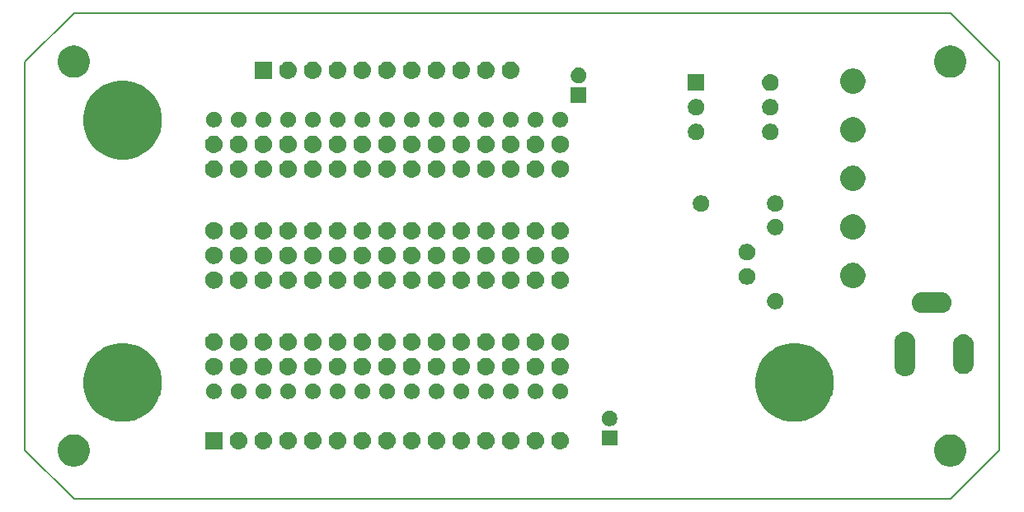
<source format=gts>
G04 #@! TF.GenerationSoftware,KiCad,Pcbnew,5.0.2-bee76a0~70~ubuntu18.04.1*
G04 #@! TF.CreationDate,2019-02-08T19:23:00+01:00*
G04 #@! TF.ProjectId,Metering,4d657465-7269-46e6-972e-6b696361645f,rev?*
G04 #@! TF.SameCoordinates,Original*
G04 #@! TF.FileFunction,Soldermask,Top*
G04 #@! TF.FilePolarity,Negative*
%FSLAX46Y46*%
G04 Gerber Fmt 4.6, Leading zero omitted, Abs format (unit mm)*
G04 Created by KiCad (PCBNEW 5.0.2-bee76a0~70~ubuntu18.04.1) date Fr 08 Feb 2019 19:23:00 CET*
%MOMM*%
%LPD*%
G01*
G04 APERTURE LIST*
%ADD10C,0.150000*%
%ADD11C,0.100000*%
G04 APERTURE END LIST*
D10*
X100000000Y-95000000D02*
X105000000Y-100000000D01*
X100000000Y-55000000D02*
X105000000Y-50000000D01*
X195000000Y-100000000D02*
X200000000Y-95000000D01*
X195000000Y-50000000D02*
X200000000Y-55000000D01*
X100000000Y-95000000D02*
X100000000Y-55000000D01*
X195000000Y-100000000D02*
X105000000Y-100000000D01*
X200000000Y-55000000D02*
X200000000Y-95000000D01*
X105000000Y-50000000D02*
X195000000Y-50000000D01*
D11*
G36*
X195375256Y-93391298D02*
X195481579Y-93412447D01*
X195782042Y-93536903D01*
X195926660Y-93633534D01*
X196052454Y-93717587D01*
X196282413Y-93947546D01*
X196282415Y-93947549D01*
X196463097Y-94217958D01*
X196572877Y-94482989D01*
X196587553Y-94518422D01*
X196651000Y-94837389D01*
X196651000Y-95162611D01*
X196587553Y-95481578D01*
X196463098Y-95782040D01*
X196282413Y-96052454D01*
X196052454Y-96282413D01*
X196052451Y-96282415D01*
X195782042Y-96463097D01*
X195481579Y-96587553D01*
X195375256Y-96608702D01*
X195162611Y-96651000D01*
X194837389Y-96651000D01*
X194624744Y-96608702D01*
X194518421Y-96587553D01*
X194217958Y-96463097D01*
X193947549Y-96282415D01*
X193947546Y-96282413D01*
X193717587Y-96052454D01*
X193536902Y-95782040D01*
X193412447Y-95481578D01*
X193349000Y-95162611D01*
X193349000Y-94837389D01*
X193412447Y-94518422D01*
X193427124Y-94482989D01*
X193536903Y-94217958D01*
X193717585Y-93947549D01*
X193717587Y-93947546D01*
X193947546Y-93717587D01*
X194073340Y-93633534D01*
X194217958Y-93536903D01*
X194518421Y-93412447D01*
X194624744Y-93391298D01*
X194837389Y-93349000D01*
X195162611Y-93349000D01*
X195375256Y-93391298D01*
X195375256Y-93391298D01*
G37*
G36*
X105375256Y-93391298D02*
X105481579Y-93412447D01*
X105782042Y-93536903D01*
X105926660Y-93633534D01*
X106052454Y-93717587D01*
X106282413Y-93947546D01*
X106282415Y-93947549D01*
X106463097Y-94217958D01*
X106572877Y-94482989D01*
X106587553Y-94518422D01*
X106651000Y-94837389D01*
X106651000Y-95162611D01*
X106587553Y-95481578D01*
X106463098Y-95782040D01*
X106282413Y-96052454D01*
X106052454Y-96282413D01*
X106052451Y-96282415D01*
X105782042Y-96463097D01*
X105481579Y-96587553D01*
X105375256Y-96608702D01*
X105162611Y-96651000D01*
X104837389Y-96651000D01*
X104624744Y-96608702D01*
X104518421Y-96587553D01*
X104217958Y-96463097D01*
X103947549Y-96282415D01*
X103947546Y-96282413D01*
X103717587Y-96052454D01*
X103536902Y-95782040D01*
X103412447Y-95481578D01*
X103349000Y-95162611D01*
X103349000Y-94837389D01*
X103412447Y-94518422D01*
X103427124Y-94482989D01*
X103536903Y-94217958D01*
X103717585Y-93947549D01*
X103717587Y-93947546D01*
X103947546Y-93717587D01*
X104073340Y-93633534D01*
X104217958Y-93536903D01*
X104518421Y-93412447D01*
X104624744Y-93391298D01*
X104837389Y-93349000D01*
X105162611Y-93349000D01*
X105375256Y-93391298D01*
X105375256Y-93391298D01*
G37*
G36*
X124570443Y-93085519D02*
X124636627Y-93092037D01*
X124749853Y-93126384D01*
X124806467Y-93143557D01*
X124945087Y-93217652D01*
X124962991Y-93227222D01*
X124998729Y-93256552D01*
X125100186Y-93339814D01*
X125159793Y-93412447D01*
X125212778Y-93477009D01*
X125212779Y-93477011D01*
X125296443Y-93633533D01*
X125296443Y-93633534D01*
X125347963Y-93803373D01*
X125365359Y-93980000D01*
X125347963Y-94156627D01*
X125329358Y-94217958D01*
X125296443Y-94326467D01*
X125222348Y-94465087D01*
X125212778Y-94482991D01*
X125189791Y-94511000D01*
X125100186Y-94620186D01*
X124998729Y-94703448D01*
X124962991Y-94732778D01*
X124962989Y-94732779D01*
X124806467Y-94816443D01*
X124749853Y-94833616D01*
X124636627Y-94867963D01*
X124570443Y-94874481D01*
X124504260Y-94881000D01*
X124415740Y-94881000D01*
X124349557Y-94874481D01*
X124283373Y-94867963D01*
X124170147Y-94833616D01*
X124113533Y-94816443D01*
X123957011Y-94732779D01*
X123957009Y-94732778D01*
X123921271Y-94703448D01*
X123819814Y-94620186D01*
X123730209Y-94511000D01*
X123707222Y-94482991D01*
X123697652Y-94465087D01*
X123623557Y-94326467D01*
X123590642Y-94217958D01*
X123572037Y-94156627D01*
X123554641Y-93980000D01*
X123572037Y-93803373D01*
X123623557Y-93633534D01*
X123623557Y-93633533D01*
X123707221Y-93477011D01*
X123707222Y-93477009D01*
X123760207Y-93412447D01*
X123819814Y-93339814D01*
X123921271Y-93256552D01*
X123957009Y-93227222D01*
X123974913Y-93217652D01*
X124113533Y-93143557D01*
X124170147Y-93126384D01*
X124283373Y-93092037D01*
X124349557Y-93085519D01*
X124415740Y-93079000D01*
X124504260Y-93079000D01*
X124570443Y-93085519D01*
X124570443Y-93085519D01*
G37*
G36*
X120281000Y-94881000D02*
X118479000Y-94881000D01*
X118479000Y-93079000D01*
X120281000Y-93079000D01*
X120281000Y-94881000D01*
X120281000Y-94881000D01*
G37*
G36*
X122030443Y-93085519D02*
X122096627Y-93092037D01*
X122209853Y-93126384D01*
X122266467Y-93143557D01*
X122405087Y-93217652D01*
X122422991Y-93227222D01*
X122458729Y-93256552D01*
X122560186Y-93339814D01*
X122619793Y-93412447D01*
X122672778Y-93477009D01*
X122672779Y-93477011D01*
X122756443Y-93633533D01*
X122756443Y-93633534D01*
X122807963Y-93803373D01*
X122825359Y-93980000D01*
X122807963Y-94156627D01*
X122789358Y-94217958D01*
X122756443Y-94326467D01*
X122682348Y-94465087D01*
X122672778Y-94482991D01*
X122649791Y-94511000D01*
X122560186Y-94620186D01*
X122458729Y-94703448D01*
X122422991Y-94732778D01*
X122422989Y-94732779D01*
X122266467Y-94816443D01*
X122209853Y-94833616D01*
X122096627Y-94867963D01*
X122030443Y-94874481D01*
X121964260Y-94881000D01*
X121875740Y-94881000D01*
X121809557Y-94874481D01*
X121743373Y-94867963D01*
X121630147Y-94833616D01*
X121573533Y-94816443D01*
X121417011Y-94732779D01*
X121417009Y-94732778D01*
X121381271Y-94703448D01*
X121279814Y-94620186D01*
X121190209Y-94511000D01*
X121167222Y-94482991D01*
X121157652Y-94465087D01*
X121083557Y-94326467D01*
X121050642Y-94217958D01*
X121032037Y-94156627D01*
X121014641Y-93980000D01*
X121032037Y-93803373D01*
X121083557Y-93633534D01*
X121083557Y-93633533D01*
X121167221Y-93477011D01*
X121167222Y-93477009D01*
X121220207Y-93412447D01*
X121279814Y-93339814D01*
X121381271Y-93256552D01*
X121417009Y-93227222D01*
X121434913Y-93217652D01*
X121573533Y-93143557D01*
X121630147Y-93126384D01*
X121743373Y-93092037D01*
X121809557Y-93085519D01*
X121875740Y-93079000D01*
X121964260Y-93079000D01*
X122030443Y-93085519D01*
X122030443Y-93085519D01*
G37*
G36*
X127110443Y-93085519D02*
X127176627Y-93092037D01*
X127289853Y-93126384D01*
X127346467Y-93143557D01*
X127485087Y-93217652D01*
X127502991Y-93227222D01*
X127538729Y-93256552D01*
X127640186Y-93339814D01*
X127699793Y-93412447D01*
X127752778Y-93477009D01*
X127752779Y-93477011D01*
X127836443Y-93633533D01*
X127836443Y-93633534D01*
X127887963Y-93803373D01*
X127905359Y-93980000D01*
X127887963Y-94156627D01*
X127869358Y-94217958D01*
X127836443Y-94326467D01*
X127762348Y-94465087D01*
X127752778Y-94482991D01*
X127729791Y-94511000D01*
X127640186Y-94620186D01*
X127538729Y-94703448D01*
X127502991Y-94732778D01*
X127502989Y-94732779D01*
X127346467Y-94816443D01*
X127289853Y-94833616D01*
X127176627Y-94867963D01*
X127110443Y-94874481D01*
X127044260Y-94881000D01*
X126955740Y-94881000D01*
X126889557Y-94874481D01*
X126823373Y-94867963D01*
X126710147Y-94833616D01*
X126653533Y-94816443D01*
X126497011Y-94732779D01*
X126497009Y-94732778D01*
X126461271Y-94703448D01*
X126359814Y-94620186D01*
X126270209Y-94511000D01*
X126247222Y-94482991D01*
X126237652Y-94465087D01*
X126163557Y-94326467D01*
X126130642Y-94217958D01*
X126112037Y-94156627D01*
X126094641Y-93980000D01*
X126112037Y-93803373D01*
X126163557Y-93633534D01*
X126163557Y-93633533D01*
X126247221Y-93477011D01*
X126247222Y-93477009D01*
X126300207Y-93412447D01*
X126359814Y-93339814D01*
X126461271Y-93256552D01*
X126497009Y-93227222D01*
X126514913Y-93217652D01*
X126653533Y-93143557D01*
X126710147Y-93126384D01*
X126823373Y-93092037D01*
X126889557Y-93085519D01*
X126955740Y-93079000D01*
X127044260Y-93079000D01*
X127110443Y-93085519D01*
X127110443Y-93085519D01*
G37*
G36*
X129650443Y-93085519D02*
X129716627Y-93092037D01*
X129829853Y-93126384D01*
X129886467Y-93143557D01*
X130025087Y-93217652D01*
X130042991Y-93227222D01*
X130078729Y-93256552D01*
X130180186Y-93339814D01*
X130239793Y-93412447D01*
X130292778Y-93477009D01*
X130292779Y-93477011D01*
X130376443Y-93633533D01*
X130376443Y-93633534D01*
X130427963Y-93803373D01*
X130445359Y-93980000D01*
X130427963Y-94156627D01*
X130409358Y-94217958D01*
X130376443Y-94326467D01*
X130302348Y-94465087D01*
X130292778Y-94482991D01*
X130269791Y-94511000D01*
X130180186Y-94620186D01*
X130078729Y-94703448D01*
X130042991Y-94732778D01*
X130042989Y-94732779D01*
X129886467Y-94816443D01*
X129829853Y-94833616D01*
X129716627Y-94867963D01*
X129650443Y-94874481D01*
X129584260Y-94881000D01*
X129495740Y-94881000D01*
X129429557Y-94874481D01*
X129363373Y-94867963D01*
X129250147Y-94833616D01*
X129193533Y-94816443D01*
X129037011Y-94732779D01*
X129037009Y-94732778D01*
X129001271Y-94703448D01*
X128899814Y-94620186D01*
X128810209Y-94511000D01*
X128787222Y-94482991D01*
X128777652Y-94465087D01*
X128703557Y-94326467D01*
X128670642Y-94217958D01*
X128652037Y-94156627D01*
X128634641Y-93980000D01*
X128652037Y-93803373D01*
X128703557Y-93633534D01*
X128703557Y-93633533D01*
X128787221Y-93477011D01*
X128787222Y-93477009D01*
X128840207Y-93412447D01*
X128899814Y-93339814D01*
X129001271Y-93256552D01*
X129037009Y-93227222D01*
X129054913Y-93217652D01*
X129193533Y-93143557D01*
X129250147Y-93126384D01*
X129363373Y-93092037D01*
X129429557Y-93085519D01*
X129495740Y-93079000D01*
X129584260Y-93079000D01*
X129650443Y-93085519D01*
X129650443Y-93085519D01*
G37*
G36*
X132190443Y-93085519D02*
X132256627Y-93092037D01*
X132369853Y-93126384D01*
X132426467Y-93143557D01*
X132565087Y-93217652D01*
X132582991Y-93227222D01*
X132618729Y-93256552D01*
X132720186Y-93339814D01*
X132779793Y-93412447D01*
X132832778Y-93477009D01*
X132832779Y-93477011D01*
X132916443Y-93633533D01*
X132916443Y-93633534D01*
X132967963Y-93803373D01*
X132985359Y-93980000D01*
X132967963Y-94156627D01*
X132949358Y-94217958D01*
X132916443Y-94326467D01*
X132842348Y-94465087D01*
X132832778Y-94482991D01*
X132809791Y-94511000D01*
X132720186Y-94620186D01*
X132618729Y-94703448D01*
X132582991Y-94732778D01*
X132582989Y-94732779D01*
X132426467Y-94816443D01*
X132369853Y-94833616D01*
X132256627Y-94867963D01*
X132190443Y-94874481D01*
X132124260Y-94881000D01*
X132035740Y-94881000D01*
X131969557Y-94874481D01*
X131903373Y-94867963D01*
X131790147Y-94833616D01*
X131733533Y-94816443D01*
X131577011Y-94732779D01*
X131577009Y-94732778D01*
X131541271Y-94703448D01*
X131439814Y-94620186D01*
X131350209Y-94511000D01*
X131327222Y-94482991D01*
X131317652Y-94465087D01*
X131243557Y-94326467D01*
X131210642Y-94217958D01*
X131192037Y-94156627D01*
X131174641Y-93980000D01*
X131192037Y-93803373D01*
X131243557Y-93633534D01*
X131243557Y-93633533D01*
X131327221Y-93477011D01*
X131327222Y-93477009D01*
X131380207Y-93412447D01*
X131439814Y-93339814D01*
X131541271Y-93256552D01*
X131577009Y-93227222D01*
X131594913Y-93217652D01*
X131733533Y-93143557D01*
X131790147Y-93126384D01*
X131903373Y-93092037D01*
X131969557Y-93085519D01*
X132035740Y-93079000D01*
X132124260Y-93079000D01*
X132190443Y-93085519D01*
X132190443Y-93085519D01*
G37*
G36*
X134730443Y-93085519D02*
X134796627Y-93092037D01*
X134909853Y-93126384D01*
X134966467Y-93143557D01*
X135105087Y-93217652D01*
X135122991Y-93227222D01*
X135158729Y-93256552D01*
X135260186Y-93339814D01*
X135319793Y-93412447D01*
X135372778Y-93477009D01*
X135372779Y-93477011D01*
X135456443Y-93633533D01*
X135456443Y-93633534D01*
X135507963Y-93803373D01*
X135525359Y-93980000D01*
X135507963Y-94156627D01*
X135489358Y-94217958D01*
X135456443Y-94326467D01*
X135382348Y-94465087D01*
X135372778Y-94482991D01*
X135349791Y-94511000D01*
X135260186Y-94620186D01*
X135158729Y-94703448D01*
X135122991Y-94732778D01*
X135122989Y-94732779D01*
X134966467Y-94816443D01*
X134909853Y-94833616D01*
X134796627Y-94867963D01*
X134730443Y-94874481D01*
X134664260Y-94881000D01*
X134575740Y-94881000D01*
X134509557Y-94874481D01*
X134443373Y-94867963D01*
X134330147Y-94833616D01*
X134273533Y-94816443D01*
X134117011Y-94732779D01*
X134117009Y-94732778D01*
X134081271Y-94703448D01*
X133979814Y-94620186D01*
X133890209Y-94511000D01*
X133867222Y-94482991D01*
X133857652Y-94465087D01*
X133783557Y-94326467D01*
X133750642Y-94217958D01*
X133732037Y-94156627D01*
X133714641Y-93980000D01*
X133732037Y-93803373D01*
X133783557Y-93633534D01*
X133783557Y-93633533D01*
X133867221Y-93477011D01*
X133867222Y-93477009D01*
X133920207Y-93412447D01*
X133979814Y-93339814D01*
X134081271Y-93256552D01*
X134117009Y-93227222D01*
X134134913Y-93217652D01*
X134273533Y-93143557D01*
X134330147Y-93126384D01*
X134443373Y-93092037D01*
X134509557Y-93085519D01*
X134575740Y-93079000D01*
X134664260Y-93079000D01*
X134730443Y-93085519D01*
X134730443Y-93085519D01*
G37*
G36*
X142350443Y-93085519D02*
X142416627Y-93092037D01*
X142529853Y-93126384D01*
X142586467Y-93143557D01*
X142725087Y-93217652D01*
X142742991Y-93227222D01*
X142778729Y-93256552D01*
X142880186Y-93339814D01*
X142939793Y-93412447D01*
X142992778Y-93477009D01*
X142992779Y-93477011D01*
X143076443Y-93633533D01*
X143076443Y-93633534D01*
X143127963Y-93803373D01*
X143145359Y-93980000D01*
X143127963Y-94156627D01*
X143109358Y-94217958D01*
X143076443Y-94326467D01*
X143002348Y-94465087D01*
X142992778Y-94482991D01*
X142969791Y-94511000D01*
X142880186Y-94620186D01*
X142778729Y-94703448D01*
X142742991Y-94732778D01*
X142742989Y-94732779D01*
X142586467Y-94816443D01*
X142529853Y-94833616D01*
X142416627Y-94867963D01*
X142350443Y-94874481D01*
X142284260Y-94881000D01*
X142195740Y-94881000D01*
X142129557Y-94874481D01*
X142063373Y-94867963D01*
X141950147Y-94833616D01*
X141893533Y-94816443D01*
X141737011Y-94732779D01*
X141737009Y-94732778D01*
X141701271Y-94703448D01*
X141599814Y-94620186D01*
X141510209Y-94511000D01*
X141487222Y-94482991D01*
X141477652Y-94465087D01*
X141403557Y-94326467D01*
X141370642Y-94217958D01*
X141352037Y-94156627D01*
X141334641Y-93980000D01*
X141352037Y-93803373D01*
X141403557Y-93633534D01*
X141403557Y-93633533D01*
X141487221Y-93477011D01*
X141487222Y-93477009D01*
X141540207Y-93412447D01*
X141599814Y-93339814D01*
X141701271Y-93256552D01*
X141737009Y-93227222D01*
X141754913Y-93217652D01*
X141893533Y-93143557D01*
X141950147Y-93126384D01*
X142063373Y-93092037D01*
X142129557Y-93085519D01*
X142195740Y-93079000D01*
X142284260Y-93079000D01*
X142350443Y-93085519D01*
X142350443Y-93085519D01*
G37*
G36*
X144890443Y-93085519D02*
X144956627Y-93092037D01*
X145069853Y-93126384D01*
X145126467Y-93143557D01*
X145265087Y-93217652D01*
X145282991Y-93227222D01*
X145318729Y-93256552D01*
X145420186Y-93339814D01*
X145479793Y-93412447D01*
X145532778Y-93477009D01*
X145532779Y-93477011D01*
X145616443Y-93633533D01*
X145616443Y-93633534D01*
X145667963Y-93803373D01*
X145685359Y-93980000D01*
X145667963Y-94156627D01*
X145649358Y-94217958D01*
X145616443Y-94326467D01*
X145542348Y-94465087D01*
X145532778Y-94482991D01*
X145509791Y-94511000D01*
X145420186Y-94620186D01*
X145318729Y-94703448D01*
X145282991Y-94732778D01*
X145282989Y-94732779D01*
X145126467Y-94816443D01*
X145069853Y-94833616D01*
X144956627Y-94867963D01*
X144890443Y-94874481D01*
X144824260Y-94881000D01*
X144735740Y-94881000D01*
X144669557Y-94874481D01*
X144603373Y-94867963D01*
X144490147Y-94833616D01*
X144433533Y-94816443D01*
X144277011Y-94732779D01*
X144277009Y-94732778D01*
X144241271Y-94703448D01*
X144139814Y-94620186D01*
X144050209Y-94511000D01*
X144027222Y-94482991D01*
X144017652Y-94465087D01*
X143943557Y-94326467D01*
X143910642Y-94217958D01*
X143892037Y-94156627D01*
X143874641Y-93980000D01*
X143892037Y-93803373D01*
X143943557Y-93633534D01*
X143943557Y-93633533D01*
X144027221Y-93477011D01*
X144027222Y-93477009D01*
X144080207Y-93412447D01*
X144139814Y-93339814D01*
X144241271Y-93256552D01*
X144277009Y-93227222D01*
X144294913Y-93217652D01*
X144433533Y-93143557D01*
X144490147Y-93126384D01*
X144603373Y-93092037D01*
X144669557Y-93085519D01*
X144735740Y-93079000D01*
X144824260Y-93079000D01*
X144890443Y-93085519D01*
X144890443Y-93085519D01*
G37*
G36*
X147430443Y-93085519D02*
X147496627Y-93092037D01*
X147609853Y-93126384D01*
X147666467Y-93143557D01*
X147805087Y-93217652D01*
X147822991Y-93227222D01*
X147858729Y-93256552D01*
X147960186Y-93339814D01*
X148019793Y-93412447D01*
X148072778Y-93477009D01*
X148072779Y-93477011D01*
X148156443Y-93633533D01*
X148156443Y-93633534D01*
X148207963Y-93803373D01*
X148225359Y-93980000D01*
X148207963Y-94156627D01*
X148189358Y-94217958D01*
X148156443Y-94326467D01*
X148082348Y-94465087D01*
X148072778Y-94482991D01*
X148049791Y-94511000D01*
X147960186Y-94620186D01*
X147858729Y-94703448D01*
X147822991Y-94732778D01*
X147822989Y-94732779D01*
X147666467Y-94816443D01*
X147609853Y-94833616D01*
X147496627Y-94867963D01*
X147430443Y-94874481D01*
X147364260Y-94881000D01*
X147275740Y-94881000D01*
X147209557Y-94874481D01*
X147143373Y-94867963D01*
X147030147Y-94833616D01*
X146973533Y-94816443D01*
X146817011Y-94732779D01*
X146817009Y-94732778D01*
X146781271Y-94703448D01*
X146679814Y-94620186D01*
X146590209Y-94511000D01*
X146567222Y-94482991D01*
X146557652Y-94465087D01*
X146483557Y-94326467D01*
X146450642Y-94217958D01*
X146432037Y-94156627D01*
X146414641Y-93980000D01*
X146432037Y-93803373D01*
X146483557Y-93633534D01*
X146483557Y-93633533D01*
X146567221Y-93477011D01*
X146567222Y-93477009D01*
X146620207Y-93412447D01*
X146679814Y-93339814D01*
X146781271Y-93256552D01*
X146817009Y-93227222D01*
X146834913Y-93217652D01*
X146973533Y-93143557D01*
X147030147Y-93126384D01*
X147143373Y-93092037D01*
X147209557Y-93085519D01*
X147275740Y-93079000D01*
X147364260Y-93079000D01*
X147430443Y-93085519D01*
X147430443Y-93085519D01*
G37*
G36*
X149970443Y-93085519D02*
X150036627Y-93092037D01*
X150149853Y-93126384D01*
X150206467Y-93143557D01*
X150345087Y-93217652D01*
X150362991Y-93227222D01*
X150398729Y-93256552D01*
X150500186Y-93339814D01*
X150559793Y-93412447D01*
X150612778Y-93477009D01*
X150612779Y-93477011D01*
X150696443Y-93633533D01*
X150696443Y-93633534D01*
X150747963Y-93803373D01*
X150765359Y-93980000D01*
X150747963Y-94156627D01*
X150729358Y-94217958D01*
X150696443Y-94326467D01*
X150622348Y-94465087D01*
X150612778Y-94482991D01*
X150589791Y-94511000D01*
X150500186Y-94620186D01*
X150398729Y-94703448D01*
X150362991Y-94732778D01*
X150362989Y-94732779D01*
X150206467Y-94816443D01*
X150149853Y-94833616D01*
X150036627Y-94867963D01*
X149970443Y-94874481D01*
X149904260Y-94881000D01*
X149815740Y-94881000D01*
X149749557Y-94874481D01*
X149683373Y-94867963D01*
X149570147Y-94833616D01*
X149513533Y-94816443D01*
X149357011Y-94732779D01*
X149357009Y-94732778D01*
X149321271Y-94703448D01*
X149219814Y-94620186D01*
X149130209Y-94511000D01*
X149107222Y-94482991D01*
X149097652Y-94465087D01*
X149023557Y-94326467D01*
X148990642Y-94217958D01*
X148972037Y-94156627D01*
X148954641Y-93980000D01*
X148972037Y-93803373D01*
X149023557Y-93633534D01*
X149023557Y-93633533D01*
X149107221Y-93477011D01*
X149107222Y-93477009D01*
X149160207Y-93412447D01*
X149219814Y-93339814D01*
X149321271Y-93256552D01*
X149357009Y-93227222D01*
X149374913Y-93217652D01*
X149513533Y-93143557D01*
X149570147Y-93126384D01*
X149683373Y-93092037D01*
X149749557Y-93085519D01*
X149815740Y-93079000D01*
X149904260Y-93079000D01*
X149970443Y-93085519D01*
X149970443Y-93085519D01*
G37*
G36*
X137270443Y-93085519D02*
X137336627Y-93092037D01*
X137449853Y-93126384D01*
X137506467Y-93143557D01*
X137645087Y-93217652D01*
X137662991Y-93227222D01*
X137698729Y-93256552D01*
X137800186Y-93339814D01*
X137859793Y-93412447D01*
X137912778Y-93477009D01*
X137912779Y-93477011D01*
X137996443Y-93633533D01*
X137996443Y-93633534D01*
X138047963Y-93803373D01*
X138065359Y-93980000D01*
X138047963Y-94156627D01*
X138029358Y-94217958D01*
X137996443Y-94326467D01*
X137922348Y-94465087D01*
X137912778Y-94482991D01*
X137889791Y-94511000D01*
X137800186Y-94620186D01*
X137698729Y-94703448D01*
X137662991Y-94732778D01*
X137662989Y-94732779D01*
X137506467Y-94816443D01*
X137449853Y-94833616D01*
X137336627Y-94867963D01*
X137270443Y-94874481D01*
X137204260Y-94881000D01*
X137115740Y-94881000D01*
X137049557Y-94874481D01*
X136983373Y-94867963D01*
X136870147Y-94833616D01*
X136813533Y-94816443D01*
X136657011Y-94732779D01*
X136657009Y-94732778D01*
X136621271Y-94703448D01*
X136519814Y-94620186D01*
X136430209Y-94511000D01*
X136407222Y-94482991D01*
X136397652Y-94465087D01*
X136323557Y-94326467D01*
X136290642Y-94217958D01*
X136272037Y-94156627D01*
X136254641Y-93980000D01*
X136272037Y-93803373D01*
X136323557Y-93633534D01*
X136323557Y-93633533D01*
X136407221Y-93477011D01*
X136407222Y-93477009D01*
X136460207Y-93412447D01*
X136519814Y-93339814D01*
X136621271Y-93256552D01*
X136657009Y-93227222D01*
X136674913Y-93217652D01*
X136813533Y-93143557D01*
X136870147Y-93126384D01*
X136983373Y-93092037D01*
X137049557Y-93085519D01*
X137115740Y-93079000D01*
X137204260Y-93079000D01*
X137270443Y-93085519D01*
X137270443Y-93085519D01*
G37*
G36*
X155050443Y-93085519D02*
X155116627Y-93092037D01*
X155229853Y-93126384D01*
X155286467Y-93143557D01*
X155425087Y-93217652D01*
X155442991Y-93227222D01*
X155478729Y-93256552D01*
X155580186Y-93339814D01*
X155639793Y-93412447D01*
X155692778Y-93477009D01*
X155692779Y-93477011D01*
X155776443Y-93633533D01*
X155776443Y-93633534D01*
X155827963Y-93803373D01*
X155845359Y-93980000D01*
X155827963Y-94156627D01*
X155809358Y-94217958D01*
X155776443Y-94326467D01*
X155702348Y-94465087D01*
X155692778Y-94482991D01*
X155669791Y-94511000D01*
X155580186Y-94620186D01*
X155478729Y-94703448D01*
X155442991Y-94732778D01*
X155442989Y-94732779D01*
X155286467Y-94816443D01*
X155229853Y-94833616D01*
X155116627Y-94867963D01*
X155050443Y-94874481D01*
X154984260Y-94881000D01*
X154895740Y-94881000D01*
X154829557Y-94874481D01*
X154763373Y-94867963D01*
X154650147Y-94833616D01*
X154593533Y-94816443D01*
X154437011Y-94732779D01*
X154437009Y-94732778D01*
X154401271Y-94703448D01*
X154299814Y-94620186D01*
X154210209Y-94511000D01*
X154187222Y-94482991D01*
X154177652Y-94465087D01*
X154103557Y-94326467D01*
X154070642Y-94217958D01*
X154052037Y-94156627D01*
X154034641Y-93980000D01*
X154052037Y-93803373D01*
X154103557Y-93633534D01*
X154103557Y-93633533D01*
X154187221Y-93477011D01*
X154187222Y-93477009D01*
X154240207Y-93412447D01*
X154299814Y-93339814D01*
X154401271Y-93256552D01*
X154437009Y-93227222D01*
X154454913Y-93217652D01*
X154593533Y-93143557D01*
X154650147Y-93126384D01*
X154763373Y-93092037D01*
X154829557Y-93085519D01*
X154895740Y-93079000D01*
X154984260Y-93079000D01*
X155050443Y-93085519D01*
X155050443Y-93085519D01*
G37*
G36*
X152510443Y-93085519D02*
X152576627Y-93092037D01*
X152689853Y-93126384D01*
X152746467Y-93143557D01*
X152885087Y-93217652D01*
X152902991Y-93227222D01*
X152938729Y-93256552D01*
X153040186Y-93339814D01*
X153099793Y-93412447D01*
X153152778Y-93477009D01*
X153152779Y-93477011D01*
X153236443Y-93633533D01*
X153236443Y-93633534D01*
X153287963Y-93803373D01*
X153305359Y-93980000D01*
X153287963Y-94156627D01*
X153269358Y-94217958D01*
X153236443Y-94326467D01*
X153162348Y-94465087D01*
X153152778Y-94482991D01*
X153129791Y-94511000D01*
X153040186Y-94620186D01*
X152938729Y-94703448D01*
X152902991Y-94732778D01*
X152902989Y-94732779D01*
X152746467Y-94816443D01*
X152689853Y-94833616D01*
X152576627Y-94867963D01*
X152510443Y-94874481D01*
X152444260Y-94881000D01*
X152355740Y-94881000D01*
X152289557Y-94874481D01*
X152223373Y-94867963D01*
X152110147Y-94833616D01*
X152053533Y-94816443D01*
X151897011Y-94732779D01*
X151897009Y-94732778D01*
X151861271Y-94703448D01*
X151759814Y-94620186D01*
X151670209Y-94511000D01*
X151647222Y-94482991D01*
X151637652Y-94465087D01*
X151563557Y-94326467D01*
X151530642Y-94217958D01*
X151512037Y-94156627D01*
X151494641Y-93980000D01*
X151512037Y-93803373D01*
X151563557Y-93633534D01*
X151563557Y-93633533D01*
X151647221Y-93477011D01*
X151647222Y-93477009D01*
X151700207Y-93412447D01*
X151759814Y-93339814D01*
X151861271Y-93256552D01*
X151897009Y-93227222D01*
X151914913Y-93217652D01*
X152053533Y-93143557D01*
X152110147Y-93126384D01*
X152223373Y-93092037D01*
X152289557Y-93085519D01*
X152355740Y-93079000D01*
X152444260Y-93079000D01*
X152510443Y-93085519D01*
X152510443Y-93085519D01*
G37*
G36*
X139810443Y-93085519D02*
X139876627Y-93092037D01*
X139989853Y-93126384D01*
X140046467Y-93143557D01*
X140185087Y-93217652D01*
X140202991Y-93227222D01*
X140238729Y-93256552D01*
X140340186Y-93339814D01*
X140399793Y-93412447D01*
X140452778Y-93477009D01*
X140452779Y-93477011D01*
X140536443Y-93633533D01*
X140536443Y-93633534D01*
X140587963Y-93803373D01*
X140605359Y-93980000D01*
X140587963Y-94156627D01*
X140569358Y-94217958D01*
X140536443Y-94326467D01*
X140462348Y-94465087D01*
X140452778Y-94482991D01*
X140429791Y-94511000D01*
X140340186Y-94620186D01*
X140238729Y-94703448D01*
X140202991Y-94732778D01*
X140202989Y-94732779D01*
X140046467Y-94816443D01*
X139989853Y-94833616D01*
X139876627Y-94867963D01*
X139810443Y-94874481D01*
X139744260Y-94881000D01*
X139655740Y-94881000D01*
X139589557Y-94874481D01*
X139523373Y-94867963D01*
X139410147Y-94833616D01*
X139353533Y-94816443D01*
X139197011Y-94732779D01*
X139197009Y-94732778D01*
X139161271Y-94703448D01*
X139059814Y-94620186D01*
X138970209Y-94511000D01*
X138947222Y-94482991D01*
X138937652Y-94465087D01*
X138863557Y-94326467D01*
X138830642Y-94217958D01*
X138812037Y-94156627D01*
X138794641Y-93980000D01*
X138812037Y-93803373D01*
X138863557Y-93633534D01*
X138863557Y-93633533D01*
X138947221Y-93477011D01*
X138947222Y-93477009D01*
X139000207Y-93412447D01*
X139059814Y-93339814D01*
X139161271Y-93256552D01*
X139197009Y-93227222D01*
X139214913Y-93217652D01*
X139353533Y-93143557D01*
X139410147Y-93126384D01*
X139523373Y-93092037D01*
X139589557Y-93085519D01*
X139655740Y-93079000D01*
X139744260Y-93079000D01*
X139810443Y-93085519D01*
X139810443Y-93085519D01*
G37*
G36*
X160821000Y-94511000D02*
X159219000Y-94511000D01*
X159219000Y-92909000D01*
X160821000Y-92909000D01*
X160821000Y-94511000D01*
X160821000Y-94511000D01*
G37*
G36*
X160253643Y-90939781D02*
X160399415Y-91000162D01*
X160530611Y-91087824D01*
X160642176Y-91199389D01*
X160729838Y-91330585D01*
X160790219Y-91476357D01*
X160821000Y-91631107D01*
X160821000Y-91788893D01*
X160790219Y-91943643D01*
X160729838Y-92089415D01*
X160642176Y-92220611D01*
X160530611Y-92332176D01*
X160399415Y-92419838D01*
X160253643Y-92480219D01*
X160098893Y-92511000D01*
X159941107Y-92511000D01*
X159786357Y-92480219D01*
X159640585Y-92419838D01*
X159509389Y-92332176D01*
X159397824Y-92220611D01*
X159310162Y-92089415D01*
X159249781Y-91943643D01*
X159219000Y-91788893D01*
X159219000Y-91631107D01*
X159249781Y-91476357D01*
X159310162Y-91330585D01*
X159397824Y-91199389D01*
X159509389Y-91087824D01*
X159640585Y-91000162D01*
X159786357Y-90939781D01*
X159941107Y-90909000D01*
X160098893Y-90909000D01*
X160253643Y-90939781D01*
X160253643Y-90939781D01*
G37*
G36*
X111181632Y-84104677D02*
X111524708Y-84246784D01*
X111918868Y-84410050D01*
X112364726Y-84707963D01*
X112582365Y-84853385D01*
X113146615Y-85417635D01*
X113146617Y-85417638D01*
X113589950Y-86081132D01*
X113632300Y-86183375D01*
X113895323Y-86818368D01*
X114051000Y-87601010D01*
X114051000Y-88398990D01*
X113895323Y-89181632D01*
X113797309Y-89418258D01*
X113589950Y-89918868D01*
X113149606Y-90577889D01*
X113146615Y-90582365D01*
X112582365Y-91146615D01*
X112582362Y-91146617D01*
X111918868Y-91589950D01*
X111613495Y-91716439D01*
X111181632Y-91895323D01*
X110398990Y-92051000D01*
X109601010Y-92051000D01*
X108818368Y-91895323D01*
X108386505Y-91716439D01*
X108081132Y-91589950D01*
X107417638Y-91146617D01*
X107417635Y-91146615D01*
X106853385Y-90582365D01*
X106850394Y-90577889D01*
X106410050Y-89918868D01*
X106202691Y-89418258D01*
X106104677Y-89181632D01*
X105949000Y-88398990D01*
X105949000Y-87601010D01*
X106104677Y-86818368D01*
X106367700Y-86183375D01*
X106410050Y-86081132D01*
X106853383Y-85417638D01*
X106853385Y-85417635D01*
X107417635Y-84853385D01*
X107635274Y-84707963D01*
X108081132Y-84410050D01*
X108475292Y-84246784D01*
X108818368Y-84104677D01*
X109601010Y-83949000D01*
X110398990Y-83949000D01*
X111181632Y-84104677D01*
X111181632Y-84104677D01*
G37*
G36*
X180181632Y-84104677D02*
X180524708Y-84246784D01*
X180918868Y-84410050D01*
X181364726Y-84707963D01*
X181582365Y-84853385D01*
X182146615Y-85417635D01*
X182146617Y-85417638D01*
X182589950Y-86081132D01*
X182632300Y-86183375D01*
X182895323Y-86818368D01*
X183051000Y-87601010D01*
X183051000Y-88398990D01*
X182895323Y-89181632D01*
X182797309Y-89418258D01*
X182589950Y-89918868D01*
X182149606Y-90577889D01*
X182146615Y-90582365D01*
X181582365Y-91146615D01*
X181582362Y-91146617D01*
X180918868Y-91589950D01*
X180613495Y-91716439D01*
X180181632Y-91895323D01*
X179398990Y-92051000D01*
X178601010Y-92051000D01*
X177818368Y-91895323D01*
X177386505Y-91716439D01*
X177081132Y-91589950D01*
X176417638Y-91146617D01*
X176417635Y-91146615D01*
X175853385Y-90582365D01*
X175850394Y-90577889D01*
X175410050Y-89918868D01*
X175202691Y-89418258D01*
X175104677Y-89181632D01*
X174949000Y-88398990D01*
X174949000Y-87601010D01*
X175104677Y-86818368D01*
X175367700Y-86183375D01*
X175410050Y-86081132D01*
X175853383Y-85417638D01*
X175853385Y-85417635D01*
X176417635Y-84853385D01*
X176635274Y-84707963D01*
X177081132Y-84410050D01*
X177475292Y-84246784D01*
X177818368Y-84104677D01*
X178601010Y-83949000D01*
X179398990Y-83949000D01*
X180181632Y-84104677D01*
X180181632Y-84104677D01*
G37*
G36*
X122157142Y-88118242D02*
X122305102Y-88179530D01*
X122438258Y-88268502D01*
X122551498Y-88381742D01*
X122640470Y-88514898D01*
X122701758Y-88662858D01*
X122733000Y-88819925D01*
X122733000Y-88980075D01*
X122701758Y-89137142D01*
X122640470Y-89285102D01*
X122551498Y-89418258D01*
X122438258Y-89531498D01*
X122305102Y-89620470D01*
X122157142Y-89681758D01*
X122000075Y-89713000D01*
X121839925Y-89713000D01*
X121682858Y-89681758D01*
X121534898Y-89620470D01*
X121401742Y-89531498D01*
X121288502Y-89418258D01*
X121199530Y-89285102D01*
X121138242Y-89137142D01*
X121107000Y-88980075D01*
X121107000Y-88819925D01*
X121138242Y-88662858D01*
X121199530Y-88514898D01*
X121288502Y-88381742D01*
X121401742Y-88268502D01*
X121534898Y-88179530D01*
X121682858Y-88118242D01*
X121839925Y-88087000D01*
X122000075Y-88087000D01*
X122157142Y-88118242D01*
X122157142Y-88118242D01*
G37*
G36*
X150097142Y-88118242D02*
X150245102Y-88179530D01*
X150378258Y-88268502D01*
X150491498Y-88381742D01*
X150580470Y-88514898D01*
X150641758Y-88662858D01*
X150673000Y-88819925D01*
X150673000Y-88980075D01*
X150641758Y-89137142D01*
X150580470Y-89285102D01*
X150491498Y-89418258D01*
X150378258Y-89531498D01*
X150245102Y-89620470D01*
X150097142Y-89681758D01*
X149940075Y-89713000D01*
X149779925Y-89713000D01*
X149622858Y-89681758D01*
X149474898Y-89620470D01*
X149341742Y-89531498D01*
X149228502Y-89418258D01*
X149139530Y-89285102D01*
X149078242Y-89137142D01*
X149047000Y-88980075D01*
X149047000Y-88819925D01*
X149078242Y-88662858D01*
X149139530Y-88514898D01*
X149228502Y-88381742D01*
X149341742Y-88268502D01*
X149474898Y-88179530D01*
X149622858Y-88118242D01*
X149779925Y-88087000D01*
X149940075Y-88087000D01*
X150097142Y-88118242D01*
X150097142Y-88118242D01*
G37*
G36*
X152637142Y-88118242D02*
X152785102Y-88179530D01*
X152918258Y-88268502D01*
X153031498Y-88381742D01*
X153120470Y-88514898D01*
X153181758Y-88662858D01*
X153213000Y-88819925D01*
X153213000Y-88980075D01*
X153181758Y-89137142D01*
X153120470Y-89285102D01*
X153031498Y-89418258D01*
X152918258Y-89531498D01*
X152785102Y-89620470D01*
X152637142Y-89681758D01*
X152480075Y-89713000D01*
X152319925Y-89713000D01*
X152162858Y-89681758D01*
X152014898Y-89620470D01*
X151881742Y-89531498D01*
X151768502Y-89418258D01*
X151679530Y-89285102D01*
X151618242Y-89137142D01*
X151587000Y-88980075D01*
X151587000Y-88819925D01*
X151618242Y-88662858D01*
X151679530Y-88514898D01*
X151768502Y-88381742D01*
X151881742Y-88268502D01*
X152014898Y-88179530D01*
X152162858Y-88118242D01*
X152319925Y-88087000D01*
X152480075Y-88087000D01*
X152637142Y-88118242D01*
X152637142Y-88118242D01*
G37*
G36*
X145017142Y-88118242D02*
X145165102Y-88179530D01*
X145298258Y-88268502D01*
X145411498Y-88381742D01*
X145500470Y-88514898D01*
X145561758Y-88662858D01*
X145593000Y-88819925D01*
X145593000Y-88980075D01*
X145561758Y-89137142D01*
X145500470Y-89285102D01*
X145411498Y-89418258D01*
X145298258Y-89531498D01*
X145165102Y-89620470D01*
X145017142Y-89681758D01*
X144860075Y-89713000D01*
X144699925Y-89713000D01*
X144542858Y-89681758D01*
X144394898Y-89620470D01*
X144261742Y-89531498D01*
X144148502Y-89418258D01*
X144059530Y-89285102D01*
X143998242Y-89137142D01*
X143967000Y-88980075D01*
X143967000Y-88819925D01*
X143998242Y-88662858D01*
X144059530Y-88514898D01*
X144148502Y-88381742D01*
X144261742Y-88268502D01*
X144394898Y-88179530D01*
X144542858Y-88118242D01*
X144699925Y-88087000D01*
X144860075Y-88087000D01*
X145017142Y-88118242D01*
X145017142Y-88118242D01*
G37*
G36*
X142477142Y-88118242D02*
X142625102Y-88179530D01*
X142758258Y-88268502D01*
X142871498Y-88381742D01*
X142960470Y-88514898D01*
X143021758Y-88662858D01*
X143053000Y-88819925D01*
X143053000Y-88980075D01*
X143021758Y-89137142D01*
X142960470Y-89285102D01*
X142871498Y-89418258D01*
X142758258Y-89531498D01*
X142625102Y-89620470D01*
X142477142Y-89681758D01*
X142320075Y-89713000D01*
X142159925Y-89713000D01*
X142002858Y-89681758D01*
X141854898Y-89620470D01*
X141721742Y-89531498D01*
X141608502Y-89418258D01*
X141519530Y-89285102D01*
X141458242Y-89137142D01*
X141427000Y-88980075D01*
X141427000Y-88819925D01*
X141458242Y-88662858D01*
X141519530Y-88514898D01*
X141608502Y-88381742D01*
X141721742Y-88268502D01*
X141854898Y-88179530D01*
X142002858Y-88118242D01*
X142159925Y-88087000D01*
X142320075Y-88087000D01*
X142477142Y-88118242D01*
X142477142Y-88118242D01*
G37*
G36*
X139937142Y-88118242D02*
X140085102Y-88179530D01*
X140218258Y-88268502D01*
X140331498Y-88381742D01*
X140420470Y-88514898D01*
X140481758Y-88662858D01*
X140513000Y-88819925D01*
X140513000Y-88980075D01*
X140481758Y-89137142D01*
X140420470Y-89285102D01*
X140331498Y-89418258D01*
X140218258Y-89531498D01*
X140085102Y-89620470D01*
X139937142Y-89681758D01*
X139780075Y-89713000D01*
X139619925Y-89713000D01*
X139462858Y-89681758D01*
X139314898Y-89620470D01*
X139181742Y-89531498D01*
X139068502Y-89418258D01*
X138979530Y-89285102D01*
X138918242Y-89137142D01*
X138887000Y-88980075D01*
X138887000Y-88819925D01*
X138918242Y-88662858D01*
X138979530Y-88514898D01*
X139068502Y-88381742D01*
X139181742Y-88268502D01*
X139314898Y-88179530D01*
X139462858Y-88118242D01*
X139619925Y-88087000D01*
X139780075Y-88087000D01*
X139937142Y-88118242D01*
X139937142Y-88118242D01*
G37*
G36*
X137397142Y-88118242D02*
X137545102Y-88179530D01*
X137678258Y-88268502D01*
X137791498Y-88381742D01*
X137880470Y-88514898D01*
X137941758Y-88662858D01*
X137973000Y-88819925D01*
X137973000Y-88980075D01*
X137941758Y-89137142D01*
X137880470Y-89285102D01*
X137791498Y-89418258D01*
X137678258Y-89531498D01*
X137545102Y-89620470D01*
X137397142Y-89681758D01*
X137240075Y-89713000D01*
X137079925Y-89713000D01*
X136922858Y-89681758D01*
X136774898Y-89620470D01*
X136641742Y-89531498D01*
X136528502Y-89418258D01*
X136439530Y-89285102D01*
X136378242Y-89137142D01*
X136347000Y-88980075D01*
X136347000Y-88819925D01*
X136378242Y-88662858D01*
X136439530Y-88514898D01*
X136528502Y-88381742D01*
X136641742Y-88268502D01*
X136774898Y-88179530D01*
X136922858Y-88118242D01*
X137079925Y-88087000D01*
X137240075Y-88087000D01*
X137397142Y-88118242D01*
X137397142Y-88118242D01*
G37*
G36*
X155177142Y-88118242D02*
X155325102Y-88179530D01*
X155458258Y-88268502D01*
X155571498Y-88381742D01*
X155660470Y-88514898D01*
X155721758Y-88662858D01*
X155753000Y-88819925D01*
X155753000Y-88980075D01*
X155721758Y-89137142D01*
X155660470Y-89285102D01*
X155571498Y-89418258D01*
X155458258Y-89531498D01*
X155325102Y-89620470D01*
X155177142Y-89681758D01*
X155020075Y-89713000D01*
X154859925Y-89713000D01*
X154702858Y-89681758D01*
X154554898Y-89620470D01*
X154421742Y-89531498D01*
X154308502Y-89418258D01*
X154219530Y-89285102D01*
X154158242Y-89137142D01*
X154127000Y-88980075D01*
X154127000Y-88819925D01*
X154158242Y-88662858D01*
X154219530Y-88514898D01*
X154308502Y-88381742D01*
X154421742Y-88268502D01*
X154554898Y-88179530D01*
X154702858Y-88118242D01*
X154859925Y-88087000D01*
X155020075Y-88087000D01*
X155177142Y-88118242D01*
X155177142Y-88118242D01*
G37*
G36*
X134857142Y-88118242D02*
X135005102Y-88179530D01*
X135138258Y-88268502D01*
X135251498Y-88381742D01*
X135340470Y-88514898D01*
X135401758Y-88662858D01*
X135433000Y-88819925D01*
X135433000Y-88980075D01*
X135401758Y-89137142D01*
X135340470Y-89285102D01*
X135251498Y-89418258D01*
X135138258Y-89531498D01*
X135005102Y-89620470D01*
X134857142Y-89681758D01*
X134700075Y-89713000D01*
X134539925Y-89713000D01*
X134382858Y-89681758D01*
X134234898Y-89620470D01*
X134101742Y-89531498D01*
X133988502Y-89418258D01*
X133899530Y-89285102D01*
X133838242Y-89137142D01*
X133807000Y-88980075D01*
X133807000Y-88819925D01*
X133838242Y-88662858D01*
X133899530Y-88514898D01*
X133988502Y-88381742D01*
X134101742Y-88268502D01*
X134234898Y-88179530D01*
X134382858Y-88118242D01*
X134539925Y-88087000D01*
X134700075Y-88087000D01*
X134857142Y-88118242D01*
X134857142Y-88118242D01*
G37*
G36*
X132317142Y-88118242D02*
X132465102Y-88179530D01*
X132598258Y-88268502D01*
X132711498Y-88381742D01*
X132800470Y-88514898D01*
X132861758Y-88662858D01*
X132893000Y-88819925D01*
X132893000Y-88980075D01*
X132861758Y-89137142D01*
X132800470Y-89285102D01*
X132711498Y-89418258D01*
X132598258Y-89531498D01*
X132465102Y-89620470D01*
X132317142Y-89681758D01*
X132160075Y-89713000D01*
X131999925Y-89713000D01*
X131842858Y-89681758D01*
X131694898Y-89620470D01*
X131561742Y-89531498D01*
X131448502Y-89418258D01*
X131359530Y-89285102D01*
X131298242Y-89137142D01*
X131267000Y-88980075D01*
X131267000Y-88819925D01*
X131298242Y-88662858D01*
X131359530Y-88514898D01*
X131448502Y-88381742D01*
X131561742Y-88268502D01*
X131694898Y-88179530D01*
X131842858Y-88118242D01*
X131999925Y-88087000D01*
X132160075Y-88087000D01*
X132317142Y-88118242D01*
X132317142Y-88118242D01*
G37*
G36*
X129777142Y-88118242D02*
X129925102Y-88179530D01*
X130058258Y-88268502D01*
X130171498Y-88381742D01*
X130260470Y-88514898D01*
X130321758Y-88662858D01*
X130353000Y-88819925D01*
X130353000Y-88980075D01*
X130321758Y-89137142D01*
X130260470Y-89285102D01*
X130171498Y-89418258D01*
X130058258Y-89531498D01*
X129925102Y-89620470D01*
X129777142Y-89681758D01*
X129620075Y-89713000D01*
X129459925Y-89713000D01*
X129302858Y-89681758D01*
X129154898Y-89620470D01*
X129021742Y-89531498D01*
X128908502Y-89418258D01*
X128819530Y-89285102D01*
X128758242Y-89137142D01*
X128727000Y-88980075D01*
X128727000Y-88819925D01*
X128758242Y-88662858D01*
X128819530Y-88514898D01*
X128908502Y-88381742D01*
X129021742Y-88268502D01*
X129154898Y-88179530D01*
X129302858Y-88118242D01*
X129459925Y-88087000D01*
X129620075Y-88087000D01*
X129777142Y-88118242D01*
X129777142Y-88118242D01*
G37*
G36*
X127237142Y-88118242D02*
X127385102Y-88179530D01*
X127518258Y-88268502D01*
X127631498Y-88381742D01*
X127720470Y-88514898D01*
X127781758Y-88662858D01*
X127813000Y-88819925D01*
X127813000Y-88980075D01*
X127781758Y-89137142D01*
X127720470Y-89285102D01*
X127631498Y-89418258D01*
X127518258Y-89531498D01*
X127385102Y-89620470D01*
X127237142Y-89681758D01*
X127080075Y-89713000D01*
X126919925Y-89713000D01*
X126762858Y-89681758D01*
X126614898Y-89620470D01*
X126481742Y-89531498D01*
X126368502Y-89418258D01*
X126279530Y-89285102D01*
X126218242Y-89137142D01*
X126187000Y-88980075D01*
X126187000Y-88819925D01*
X126218242Y-88662858D01*
X126279530Y-88514898D01*
X126368502Y-88381742D01*
X126481742Y-88268502D01*
X126614898Y-88179530D01*
X126762858Y-88118242D01*
X126919925Y-88087000D01*
X127080075Y-88087000D01*
X127237142Y-88118242D01*
X127237142Y-88118242D01*
G37*
G36*
X124697142Y-88118242D02*
X124845102Y-88179530D01*
X124978258Y-88268502D01*
X125091498Y-88381742D01*
X125180470Y-88514898D01*
X125241758Y-88662858D01*
X125273000Y-88819925D01*
X125273000Y-88980075D01*
X125241758Y-89137142D01*
X125180470Y-89285102D01*
X125091498Y-89418258D01*
X124978258Y-89531498D01*
X124845102Y-89620470D01*
X124697142Y-89681758D01*
X124540075Y-89713000D01*
X124379925Y-89713000D01*
X124222858Y-89681758D01*
X124074898Y-89620470D01*
X123941742Y-89531498D01*
X123828502Y-89418258D01*
X123739530Y-89285102D01*
X123678242Y-89137142D01*
X123647000Y-88980075D01*
X123647000Y-88819925D01*
X123678242Y-88662858D01*
X123739530Y-88514898D01*
X123828502Y-88381742D01*
X123941742Y-88268502D01*
X124074898Y-88179530D01*
X124222858Y-88118242D01*
X124379925Y-88087000D01*
X124540075Y-88087000D01*
X124697142Y-88118242D01*
X124697142Y-88118242D01*
G37*
G36*
X119617142Y-88118242D02*
X119765102Y-88179530D01*
X119898258Y-88268502D01*
X120011498Y-88381742D01*
X120100470Y-88514898D01*
X120161758Y-88662858D01*
X120193000Y-88819925D01*
X120193000Y-88980075D01*
X120161758Y-89137142D01*
X120100470Y-89285102D01*
X120011498Y-89418258D01*
X119898258Y-89531498D01*
X119765102Y-89620470D01*
X119617142Y-89681758D01*
X119460075Y-89713000D01*
X119299925Y-89713000D01*
X119142858Y-89681758D01*
X118994898Y-89620470D01*
X118861742Y-89531498D01*
X118748502Y-89418258D01*
X118659530Y-89285102D01*
X118598242Y-89137142D01*
X118567000Y-88980075D01*
X118567000Y-88819925D01*
X118598242Y-88662858D01*
X118659530Y-88514898D01*
X118748502Y-88381742D01*
X118861742Y-88268502D01*
X118994898Y-88179530D01*
X119142858Y-88118242D01*
X119299925Y-88087000D01*
X119460075Y-88087000D01*
X119617142Y-88118242D01*
X119617142Y-88118242D01*
G37*
G36*
X147557142Y-88118242D02*
X147705102Y-88179530D01*
X147838258Y-88268502D01*
X147951498Y-88381742D01*
X148040470Y-88514898D01*
X148101758Y-88662858D01*
X148133000Y-88819925D01*
X148133000Y-88980075D01*
X148101758Y-89137142D01*
X148040470Y-89285102D01*
X147951498Y-89418258D01*
X147838258Y-89531498D01*
X147705102Y-89620470D01*
X147557142Y-89681758D01*
X147400075Y-89713000D01*
X147239925Y-89713000D01*
X147082858Y-89681758D01*
X146934898Y-89620470D01*
X146801742Y-89531498D01*
X146688502Y-89418258D01*
X146599530Y-89285102D01*
X146538242Y-89137142D01*
X146507000Y-88980075D01*
X146507000Y-88819925D01*
X146538242Y-88662858D01*
X146599530Y-88514898D01*
X146688502Y-88381742D01*
X146801742Y-88268502D01*
X146934898Y-88179530D01*
X147082858Y-88118242D01*
X147239925Y-88087000D01*
X147400075Y-88087000D01*
X147557142Y-88118242D01*
X147557142Y-88118242D01*
G37*
G36*
X190556067Y-82803760D02*
X190556070Y-82803761D01*
X190556071Y-82803761D01*
X190754089Y-82863829D01*
X190754091Y-82863830D01*
X190754094Y-82863831D01*
X190936584Y-82961373D01*
X191096542Y-83092648D01*
X191227817Y-83252605D01*
X191325359Y-83435095D01*
X191325359Y-83435096D01*
X191325361Y-83435100D01*
X191345896Y-83502795D01*
X191385430Y-83633122D01*
X191400630Y-83787449D01*
X191400630Y-86392551D01*
X191385430Y-86546878D01*
X191385429Y-86546881D01*
X191385429Y-86546882D01*
X191337020Y-86706467D01*
X191325359Y-86744905D01*
X191227817Y-86927395D01*
X191096542Y-87087352D01*
X190936585Y-87218627D01*
X190754095Y-87316169D01*
X190754092Y-87316170D01*
X190754090Y-87316171D01*
X190556072Y-87376239D01*
X190556071Y-87376239D01*
X190556068Y-87376240D01*
X190350140Y-87396522D01*
X190144213Y-87376240D01*
X190144210Y-87376239D01*
X190144209Y-87376239D01*
X189946191Y-87316171D01*
X189946189Y-87316170D01*
X189946186Y-87316169D01*
X189763696Y-87218627D01*
X189603739Y-87087352D01*
X189472464Y-86927395D01*
X189374922Y-86744905D01*
X189363262Y-86706467D01*
X189314852Y-86546882D01*
X189314852Y-86546881D01*
X189314851Y-86546878D01*
X189299651Y-86392551D01*
X189299650Y-83787450D01*
X189314850Y-83633123D01*
X189314851Y-83633119D01*
X189374919Y-83435101D01*
X189374920Y-83435099D01*
X189374921Y-83435096D01*
X189472463Y-83252606D01*
X189603738Y-83092648D01*
X189763695Y-82961373D01*
X189946185Y-82863831D01*
X189946188Y-82863830D01*
X189946190Y-82863829D01*
X190144208Y-82803761D01*
X190144209Y-82803761D01*
X190144212Y-82803760D01*
X190350140Y-82783478D01*
X190556067Y-82803760D01*
X190556067Y-82803760D01*
G37*
G36*
X129650442Y-85465518D02*
X129716627Y-85472037D01*
X129829853Y-85506384D01*
X129886467Y-85523557D01*
X130025087Y-85597652D01*
X130042991Y-85607222D01*
X130078729Y-85636552D01*
X130180186Y-85719814D01*
X130263448Y-85821271D01*
X130292778Y-85857009D01*
X130292779Y-85857011D01*
X130376443Y-86013533D01*
X130376443Y-86013534D01*
X130427963Y-86183373D01*
X130445359Y-86360000D01*
X130427963Y-86536627D01*
X130424853Y-86546878D01*
X130376443Y-86706467D01*
X130355897Y-86744905D01*
X130292778Y-86862991D01*
X130263448Y-86898729D01*
X130180186Y-87000186D01*
X130100013Y-87065981D01*
X130042991Y-87112778D01*
X130042989Y-87112779D01*
X129886467Y-87196443D01*
X129829853Y-87213616D01*
X129716627Y-87247963D01*
X129650442Y-87254482D01*
X129584260Y-87261000D01*
X129495740Y-87261000D01*
X129429558Y-87254482D01*
X129363373Y-87247963D01*
X129250147Y-87213616D01*
X129193533Y-87196443D01*
X129037011Y-87112779D01*
X129037009Y-87112778D01*
X128979987Y-87065981D01*
X128899814Y-87000186D01*
X128816552Y-86898729D01*
X128787222Y-86862991D01*
X128724103Y-86744905D01*
X128703557Y-86706467D01*
X128655147Y-86546878D01*
X128652037Y-86536627D01*
X128634641Y-86360000D01*
X128652037Y-86183373D01*
X128703557Y-86013534D01*
X128703557Y-86013533D01*
X128787221Y-85857011D01*
X128787222Y-85857009D01*
X128816552Y-85821271D01*
X128899814Y-85719814D01*
X129001271Y-85636552D01*
X129037009Y-85607222D01*
X129054913Y-85597652D01*
X129193533Y-85523557D01*
X129250147Y-85506384D01*
X129363373Y-85472037D01*
X129429558Y-85465518D01*
X129495740Y-85459000D01*
X129584260Y-85459000D01*
X129650442Y-85465518D01*
X129650442Y-85465518D01*
G37*
G36*
X119642812Y-85493624D02*
X119806784Y-85561544D01*
X119954354Y-85660147D01*
X120079853Y-85785646D01*
X120178456Y-85933216D01*
X120246376Y-86097188D01*
X120281000Y-86271259D01*
X120281000Y-86448741D01*
X120246376Y-86622812D01*
X120178456Y-86786784D01*
X120079853Y-86934354D01*
X119954354Y-87059853D01*
X119806784Y-87158456D01*
X119642812Y-87226376D01*
X119468741Y-87261000D01*
X119291259Y-87261000D01*
X119117188Y-87226376D01*
X118953216Y-87158456D01*
X118805646Y-87059853D01*
X118680147Y-86934354D01*
X118581544Y-86786784D01*
X118513624Y-86622812D01*
X118479000Y-86448741D01*
X118479000Y-86271259D01*
X118513624Y-86097188D01*
X118581544Y-85933216D01*
X118680147Y-85785646D01*
X118805646Y-85660147D01*
X118953216Y-85561544D01*
X119117188Y-85493624D01*
X119291259Y-85459000D01*
X119468741Y-85459000D01*
X119642812Y-85493624D01*
X119642812Y-85493624D01*
G37*
G36*
X122030442Y-85465518D02*
X122096627Y-85472037D01*
X122209853Y-85506384D01*
X122266467Y-85523557D01*
X122405087Y-85597652D01*
X122422991Y-85607222D01*
X122458729Y-85636552D01*
X122560186Y-85719814D01*
X122643448Y-85821271D01*
X122672778Y-85857009D01*
X122672779Y-85857011D01*
X122756443Y-86013533D01*
X122756443Y-86013534D01*
X122807963Y-86183373D01*
X122825359Y-86360000D01*
X122807963Y-86536627D01*
X122804853Y-86546878D01*
X122756443Y-86706467D01*
X122735897Y-86744905D01*
X122672778Y-86862991D01*
X122643448Y-86898729D01*
X122560186Y-87000186D01*
X122480013Y-87065981D01*
X122422991Y-87112778D01*
X122422989Y-87112779D01*
X122266467Y-87196443D01*
X122209853Y-87213616D01*
X122096627Y-87247963D01*
X122030442Y-87254482D01*
X121964260Y-87261000D01*
X121875740Y-87261000D01*
X121809558Y-87254482D01*
X121743373Y-87247963D01*
X121630147Y-87213616D01*
X121573533Y-87196443D01*
X121417011Y-87112779D01*
X121417009Y-87112778D01*
X121359987Y-87065981D01*
X121279814Y-87000186D01*
X121196552Y-86898729D01*
X121167222Y-86862991D01*
X121104103Y-86744905D01*
X121083557Y-86706467D01*
X121035147Y-86546878D01*
X121032037Y-86536627D01*
X121014641Y-86360000D01*
X121032037Y-86183373D01*
X121083557Y-86013534D01*
X121083557Y-86013533D01*
X121167221Y-85857011D01*
X121167222Y-85857009D01*
X121196552Y-85821271D01*
X121279814Y-85719814D01*
X121381271Y-85636552D01*
X121417009Y-85607222D01*
X121434913Y-85597652D01*
X121573533Y-85523557D01*
X121630147Y-85506384D01*
X121743373Y-85472037D01*
X121809558Y-85465518D01*
X121875740Y-85459000D01*
X121964260Y-85459000D01*
X122030442Y-85465518D01*
X122030442Y-85465518D01*
G37*
G36*
X124570442Y-85465518D02*
X124636627Y-85472037D01*
X124749853Y-85506384D01*
X124806467Y-85523557D01*
X124945087Y-85597652D01*
X124962991Y-85607222D01*
X124998729Y-85636552D01*
X125100186Y-85719814D01*
X125183448Y-85821271D01*
X125212778Y-85857009D01*
X125212779Y-85857011D01*
X125296443Y-86013533D01*
X125296443Y-86013534D01*
X125347963Y-86183373D01*
X125365359Y-86360000D01*
X125347963Y-86536627D01*
X125344853Y-86546878D01*
X125296443Y-86706467D01*
X125275897Y-86744905D01*
X125212778Y-86862991D01*
X125183448Y-86898729D01*
X125100186Y-87000186D01*
X125020013Y-87065981D01*
X124962991Y-87112778D01*
X124962989Y-87112779D01*
X124806467Y-87196443D01*
X124749853Y-87213616D01*
X124636627Y-87247963D01*
X124570442Y-87254482D01*
X124504260Y-87261000D01*
X124415740Y-87261000D01*
X124349558Y-87254482D01*
X124283373Y-87247963D01*
X124170147Y-87213616D01*
X124113533Y-87196443D01*
X123957011Y-87112779D01*
X123957009Y-87112778D01*
X123899987Y-87065981D01*
X123819814Y-87000186D01*
X123736552Y-86898729D01*
X123707222Y-86862991D01*
X123644103Y-86744905D01*
X123623557Y-86706467D01*
X123575147Y-86546878D01*
X123572037Y-86536627D01*
X123554641Y-86360000D01*
X123572037Y-86183373D01*
X123623557Y-86013534D01*
X123623557Y-86013533D01*
X123707221Y-85857011D01*
X123707222Y-85857009D01*
X123736552Y-85821271D01*
X123819814Y-85719814D01*
X123921271Y-85636552D01*
X123957009Y-85607222D01*
X123974913Y-85597652D01*
X124113533Y-85523557D01*
X124170147Y-85506384D01*
X124283373Y-85472037D01*
X124349558Y-85465518D01*
X124415740Y-85459000D01*
X124504260Y-85459000D01*
X124570442Y-85465518D01*
X124570442Y-85465518D01*
G37*
G36*
X127110442Y-85465518D02*
X127176627Y-85472037D01*
X127289853Y-85506384D01*
X127346467Y-85523557D01*
X127485087Y-85597652D01*
X127502991Y-85607222D01*
X127538729Y-85636552D01*
X127640186Y-85719814D01*
X127723448Y-85821271D01*
X127752778Y-85857009D01*
X127752779Y-85857011D01*
X127836443Y-86013533D01*
X127836443Y-86013534D01*
X127887963Y-86183373D01*
X127905359Y-86360000D01*
X127887963Y-86536627D01*
X127884853Y-86546878D01*
X127836443Y-86706467D01*
X127815897Y-86744905D01*
X127752778Y-86862991D01*
X127723448Y-86898729D01*
X127640186Y-87000186D01*
X127560013Y-87065981D01*
X127502991Y-87112778D01*
X127502989Y-87112779D01*
X127346467Y-87196443D01*
X127289853Y-87213616D01*
X127176627Y-87247963D01*
X127110442Y-87254482D01*
X127044260Y-87261000D01*
X126955740Y-87261000D01*
X126889558Y-87254482D01*
X126823373Y-87247963D01*
X126710147Y-87213616D01*
X126653533Y-87196443D01*
X126497011Y-87112779D01*
X126497009Y-87112778D01*
X126439987Y-87065981D01*
X126359814Y-87000186D01*
X126276552Y-86898729D01*
X126247222Y-86862991D01*
X126184103Y-86744905D01*
X126163557Y-86706467D01*
X126115147Y-86546878D01*
X126112037Y-86536627D01*
X126094641Y-86360000D01*
X126112037Y-86183373D01*
X126163557Y-86013534D01*
X126163557Y-86013533D01*
X126247221Y-85857011D01*
X126247222Y-85857009D01*
X126276552Y-85821271D01*
X126359814Y-85719814D01*
X126461271Y-85636552D01*
X126497009Y-85607222D01*
X126514913Y-85597652D01*
X126653533Y-85523557D01*
X126710147Y-85506384D01*
X126823373Y-85472037D01*
X126889558Y-85465518D01*
X126955740Y-85459000D01*
X127044260Y-85459000D01*
X127110442Y-85465518D01*
X127110442Y-85465518D01*
G37*
G36*
X132190442Y-85465518D02*
X132256627Y-85472037D01*
X132369853Y-85506384D01*
X132426467Y-85523557D01*
X132565087Y-85597652D01*
X132582991Y-85607222D01*
X132618729Y-85636552D01*
X132720186Y-85719814D01*
X132803448Y-85821271D01*
X132832778Y-85857009D01*
X132832779Y-85857011D01*
X132916443Y-86013533D01*
X132916443Y-86013534D01*
X132967963Y-86183373D01*
X132985359Y-86360000D01*
X132967963Y-86536627D01*
X132964853Y-86546878D01*
X132916443Y-86706467D01*
X132895897Y-86744905D01*
X132832778Y-86862991D01*
X132803448Y-86898729D01*
X132720186Y-87000186D01*
X132640013Y-87065981D01*
X132582991Y-87112778D01*
X132582989Y-87112779D01*
X132426467Y-87196443D01*
X132369853Y-87213616D01*
X132256627Y-87247963D01*
X132190442Y-87254482D01*
X132124260Y-87261000D01*
X132035740Y-87261000D01*
X131969558Y-87254482D01*
X131903373Y-87247963D01*
X131790147Y-87213616D01*
X131733533Y-87196443D01*
X131577011Y-87112779D01*
X131577009Y-87112778D01*
X131519987Y-87065981D01*
X131439814Y-87000186D01*
X131356552Y-86898729D01*
X131327222Y-86862991D01*
X131264103Y-86744905D01*
X131243557Y-86706467D01*
X131195147Y-86546878D01*
X131192037Y-86536627D01*
X131174641Y-86360000D01*
X131192037Y-86183373D01*
X131243557Y-86013534D01*
X131243557Y-86013533D01*
X131327221Y-85857011D01*
X131327222Y-85857009D01*
X131356552Y-85821271D01*
X131439814Y-85719814D01*
X131541271Y-85636552D01*
X131577009Y-85607222D01*
X131594913Y-85597652D01*
X131733533Y-85523557D01*
X131790147Y-85506384D01*
X131903373Y-85472037D01*
X131969558Y-85465518D01*
X132035740Y-85459000D01*
X132124260Y-85459000D01*
X132190442Y-85465518D01*
X132190442Y-85465518D01*
G37*
G36*
X134730442Y-85465518D02*
X134796627Y-85472037D01*
X134909853Y-85506384D01*
X134966467Y-85523557D01*
X135105087Y-85597652D01*
X135122991Y-85607222D01*
X135158729Y-85636552D01*
X135260186Y-85719814D01*
X135343448Y-85821271D01*
X135372778Y-85857009D01*
X135372779Y-85857011D01*
X135456443Y-86013533D01*
X135456443Y-86013534D01*
X135507963Y-86183373D01*
X135525359Y-86360000D01*
X135507963Y-86536627D01*
X135504853Y-86546878D01*
X135456443Y-86706467D01*
X135435897Y-86744905D01*
X135372778Y-86862991D01*
X135343448Y-86898729D01*
X135260186Y-87000186D01*
X135180013Y-87065981D01*
X135122991Y-87112778D01*
X135122989Y-87112779D01*
X134966467Y-87196443D01*
X134909853Y-87213616D01*
X134796627Y-87247963D01*
X134730442Y-87254482D01*
X134664260Y-87261000D01*
X134575740Y-87261000D01*
X134509558Y-87254482D01*
X134443373Y-87247963D01*
X134330147Y-87213616D01*
X134273533Y-87196443D01*
X134117011Y-87112779D01*
X134117009Y-87112778D01*
X134059987Y-87065981D01*
X133979814Y-87000186D01*
X133896552Y-86898729D01*
X133867222Y-86862991D01*
X133804103Y-86744905D01*
X133783557Y-86706467D01*
X133735147Y-86546878D01*
X133732037Y-86536627D01*
X133714641Y-86360000D01*
X133732037Y-86183373D01*
X133783557Y-86013534D01*
X133783557Y-86013533D01*
X133867221Y-85857011D01*
X133867222Y-85857009D01*
X133896552Y-85821271D01*
X133979814Y-85719814D01*
X134081271Y-85636552D01*
X134117009Y-85607222D01*
X134134913Y-85597652D01*
X134273533Y-85523557D01*
X134330147Y-85506384D01*
X134443373Y-85472037D01*
X134509558Y-85465518D01*
X134575740Y-85459000D01*
X134664260Y-85459000D01*
X134730442Y-85465518D01*
X134730442Y-85465518D01*
G37*
G36*
X142350442Y-85465518D02*
X142416627Y-85472037D01*
X142529853Y-85506384D01*
X142586467Y-85523557D01*
X142725087Y-85597652D01*
X142742991Y-85607222D01*
X142778729Y-85636552D01*
X142880186Y-85719814D01*
X142963448Y-85821271D01*
X142992778Y-85857009D01*
X142992779Y-85857011D01*
X143076443Y-86013533D01*
X143076443Y-86013534D01*
X143127963Y-86183373D01*
X143145359Y-86360000D01*
X143127963Y-86536627D01*
X143124853Y-86546878D01*
X143076443Y-86706467D01*
X143055897Y-86744905D01*
X142992778Y-86862991D01*
X142963448Y-86898729D01*
X142880186Y-87000186D01*
X142800013Y-87065981D01*
X142742991Y-87112778D01*
X142742989Y-87112779D01*
X142586467Y-87196443D01*
X142529853Y-87213616D01*
X142416627Y-87247963D01*
X142350442Y-87254482D01*
X142284260Y-87261000D01*
X142195740Y-87261000D01*
X142129558Y-87254482D01*
X142063373Y-87247963D01*
X141950147Y-87213616D01*
X141893533Y-87196443D01*
X141737011Y-87112779D01*
X141737009Y-87112778D01*
X141679987Y-87065981D01*
X141599814Y-87000186D01*
X141516552Y-86898729D01*
X141487222Y-86862991D01*
X141424103Y-86744905D01*
X141403557Y-86706467D01*
X141355147Y-86546878D01*
X141352037Y-86536627D01*
X141334641Y-86360000D01*
X141352037Y-86183373D01*
X141403557Y-86013534D01*
X141403557Y-86013533D01*
X141487221Y-85857011D01*
X141487222Y-85857009D01*
X141516552Y-85821271D01*
X141599814Y-85719814D01*
X141701271Y-85636552D01*
X141737009Y-85607222D01*
X141754913Y-85597652D01*
X141893533Y-85523557D01*
X141950147Y-85506384D01*
X142063373Y-85472037D01*
X142129558Y-85465518D01*
X142195740Y-85459000D01*
X142284260Y-85459000D01*
X142350442Y-85465518D01*
X142350442Y-85465518D01*
G37*
G36*
X137270442Y-85465518D02*
X137336627Y-85472037D01*
X137449853Y-85506384D01*
X137506467Y-85523557D01*
X137645087Y-85597652D01*
X137662991Y-85607222D01*
X137698729Y-85636552D01*
X137800186Y-85719814D01*
X137883448Y-85821271D01*
X137912778Y-85857009D01*
X137912779Y-85857011D01*
X137996443Y-86013533D01*
X137996443Y-86013534D01*
X138047963Y-86183373D01*
X138065359Y-86360000D01*
X138047963Y-86536627D01*
X138044853Y-86546878D01*
X137996443Y-86706467D01*
X137975897Y-86744905D01*
X137912778Y-86862991D01*
X137883448Y-86898729D01*
X137800186Y-87000186D01*
X137720013Y-87065981D01*
X137662991Y-87112778D01*
X137662989Y-87112779D01*
X137506467Y-87196443D01*
X137449853Y-87213616D01*
X137336627Y-87247963D01*
X137270442Y-87254482D01*
X137204260Y-87261000D01*
X137115740Y-87261000D01*
X137049558Y-87254482D01*
X136983373Y-87247963D01*
X136870147Y-87213616D01*
X136813533Y-87196443D01*
X136657011Y-87112779D01*
X136657009Y-87112778D01*
X136599987Y-87065981D01*
X136519814Y-87000186D01*
X136436552Y-86898729D01*
X136407222Y-86862991D01*
X136344103Y-86744905D01*
X136323557Y-86706467D01*
X136275147Y-86546878D01*
X136272037Y-86536627D01*
X136254641Y-86360000D01*
X136272037Y-86183373D01*
X136323557Y-86013534D01*
X136323557Y-86013533D01*
X136407221Y-85857011D01*
X136407222Y-85857009D01*
X136436552Y-85821271D01*
X136519814Y-85719814D01*
X136621271Y-85636552D01*
X136657009Y-85607222D01*
X136674913Y-85597652D01*
X136813533Y-85523557D01*
X136870147Y-85506384D01*
X136983373Y-85472037D01*
X137049558Y-85465518D01*
X137115740Y-85459000D01*
X137204260Y-85459000D01*
X137270442Y-85465518D01*
X137270442Y-85465518D01*
G37*
G36*
X152510442Y-85465518D02*
X152576627Y-85472037D01*
X152689853Y-85506384D01*
X152746467Y-85523557D01*
X152885087Y-85597652D01*
X152902991Y-85607222D01*
X152938729Y-85636552D01*
X153040186Y-85719814D01*
X153123448Y-85821271D01*
X153152778Y-85857009D01*
X153152779Y-85857011D01*
X153236443Y-86013533D01*
X153236443Y-86013534D01*
X153287963Y-86183373D01*
X153305359Y-86360000D01*
X153287963Y-86536627D01*
X153284853Y-86546878D01*
X153236443Y-86706467D01*
X153215897Y-86744905D01*
X153152778Y-86862991D01*
X153123448Y-86898729D01*
X153040186Y-87000186D01*
X152960013Y-87065981D01*
X152902991Y-87112778D01*
X152902989Y-87112779D01*
X152746467Y-87196443D01*
X152689853Y-87213616D01*
X152576627Y-87247963D01*
X152510442Y-87254482D01*
X152444260Y-87261000D01*
X152355740Y-87261000D01*
X152289558Y-87254482D01*
X152223373Y-87247963D01*
X152110147Y-87213616D01*
X152053533Y-87196443D01*
X151897011Y-87112779D01*
X151897009Y-87112778D01*
X151839987Y-87065981D01*
X151759814Y-87000186D01*
X151676552Y-86898729D01*
X151647222Y-86862991D01*
X151584103Y-86744905D01*
X151563557Y-86706467D01*
X151515147Y-86546878D01*
X151512037Y-86536627D01*
X151494641Y-86360000D01*
X151512037Y-86183373D01*
X151563557Y-86013534D01*
X151563557Y-86013533D01*
X151647221Y-85857011D01*
X151647222Y-85857009D01*
X151676552Y-85821271D01*
X151759814Y-85719814D01*
X151861271Y-85636552D01*
X151897009Y-85607222D01*
X151914913Y-85597652D01*
X152053533Y-85523557D01*
X152110147Y-85506384D01*
X152223373Y-85472037D01*
X152289558Y-85465518D01*
X152355740Y-85459000D01*
X152444260Y-85459000D01*
X152510442Y-85465518D01*
X152510442Y-85465518D01*
G37*
G36*
X139810442Y-85465518D02*
X139876627Y-85472037D01*
X139989853Y-85506384D01*
X140046467Y-85523557D01*
X140185087Y-85597652D01*
X140202991Y-85607222D01*
X140238729Y-85636552D01*
X140340186Y-85719814D01*
X140423448Y-85821271D01*
X140452778Y-85857009D01*
X140452779Y-85857011D01*
X140536443Y-86013533D01*
X140536443Y-86013534D01*
X140587963Y-86183373D01*
X140605359Y-86360000D01*
X140587963Y-86536627D01*
X140584853Y-86546878D01*
X140536443Y-86706467D01*
X140515897Y-86744905D01*
X140452778Y-86862991D01*
X140423448Y-86898729D01*
X140340186Y-87000186D01*
X140260013Y-87065981D01*
X140202991Y-87112778D01*
X140202989Y-87112779D01*
X140046467Y-87196443D01*
X139989853Y-87213616D01*
X139876627Y-87247963D01*
X139810442Y-87254482D01*
X139744260Y-87261000D01*
X139655740Y-87261000D01*
X139589558Y-87254482D01*
X139523373Y-87247963D01*
X139410147Y-87213616D01*
X139353533Y-87196443D01*
X139197011Y-87112779D01*
X139197009Y-87112778D01*
X139139987Y-87065981D01*
X139059814Y-87000186D01*
X138976552Y-86898729D01*
X138947222Y-86862991D01*
X138884103Y-86744905D01*
X138863557Y-86706467D01*
X138815147Y-86546878D01*
X138812037Y-86536627D01*
X138794641Y-86360000D01*
X138812037Y-86183373D01*
X138863557Y-86013534D01*
X138863557Y-86013533D01*
X138947221Y-85857011D01*
X138947222Y-85857009D01*
X138976552Y-85821271D01*
X139059814Y-85719814D01*
X139161271Y-85636552D01*
X139197009Y-85607222D01*
X139214913Y-85597652D01*
X139353533Y-85523557D01*
X139410147Y-85506384D01*
X139523373Y-85472037D01*
X139589558Y-85465518D01*
X139655740Y-85459000D01*
X139744260Y-85459000D01*
X139810442Y-85465518D01*
X139810442Y-85465518D01*
G37*
G36*
X155050442Y-85465518D02*
X155116627Y-85472037D01*
X155229853Y-85506384D01*
X155286467Y-85523557D01*
X155425087Y-85597652D01*
X155442991Y-85607222D01*
X155478729Y-85636552D01*
X155580186Y-85719814D01*
X155663448Y-85821271D01*
X155692778Y-85857009D01*
X155692779Y-85857011D01*
X155776443Y-86013533D01*
X155776443Y-86013534D01*
X155827963Y-86183373D01*
X155845359Y-86360000D01*
X155827963Y-86536627D01*
X155824853Y-86546878D01*
X155776443Y-86706467D01*
X155755897Y-86744905D01*
X155692778Y-86862991D01*
X155663448Y-86898729D01*
X155580186Y-87000186D01*
X155500013Y-87065981D01*
X155442991Y-87112778D01*
X155442989Y-87112779D01*
X155286467Y-87196443D01*
X155229853Y-87213616D01*
X155116627Y-87247963D01*
X155050442Y-87254482D01*
X154984260Y-87261000D01*
X154895740Y-87261000D01*
X154829558Y-87254482D01*
X154763373Y-87247963D01*
X154650147Y-87213616D01*
X154593533Y-87196443D01*
X154437011Y-87112779D01*
X154437009Y-87112778D01*
X154379987Y-87065981D01*
X154299814Y-87000186D01*
X154216552Y-86898729D01*
X154187222Y-86862991D01*
X154124103Y-86744905D01*
X154103557Y-86706467D01*
X154055147Y-86546878D01*
X154052037Y-86536627D01*
X154034641Y-86360000D01*
X154052037Y-86183373D01*
X154103557Y-86013534D01*
X154103557Y-86013533D01*
X154187221Y-85857011D01*
X154187222Y-85857009D01*
X154216552Y-85821271D01*
X154299814Y-85719814D01*
X154401271Y-85636552D01*
X154437009Y-85607222D01*
X154454913Y-85597652D01*
X154593533Y-85523557D01*
X154650147Y-85506384D01*
X154763373Y-85472037D01*
X154829558Y-85465518D01*
X154895740Y-85459000D01*
X154984260Y-85459000D01*
X155050442Y-85465518D01*
X155050442Y-85465518D01*
G37*
G36*
X149970442Y-85465518D02*
X150036627Y-85472037D01*
X150149853Y-85506384D01*
X150206467Y-85523557D01*
X150345087Y-85597652D01*
X150362991Y-85607222D01*
X150398729Y-85636552D01*
X150500186Y-85719814D01*
X150583448Y-85821271D01*
X150612778Y-85857009D01*
X150612779Y-85857011D01*
X150696443Y-86013533D01*
X150696443Y-86013534D01*
X150747963Y-86183373D01*
X150765359Y-86360000D01*
X150747963Y-86536627D01*
X150744853Y-86546878D01*
X150696443Y-86706467D01*
X150675897Y-86744905D01*
X150612778Y-86862991D01*
X150583448Y-86898729D01*
X150500186Y-87000186D01*
X150420013Y-87065981D01*
X150362991Y-87112778D01*
X150362989Y-87112779D01*
X150206467Y-87196443D01*
X150149853Y-87213616D01*
X150036627Y-87247963D01*
X149970442Y-87254482D01*
X149904260Y-87261000D01*
X149815740Y-87261000D01*
X149749558Y-87254482D01*
X149683373Y-87247963D01*
X149570147Y-87213616D01*
X149513533Y-87196443D01*
X149357011Y-87112779D01*
X149357009Y-87112778D01*
X149299987Y-87065981D01*
X149219814Y-87000186D01*
X149136552Y-86898729D01*
X149107222Y-86862991D01*
X149044103Y-86744905D01*
X149023557Y-86706467D01*
X148975147Y-86546878D01*
X148972037Y-86536627D01*
X148954641Y-86360000D01*
X148972037Y-86183373D01*
X149023557Y-86013534D01*
X149023557Y-86013533D01*
X149107221Y-85857011D01*
X149107222Y-85857009D01*
X149136552Y-85821271D01*
X149219814Y-85719814D01*
X149321271Y-85636552D01*
X149357009Y-85607222D01*
X149374913Y-85597652D01*
X149513533Y-85523557D01*
X149570147Y-85506384D01*
X149683373Y-85472037D01*
X149749558Y-85465518D01*
X149815740Y-85459000D01*
X149904260Y-85459000D01*
X149970442Y-85465518D01*
X149970442Y-85465518D01*
G37*
G36*
X144890442Y-85465518D02*
X144956627Y-85472037D01*
X145069853Y-85506384D01*
X145126467Y-85523557D01*
X145265087Y-85597652D01*
X145282991Y-85607222D01*
X145318729Y-85636552D01*
X145420186Y-85719814D01*
X145503448Y-85821271D01*
X145532778Y-85857009D01*
X145532779Y-85857011D01*
X145616443Y-86013533D01*
X145616443Y-86013534D01*
X145667963Y-86183373D01*
X145685359Y-86360000D01*
X145667963Y-86536627D01*
X145664853Y-86546878D01*
X145616443Y-86706467D01*
X145595897Y-86744905D01*
X145532778Y-86862991D01*
X145503448Y-86898729D01*
X145420186Y-87000186D01*
X145340013Y-87065981D01*
X145282991Y-87112778D01*
X145282989Y-87112779D01*
X145126467Y-87196443D01*
X145069853Y-87213616D01*
X144956627Y-87247963D01*
X144890442Y-87254482D01*
X144824260Y-87261000D01*
X144735740Y-87261000D01*
X144669558Y-87254482D01*
X144603373Y-87247963D01*
X144490147Y-87213616D01*
X144433533Y-87196443D01*
X144277011Y-87112779D01*
X144277009Y-87112778D01*
X144219987Y-87065981D01*
X144139814Y-87000186D01*
X144056552Y-86898729D01*
X144027222Y-86862991D01*
X143964103Y-86744905D01*
X143943557Y-86706467D01*
X143895147Y-86546878D01*
X143892037Y-86536627D01*
X143874641Y-86360000D01*
X143892037Y-86183373D01*
X143943557Y-86013534D01*
X143943557Y-86013533D01*
X144027221Y-85857011D01*
X144027222Y-85857009D01*
X144056552Y-85821271D01*
X144139814Y-85719814D01*
X144241271Y-85636552D01*
X144277009Y-85607222D01*
X144294913Y-85597652D01*
X144433533Y-85523557D01*
X144490147Y-85506384D01*
X144603373Y-85472037D01*
X144669558Y-85465518D01*
X144735740Y-85459000D01*
X144824260Y-85459000D01*
X144890442Y-85465518D01*
X144890442Y-85465518D01*
G37*
G36*
X147430442Y-85465518D02*
X147496627Y-85472037D01*
X147609853Y-85506384D01*
X147666467Y-85523557D01*
X147805087Y-85597652D01*
X147822991Y-85607222D01*
X147858729Y-85636552D01*
X147960186Y-85719814D01*
X148043448Y-85821271D01*
X148072778Y-85857009D01*
X148072779Y-85857011D01*
X148156443Y-86013533D01*
X148156443Y-86013534D01*
X148207963Y-86183373D01*
X148225359Y-86360000D01*
X148207963Y-86536627D01*
X148204853Y-86546878D01*
X148156443Y-86706467D01*
X148135897Y-86744905D01*
X148072778Y-86862991D01*
X148043448Y-86898729D01*
X147960186Y-87000186D01*
X147880013Y-87065981D01*
X147822991Y-87112778D01*
X147822989Y-87112779D01*
X147666467Y-87196443D01*
X147609853Y-87213616D01*
X147496627Y-87247963D01*
X147430442Y-87254482D01*
X147364260Y-87261000D01*
X147275740Y-87261000D01*
X147209558Y-87254482D01*
X147143373Y-87247963D01*
X147030147Y-87213616D01*
X146973533Y-87196443D01*
X146817011Y-87112779D01*
X146817009Y-87112778D01*
X146759987Y-87065981D01*
X146679814Y-87000186D01*
X146596552Y-86898729D01*
X146567222Y-86862991D01*
X146504103Y-86744905D01*
X146483557Y-86706467D01*
X146435147Y-86546878D01*
X146432037Y-86536627D01*
X146414641Y-86360000D01*
X146432037Y-86183373D01*
X146483557Y-86013534D01*
X146483557Y-86013533D01*
X146567221Y-85857011D01*
X146567222Y-85857009D01*
X146596552Y-85821271D01*
X146679814Y-85719814D01*
X146781271Y-85636552D01*
X146817009Y-85607222D01*
X146834913Y-85597652D01*
X146973533Y-85523557D01*
X147030147Y-85506384D01*
X147143373Y-85472037D01*
X147209558Y-85465518D01*
X147275740Y-85459000D01*
X147364260Y-85459000D01*
X147430442Y-85465518D01*
X147430442Y-85465518D01*
G37*
G36*
X196558087Y-83053950D02*
X196558090Y-83053951D01*
X196558091Y-83053951D01*
X196756109Y-83114019D01*
X196756111Y-83114020D01*
X196756114Y-83114021D01*
X196938604Y-83211563D01*
X197098562Y-83342838D01*
X197229837Y-83502795D01*
X197327379Y-83685285D01*
X197327379Y-83685286D01*
X197327381Y-83685290D01*
X197387449Y-83883308D01*
X197387450Y-83883312D01*
X197402650Y-84037639D01*
X197402650Y-86142361D01*
X197387450Y-86296688D01*
X197387449Y-86296691D01*
X197387449Y-86296692D01*
X197341326Y-86448741D01*
X197327379Y-86494715D01*
X197229837Y-86677205D01*
X197098562Y-86837162D01*
X196938605Y-86968437D01*
X196756115Y-87065979D01*
X196756112Y-87065980D01*
X196756110Y-87065981D01*
X196558092Y-87126049D01*
X196558091Y-87126049D01*
X196558088Y-87126050D01*
X196352160Y-87146332D01*
X196146233Y-87126050D01*
X196146230Y-87126049D01*
X196146229Y-87126049D01*
X195948211Y-87065981D01*
X195948209Y-87065980D01*
X195948206Y-87065979D01*
X195765716Y-86968437D01*
X195605759Y-86837162D01*
X195474484Y-86677205D01*
X195376942Y-86494715D01*
X195362996Y-86448741D01*
X195316872Y-86296692D01*
X195316872Y-86296691D01*
X195316871Y-86296688D01*
X195301671Y-86142361D01*
X195301670Y-84037640D01*
X195316870Y-83883313D01*
X195316871Y-83883309D01*
X195376939Y-83685291D01*
X195376940Y-83685289D01*
X195376941Y-83685286D01*
X195474483Y-83502796D01*
X195605758Y-83342838D01*
X195765715Y-83211563D01*
X195948205Y-83114021D01*
X195948208Y-83114020D01*
X195948210Y-83114019D01*
X196146228Y-83053951D01*
X196146229Y-83053951D01*
X196146232Y-83053950D01*
X196352160Y-83033668D01*
X196558087Y-83053950D01*
X196558087Y-83053950D01*
G37*
G36*
X147430443Y-82925519D02*
X147496627Y-82932037D01*
X147593335Y-82961373D01*
X147666467Y-82983557D01*
X147798161Y-83053950D01*
X147822991Y-83067222D01*
X147853972Y-83092648D01*
X147960186Y-83179814D01*
X148043448Y-83281271D01*
X148072778Y-83317009D01*
X148072779Y-83317011D01*
X148156443Y-83473533D01*
X148156443Y-83473534D01*
X148207963Y-83643373D01*
X148225359Y-83820000D01*
X148207963Y-83996627D01*
X148181819Y-84082812D01*
X148156443Y-84166467D01*
X148113513Y-84246782D01*
X148072778Y-84322991D01*
X148043448Y-84358729D01*
X147960186Y-84460186D01*
X147887480Y-84519853D01*
X147822991Y-84572778D01*
X147822989Y-84572779D01*
X147666467Y-84656443D01*
X147609853Y-84673616D01*
X147496627Y-84707963D01*
X147430443Y-84714481D01*
X147364260Y-84721000D01*
X147275740Y-84721000D01*
X147209557Y-84714481D01*
X147143373Y-84707963D01*
X147030147Y-84673616D01*
X146973533Y-84656443D01*
X146817011Y-84572779D01*
X146817009Y-84572778D01*
X146752520Y-84519853D01*
X146679814Y-84460186D01*
X146596552Y-84358729D01*
X146567222Y-84322991D01*
X146526487Y-84246782D01*
X146483557Y-84166467D01*
X146458181Y-84082812D01*
X146432037Y-83996627D01*
X146414641Y-83820000D01*
X146432037Y-83643373D01*
X146483557Y-83473534D01*
X146483557Y-83473533D01*
X146567221Y-83317011D01*
X146567222Y-83317009D01*
X146596552Y-83281271D01*
X146679814Y-83179814D01*
X146786028Y-83092648D01*
X146817009Y-83067222D01*
X146841839Y-83053950D01*
X146973533Y-82983557D01*
X147046665Y-82961373D01*
X147143373Y-82932037D01*
X147209557Y-82925519D01*
X147275740Y-82919000D01*
X147364260Y-82919000D01*
X147430443Y-82925519D01*
X147430443Y-82925519D01*
G37*
G36*
X119490443Y-82925519D02*
X119556627Y-82932037D01*
X119653335Y-82961373D01*
X119726467Y-82983557D01*
X119858161Y-83053950D01*
X119882991Y-83067222D01*
X119913972Y-83092648D01*
X120020186Y-83179814D01*
X120103448Y-83281271D01*
X120132778Y-83317009D01*
X120132779Y-83317011D01*
X120216443Y-83473533D01*
X120216443Y-83473534D01*
X120267963Y-83643373D01*
X120285359Y-83820000D01*
X120267963Y-83996627D01*
X120241819Y-84082812D01*
X120216443Y-84166467D01*
X120173513Y-84246782D01*
X120132778Y-84322991D01*
X120103448Y-84358729D01*
X120020186Y-84460186D01*
X119947480Y-84519853D01*
X119882991Y-84572778D01*
X119882989Y-84572779D01*
X119726467Y-84656443D01*
X119669853Y-84673616D01*
X119556627Y-84707963D01*
X119490443Y-84714481D01*
X119424260Y-84721000D01*
X119335740Y-84721000D01*
X119269557Y-84714481D01*
X119203373Y-84707963D01*
X119090147Y-84673616D01*
X119033533Y-84656443D01*
X118877011Y-84572779D01*
X118877009Y-84572778D01*
X118812520Y-84519853D01*
X118739814Y-84460186D01*
X118656552Y-84358729D01*
X118627222Y-84322991D01*
X118586487Y-84246782D01*
X118543557Y-84166467D01*
X118518181Y-84082812D01*
X118492037Y-83996627D01*
X118474641Y-83820000D01*
X118492037Y-83643373D01*
X118543557Y-83473534D01*
X118543557Y-83473533D01*
X118627221Y-83317011D01*
X118627222Y-83317009D01*
X118656552Y-83281271D01*
X118739814Y-83179814D01*
X118846028Y-83092648D01*
X118877009Y-83067222D01*
X118901839Y-83053950D01*
X119033533Y-82983557D01*
X119106665Y-82961373D01*
X119203373Y-82932037D01*
X119269557Y-82925519D01*
X119335740Y-82919000D01*
X119424260Y-82919000D01*
X119490443Y-82925519D01*
X119490443Y-82925519D01*
G37*
G36*
X122030443Y-82925519D02*
X122096627Y-82932037D01*
X122193335Y-82961373D01*
X122266467Y-82983557D01*
X122398161Y-83053950D01*
X122422991Y-83067222D01*
X122453972Y-83092648D01*
X122560186Y-83179814D01*
X122643448Y-83281271D01*
X122672778Y-83317009D01*
X122672779Y-83317011D01*
X122756443Y-83473533D01*
X122756443Y-83473534D01*
X122807963Y-83643373D01*
X122825359Y-83820000D01*
X122807963Y-83996627D01*
X122781819Y-84082812D01*
X122756443Y-84166467D01*
X122713513Y-84246782D01*
X122672778Y-84322991D01*
X122643448Y-84358729D01*
X122560186Y-84460186D01*
X122487480Y-84519853D01*
X122422991Y-84572778D01*
X122422989Y-84572779D01*
X122266467Y-84656443D01*
X122209853Y-84673616D01*
X122096627Y-84707963D01*
X122030443Y-84714481D01*
X121964260Y-84721000D01*
X121875740Y-84721000D01*
X121809557Y-84714481D01*
X121743373Y-84707963D01*
X121630147Y-84673616D01*
X121573533Y-84656443D01*
X121417011Y-84572779D01*
X121417009Y-84572778D01*
X121352520Y-84519853D01*
X121279814Y-84460186D01*
X121196552Y-84358729D01*
X121167222Y-84322991D01*
X121126487Y-84246782D01*
X121083557Y-84166467D01*
X121058181Y-84082812D01*
X121032037Y-83996627D01*
X121014641Y-83820000D01*
X121032037Y-83643373D01*
X121083557Y-83473534D01*
X121083557Y-83473533D01*
X121167221Y-83317011D01*
X121167222Y-83317009D01*
X121196552Y-83281271D01*
X121279814Y-83179814D01*
X121386028Y-83092648D01*
X121417009Y-83067222D01*
X121441839Y-83053950D01*
X121573533Y-82983557D01*
X121646665Y-82961373D01*
X121743373Y-82932037D01*
X121809557Y-82925519D01*
X121875740Y-82919000D01*
X121964260Y-82919000D01*
X122030443Y-82925519D01*
X122030443Y-82925519D01*
G37*
G36*
X132190443Y-82925519D02*
X132256627Y-82932037D01*
X132353335Y-82961373D01*
X132426467Y-82983557D01*
X132558161Y-83053950D01*
X132582991Y-83067222D01*
X132613972Y-83092648D01*
X132720186Y-83179814D01*
X132803448Y-83281271D01*
X132832778Y-83317009D01*
X132832779Y-83317011D01*
X132916443Y-83473533D01*
X132916443Y-83473534D01*
X132967963Y-83643373D01*
X132985359Y-83820000D01*
X132967963Y-83996627D01*
X132941819Y-84082812D01*
X132916443Y-84166467D01*
X132873513Y-84246782D01*
X132832778Y-84322991D01*
X132803448Y-84358729D01*
X132720186Y-84460186D01*
X132647480Y-84519853D01*
X132582991Y-84572778D01*
X132582989Y-84572779D01*
X132426467Y-84656443D01*
X132369853Y-84673616D01*
X132256627Y-84707963D01*
X132190443Y-84714481D01*
X132124260Y-84721000D01*
X132035740Y-84721000D01*
X131969557Y-84714481D01*
X131903373Y-84707963D01*
X131790147Y-84673616D01*
X131733533Y-84656443D01*
X131577011Y-84572779D01*
X131577009Y-84572778D01*
X131512520Y-84519853D01*
X131439814Y-84460186D01*
X131356552Y-84358729D01*
X131327222Y-84322991D01*
X131286487Y-84246782D01*
X131243557Y-84166467D01*
X131218181Y-84082812D01*
X131192037Y-83996627D01*
X131174641Y-83820000D01*
X131192037Y-83643373D01*
X131243557Y-83473534D01*
X131243557Y-83473533D01*
X131327221Y-83317011D01*
X131327222Y-83317009D01*
X131356552Y-83281271D01*
X131439814Y-83179814D01*
X131546028Y-83092648D01*
X131577009Y-83067222D01*
X131601839Y-83053950D01*
X131733533Y-82983557D01*
X131806665Y-82961373D01*
X131903373Y-82932037D01*
X131969557Y-82925519D01*
X132035740Y-82919000D01*
X132124260Y-82919000D01*
X132190443Y-82925519D01*
X132190443Y-82925519D01*
G37*
G36*
X129650443Y-82925519D02*
X129716627Y-82932037D01*
X129813335Y-82961373D01*
X129886467Y-82983557D01*
X130018161Y-83053950D01*
X130042991Y-83067222D01*
X130073972Y-83092648D01*
X130180186Y-83179814D01*
X130263448Y-83281271D01*
X130292778Y-83317009D01*
X130292779Y-83317011D01*
X130376443Y-83473533D01*
X130376443Y-83473534D01*
X130427963Y-83643373D01*
X130445359Y-83820000D01*
X130427963Y-83996627D01*
X130401819Y-84082812D01*
X130376443Y-84166467D01*
X130333513Y-84246782D01*
X130292778Y-84322991D01*
X130263448Y-84358729D01*
X130180186Y-84460186D01*
X130107480Y-84519853D01*
X130042991Y-84572778D01*
X130042989Y-84572779D01*
X129886467Y-84656443D01*
X129829853Y-84673616D01*
X129716627Y-84707963D01*
X129650443Y-84714481D01*
X129584260Y-84721000D01*
X129495740Y-84721000D01*
X129429557Y-84714481D01*
X129363373Y-84707963D01*
X129250147Y-84673616D01*
X129193533Y-84656443D01*
X129037011Y-84572779D01*
X129037009Y-84572778D01*
X128972520Y-84519853D01*
X128899814Y-84460186D01*
X128816552Y-84358729D01*
X128787222Y-84322991D01*
X128746487Y-84246782D01*
X128703557Y-84166467D01*
X128678181Y-84082812D01*
X128652037Y-83996627D01*
X128634641Y-83820000D01*
X128652037Y-83643373D01*
X128703557Y-83473534D01*
X128703557Y-83473533D01*
X128787221Y-83317011D01*
X128787222Y-83317009D01*
X128816552Y-83281271D01*
X128899814Y-83179814D01*
X129006028Y-83092648D01*
X129037009Y-83067222D01*
X129061839Y-83053950D01*
X129193533Y-82983557D01*
X129266665Y-82961373D01*
X129363373Y-82932037D01*
X129429557Y-82925519D01*
X129495740Y-82919000D01*
X129584260Y-82919000D01*
X129650443Y-82925519D01*
X129650443Y-82925519D01*
G37*
G36*
X124570443Y-82925519D02*
X124636627Y-82932037D01*
X124733335Y-82961373D01*
X124806467Y-82983557D01*
X124938161Y-83053950D01*
X124962991Y-83067222D01*
X124993972Y-83092648D01*
X125100186Y-83179814D01*
X125183448Y-83281271D01*
X125212778Y-83317009D01*
X125212779Y-83317011D01*
X125296443Y-83473533D01*
X125296443Y-83473534D01*
X125347963Y-83643373D01*
X125365359Y-83820000D01*
X125347963Y-83996627D01*
X125321819Y-84082812D01*
X125296443Y-84166467D01*
X125253513Y-84246782D01*
X125212778Y-84322991D01*
X125183448Y-84358729D01*
X125100186Y-84460186D01*
X125027480Y-84519853D01*
X124962991Y-84572778D01*
X124962989Y-84572779D01*
X124806467Y-84656443D01*
X124749853Y-84673616D01*
X124636627Y-84707963D01*
X124570443Y-84714481D01*
X124504260Y-84721000D01*
X124415740Y-84721000D01*
X124349557Y-84714481D01*
X124283373Y-84707963D01*
X124170147Y-84673616D01*
X124113533Y-84656443D01*
X123957011Y-84572779D01*
X123957009Y-84572778D01*
X123892520Y-84519853D01*
X123819814Y-84460186D01*
X123736552Y-84358729D01*
X123707222Y-84322991D01*
X123666487Y-84246782D01*
X123623557Y-84166467D01*
X123598181Y-84082812D01*
X123572037Y-83996627D01*
X123554641Y-83820000D01*
X123572037Y-83643373D01*
X123623557Y-83473534D01*
X123623557Y-83473533D01*
X123707221Y-83317011D01*
X123707222Y-83317009D01*
X123736552Y-83281271D01*
X123819814Y-83179814D01*
X123926028Y-83092648D01*
X123957009Y-83067222D01*
X123981839Y-83053950D01*
X124113533Y-82983557D01*
X124186665Y-82961373D01*
X124283373Y-82932037D01*
X124349557Y-82925519D01*
X124415740Y-82919000D01*
X124504260Y-82919000D01*
X124570443Y-82925519D01*
X124570443Y-82925519D01*
G37*
G36*
X155202812Y-82953624D02*
X155366784Y-83021544D01*
X155514354Y-83120147D01*
X155639853Y-83245646D01*
X155738456Y-83393216D01*
X155806376Y-83557188D01*
X155841000Y-83731259D01*
X155841000Y-83908741D01*
X155806376Y-84082812D01*
X155738456Y-84246784D01*
X155639853Y-84394354D01*
X155514354Y-84519853D01*
X155366784Y-84618456D01*
X155202812Y-84686376D01*
X155028741Y-84721000D01*
X154851259Y-84721000D01*
X154677188Y-84686376D01*
X154513216Y-84618456D01*
X154365646Y-84519853D01*
X154240147Y-84394354D01*
X154141544Y-84246784D01*
X154073624Y-84082812D01*
X154039000Y-83908741D01*
X154039000Y-83731259D01*
X154073624Y-83557188D01*
X154141544Y-83393216D01*
X154240147Y-83245646D01*
X154365646Y-83120147D01*
X154513216Y-83021544D01*
X154677188Y-82953624D01*
X154851259Y-82919000D01*
X155028741Y-82919000D01*
X155202812Y-82953624D01*
X155202812Y-82953624D01*
G37*
G36*
X152510443Y-82925519D02*
X152576627Y-82932037D01*
X152673335Y-82961373D01*
X152746467Y-82983557D01*
X152878161Y-83053950D01*
X152902991Y-83067222D01*
X152933972Y-83092648D01*
X153040186Y-83179814D01*
X153123448Y-83281271D01*
X153152778Y-83317009D01*
X153152779Y-83317011D01*
X153236443Y-83473533D01*
X153236443Y-83473534D01*
X153287963Y-83643373D01*
X153305359Y-83820000D01*
X153287963Y-83996627D01*
X153261819Y-84082812D01*
X153236443Y-84166467D01*
X153193513Y-84246782D01*
X153152778Y-84322991D01*
X153123448Y-84358729D01*
X153040186Y-84460186D01*
X152967480Y-84519853D01*
X152902991Y-84572778D01*
X152902989Y-84572779D01*
X152746467Y-84656443D01*
X152689853Y-84673616D01*
X152576627Y-84707963D01*
X152510443Y-84714481D01*
X152444260Y-84721000D01*
X152355740Y-84721000D01*
X152289557Y-84714481D01*
X152223373Y-84707963D01*
X152110147Y-84673616D01*
X152053533Y-84656443D01*
X151897011Y-84572779D01*
X151897009Y-84572778D01*
X151832520Y-84519853D01*
X151759814Y-84460186D01*
X151676552Y-84358729D01*
X151647222Y-84322991D01*
X151606487Y-84246782D01*
X151563557Y-84166467D01*
X151538181Y-84082812D01*
X151512037Y-83996627D01*
X151494641Y-83820000D01*
X151512037Y-83643373D01*
X151563557Y-83473534D01*
X151563557Y-83473533D01*
X151647221Y-83317011D01*
X151647222Y-83317009D01*
X151676552Y-83281271D01*
X151759814Y-83179814D01*
X151866028Y-83092648D01*
X151897009Y-83067222D01*
X151921839Y-83053950D01*
X152053533Y-82983557D01*
X152126665Y-82961373D01*
X152223373Y-82932037D01*
X152289557Y-82925519D01*
X152355740Y-82919000D01*
X152444260Y-82919000D01*
X152510443Y-82925519D01*
X152510443Y-82925519D01*
G37*
G36*
X149970443Y-82925519D02*
X150036627Y-82932037D01*
X150133335Y-82961373D01*
X150206467Y-82983557D01*
X150338161Y-83053950D01*
X150362991Y-83067222D01*
X150393972Y-83092648D01*
X150500186Y-83179814D01*
X150583448Y-83281271D01*
X150612778Y-83317009D01*
X150612779Y-83317011D01*
X150696443Y-83473533D01*
X150696443Y-83473534D01*
X150747963Y-83643373D01*
X150765359Y-83820000D01*
X150747963Y-83996627D01*
X150721819Y-84082812D01*
X150696443Y-84166467D01*
X150653513Y-84246782D01*
X150612778Y-84322991D01*
X150583448Y-84358729D01*
X150500186Y-84460186D01*
X150427480Y-84519853D01*
X150362991Y-84572778D01*
X150362989Y-84572779D01*
X150206467Y-84656443D01*
X150149853Y-84673616D01*
X150036627Y-84707963D01*
X149970443Y-84714481D01*
X149904260Y-84721000D01*
X149815740Y-84721000D01*
X149749557Y-84714481D01*
X149683373Y-84707963D01*
X149570147Y-84673616D01*
X149513533Y-84656443D01*
X149357011Y-84572779D01*
X149357009Y-84572778D01*
X149292520Y-84519853D01*
X149219814Y-84460186D01*
X149136552Y-84358729D01*
X149107222Y-84322991D01*
X149066487Y-84246782D01*
X149023557Y-84166467D01*
X148998181Y-84082812D01*
X148972037Y-83996627D01*
X148954641Y-83820000D01*
X148972037Y-83643373D01*
X149023557Y-83473534D01*
X149023557Y-83473533D01*
X149107221Y-83317011D01*
X149107222Y-83317009D01*
X149136552Y-83281271D01*
X149219814Y-83179814D01*
X149326028Y-83092648D01*
X149357009Y-83067222D01*
X149381839Y-83053950D01*
X149513533Y-82983557D01*
X149586665Y-82961373D01*
X149683373Y-82932037D01*
X149749557Y-82925519D01*
X149815740Y-82919000D01*
X149904260Y-82919000D01*
X149970443Y-82925519D01*
X149970443Y-82925519D01*
G37*
G36*
X144890443Y-82925519D02*
X144956627Y-82932037D01*
X145053335Y-82961373D01*
X145126467Y-82983557D01*
X145258161Y-83053950D01*
X145282991Y-83067222D01*
X145313972Y-83092648D01*
X145420186Y-83179814D01*
X145503448Y-83281271D01*
X145532778Y-83317009D01*
X145532779Y-83317011D01*
X145616443Y-83473533D01*
X145616443Y-83473534D01*
X145667963Y-83643373D01*
X145685359Y-83820000D01*
X145667963Y-83996627D01*
X145641819Y-84082812D01*
X145616443Y-84166467D01*
X145573513Y-84246782D01*
X145532778Y-84322991D01*
X145503448Y-84358729D01*
X145420186Y-84460186D01*
X145347480Y-84519853D01*
X145282991Y-84572778D01*
X145282989Y-84572779D01*
X145126467Y-84656443D01*
X145069853Y-84673616D01*
X144956627Y-84707963D01*
X144890443Y-84714481D01*
X144824260Y-84721000D01*
X144735740Y-84721000D01*
X144669557Y-84714481D01*
X144603373Y-84707963D01*
X144490147Y-84673616D01*
X144433533Y-84656443D01*
X144277011Y-84572779D01*
X144277009Y-84572778D01*
X144212520Y-84519853D01*
X144139814Y-84460186D01*
X144056552Y-84358729D01*
X144027222Y-84322991D01*
X143986487Y-84246782D01*
X143943557Y-84166467D01*
X143918181Y-84082812D01*
X143892037Y-83996627D01*
X143874641Y-83820000D01*
X143892037Y-83643373D01*
X143943557Y-83473534D01*
X143943557Y-83473533D01*
X144027221Y-83317011D01*
X144027222Y-83317009D01*
X144056552Y-83281271D01*
X144139814Y-83179814D01*
X144246028Y-83092648D01*
X144277009Y-83067222D01*
X144301839Y-83053950D01*
X144433533Y-82983557D01*
X144506665Y-82961373D01*
X144603373Y-82932037D01*
X144669557Y-82925519D01*
X144735740Y-82919000D01*
X144824260Y-82919000D01*
X144890443Y-82925519D01*
X144890443Y-82925519D01*
G37*
G36*
X142350443Y-82925519D02*
X142416627Y-82932037D01*
X142513335Y-82961373D01*
X142586467Y-82983557D01*
X142718161Y-83053950D01*
X142742991Y-83067222D01*
X142773972Y-83092648D01*
X142880186Y-83179814D01*
X142963448Y-83281271D01*
X142992778Y-83317009D01*
X142992779Y-83317011D01*
X143076443Y-83473533D01*
X143076443Y-83473534D01*
X143127963Y-83643373D01*
X143145359Y-83820000D01*
X143127963Y-83996627D01*
X143101819Y-84082812D01*
X143076443Y-84166467D01*
X143033513Y-84246782D01*
X142992778Y-84322991D01*
X142963448Y-84358729D01*
X142880186Y-84460186D01*
X142807480Y-84519853D01*
X142742991Y-84572778D01*
X142742989Y-84572779D01*
X142586467Y-84656443D01*
X142529853Y-84673616D01*
X142416627Y-84707963D01*
X142350443Y-84714481D01*
X142284260Y-84721000D01*
X142195740Y-84721000D01*
X142129557Y-84714481D01*
X142063373Y-84707963D01*
X141950147Y-84673616D01*
X141893533Y-84656443D01*
X141737011Y-84572779D01*
X141737009Y-84572778D01*
X141672520Y-84519853D01*
X141599814Y-84460186D01*
X141516552Y-84358729D01*
X141487222Y-84322991D01*
X141446487Y-84246782D01*
X141403557Y-84166467D01*
X141378181Y-84082812D01*
X141352037Y-83996627D01*
X141334641Y-83820000D01*
X141352037Y-83643373D01*
X141403557Y-83473534D01*
X141403557Y-83473533D01*
X141487221Y-83317011D01*
X141487222Y-83317009D01*
X141516552Y-83281271D01*
X141599814Y-83179814D01*
X141706028Y-83092648D01*
X141737009Y-83067222D01*
X141761839Y-83053950D01*
X141893533Y-82983557D01*
X141966665Y-82961373D01*
X142063373Y-82932037D01*
X142129557Y-82925519D01*
X142195740Y-82919000D01*
X142284260Y-82919000D01*
X142350443Y-82925519D01*
X142350443Y-82925519D01*
G37*
G36*
X134730443Y-82925519D02*
X134796627Y-82932037D01*
X134893335Y-82961373D01*
X134966467Y-82983557D01*
X135098161Y-83053950D01*
X135122991Y-83067222D01*
X135153972Y-83092648D01*
X135260186Y-83179814D01*
X135343448Y-83281271D01*
X135372778Y-83317009D01*
X135372779Y-83317011D01*
X135456443Y-83473533D01*
X135456443Y-83473534D01*
X135507963Y-83643373D01*
X135525359Y-83820000D01*
X135507963Y-83996627D01*
X135481819Y-84082812D01*
X135456443Y-84166467D01*
X135413513Y-84246782D01*
X135372778Y-84322991D01*
X135343448Y-84358729D01*
X135260186Y-84460186D01*
X135187480Y-84519853D01*
X135122991Y-84572778D01*
X135122989Y-84572779D01*
X134966467Y-84656443D01*
X134909853Y-84673616D01*
X134796627Y-84707963D01*
X134730443Y-84714481D01*
X134664260Y-84721000D01*
X134575740Y-84721000D01*
X134509557Y-84714481D01*
X134443373Y-84707963D01*
X134330147Y-84673616D01*
X134273533Y-84656443D01*
X134117011Y-84572779D01*
X134117009Y-84572778D01*
X134052520Y-84519853D01*
X133979814Y-84460186D01*
X133896552Y-84358729D01*
X133867222Y-84322991D01*
X133826487Y-84246782D01*
X133783557Y-84166467D01*
X133758181Y-84082812D01*
X133732037Y-83996627D01*
X133714641Y-83820000D01*
X133732037Y-83643373D01*
X133783557Y-83473534D01*
X133783557Y-83473533D01*
X133867221Y-83317011D01*
X133867222Y-83317009D01*
X133896552Y-83281271D01*
X133979814Y-83179814D01*
X134086028Y-83092648D01*
X134117009Y-83067222D01*
X134141839Y-83053950D01*
X134273533Y-82983557D01*
X134346665Y-82961373D01*
X134443373Y-82932037D01*
X134509557Y-82925519D01*
X134575740Y-82919000D01*
X134664260Y-82919000D01*
X134730443Y-82925519D01*
X134730443Y-82925519D01*
G37*
G36*
X127110443Y-82925519D02*
X127176627Y-82932037D01*
X127273335Y-82961373D01*
X127346467Y-82983557D01*
X127478161Y-83053950D01*
X127502991Y-83067222D01*
X127533972Y-83092648D01*
X127640186Y-83179814D01*
X127723448Y-83281271D01*
X127752778Y-83317009D01*
X127752779Y-83317011D01*
X127836443Y-83473533D01*
X127836443Y-83473534D01*
X127887963Y-83643373D01*
X127905359Y-83820000D01*
X127887963Y-83996627D01*
X127861819Y-84082812D01*
X127836443Y-84166467D01*
X127793513Y-84246782D01*
X127752778Y-84322991D01*
X127723448Y-84358729D01*
X127640186Y-84460186D01*
X127567480Y-84519853D01*
X127502991Y-84572778D01*
X127502989Y-84572779D01*
X127346467Y-84656443D01*
X127289853Y-84673616D01*
X127176627Y-84707963D01*
X127110443Y-84714481D01*
X127044260Y-84721000D01*
X126955740Y-84721000D01*
X126889557Y-84714481D01*
X126823373Y-84707963D01*
X126710147Y-84673616D01*
X126653533Y-84656443D01*
X126497011Y-84572779D01*
X126497009Y-84572778D01*
X126432520Y-84519853D01*
X126359814Y-84460186D01*
X126276552Y-84358729D01*
X126247222Y-84322991D01*
X126206487Y-84246782D01*
X126163557Y-84166467D01*
X126138181Y-84082812D01*
X126112037Y-83996627D01*
X126094641Y-83820000D01*
X126112037Y-83643373D01*
X126163557Y-83473534D01*
X126163557Y-83473533D01*
X126247221Y-83317011D01*
X126247222Y-83317009D01*
X126276552Y-83281271D01*
X126359814Y-83179814D01*
X126466028Y-83092648D01*
X126497009Y-83067222D01*
X126521839Y-83053950D01*
X126653533Y-82983557D01*
X126726665Y-82961373D01*
X126823373Y-82932037D01*
X126889557Y-82925519D01*
X126955740Y-82919000D01*
X127044260Y-82919000D01*
X127110443Y-82925519D01*
X127110443Y-82925519D01*
G37*
G36*
X137270443Y-82925519D02*
X137336627Y-82932037D01*
X137433335Y-82961373D01*
X137506467Y-82983557D01*
X137638161Y-83053950D01*
X137662991Y-83067222D01*
X137693972Y-83092648D01*
X137800186Y-83179814D01*
X137883448Y-83281271D01*
X137912778Y-83317009D01*
X137912779Y-83317011D01*
X137996443Y-83473533D01*
X137996443Y-83473534D01*
X138047963Y-83643373D01*
X138065359Y-83820000D01*
X138047963Y-83996627D01*
X138021819Y-84082812D01*
X137996443Y-84166467D01*
X137953513Y-84246782D01*
X137912778Y-84322991D01*
X137883448Y-84358729D01*
X137800186Y-84460186D01*
X137727480Y-84519853D01*
X137662991Y-84572778D01*
X137662989Y-84572779D01*
X137506467Y-84656443D01*
X137449853Y-84673616D01*
X137336627Y-84707963D01*
X137270443Y-84714481D01*
X137204260Y-84721000D01*
X137115740Y-84721000D01*
X137049557Y-84714481D01*
X136983373Y-84707963D01*
X136870147Y-84673616D01*
X136813533Y-84656443D01*
X136657011Y-84572779D01*
X136657009Y-84572778D01*
X136592520Y-84519853D01*
X136519814Y-84460186D01*
X136436552Y-84358729D01*
X136407222Y-84322991D01*
X136366487Y-84246782D01*
X136323557Y-84166467D01*
X136298181Y-84082812D01*
X136272037Y-83996627D01*
X136254641Y-83820000D01*
X136272037Y-83643373D01*
X136323557Y-83473534D01*
X136323557Y-83473533D01*
X136407221Y-83317011D01*
X136407222Y-83317009D01*
X136436552Y-83281271D01*
X136519814Y-83179814D01*
X136626028Y-83092648D01*
X136657009Y-83067222D01*
X136681839Y-83053950D01*
X136813533Y-82983557D01*
X136886665Y-82961373D01*
X136983373Y-82932037D01*
X137049557Y-82925519D01*
X137115740Y-82919000D01*
X137204260Y-82919000D01*
X137270443Y-82925519D01*
X137270443Y-82925519D01*
G37*
G36*
X139810443Y-82925519D02*
X139876627Y-82932037D01*
X139973335Y-82961373D01*
X140046467Y-82983557D01*
X140178161Y-83053950D01*
X140202991Y-83067222D01*
X140233972Y-83092648D01*
X140340186Y-83179814D01*
X140423448Y-83281271D01*
X140452778Y-83317009D01*
X140452779Y-83317011D01*
X140536443Y-83473533D01*
X140536443Y-83473534D01*
X140587963Y-83643373D01*
X140605359Y-83820000D01*
X140587963Y-83996627D01*
X140561819Y-84082812D01*
X140536443Y-84166467D01*
X140493513Y-84246782D01*
X140452778Y-84322991D01*
X140423448Y-84358729D01*
X140340186Y-84460186D01*
X140267480Y-84519853D01*
X140202991Y-84572778D01*
X140202989Y-84572779D01*
X140046467Y-84656443D01*
X139989853Y-84673616D01*
X139876627Y-84707963D01*
X139810443Y-84714481D01*
X139744260Y-84721000D01*
X139655740Y-84721000D01*
X139589557Y-84714481D01*
X139523373Y-84707963D01*
X139410147Y-84673616D01*
X139353533Y-84656443D01*
X139197011Y-84572779D01*
X139197009Y-84572778D01*
X139132520Y-84519853D01*
X139059814Y-84460186D01*
X138976552Y-84358729D01*
X138947222Y-84322991D01*
X138906487Y-84246782D01*
X138863557Y-84166467D01*
X138838181Y-84082812D01*
X138812037Y-83996627D01*
X138794641Y-83820000D01*
X138812037Y-83643373D01*
X138863557Y-83473534D01*
X138863557Y-83473533D01*
X138947221Y-83317011D01*
X138947222Y-83317009D01*
X138976552Y-83281271D01*
X139059814Y-83179814D01*
X139166028Y-83092648D01*
X139197009Y-83067222D01*
X139221839Y-83053950D01*
X139353533Y-82983557D01*
X139426665Y-82961373D01*
X139523373Y-82932037D01*
X139589557Y-82925519D01*
X139655740Y-82919000D01*
X139744260Y-82919000D01*
X139810443Y-82925519D01*
X139810443Y-82925519D01*
G37*
G36*
X194307648Y-78753730D02*
X194307651Y-78753731D01*
X194307652Y-78753731D01*
X194505670Y-78813799D01*
X194505672Y-78813800D01*
X194505675Y-78813801D01*
X194688165Y-78911343D01*
X194848122Y-79042618D01*
X194979397Y-79202575D01*
X195076939Y-79385065D01*
X195137010Y-79583092D01*
X195157292Y-79789020D01*
X195137010Y-79994948D01*
X195137009Y-79994951D01*
X195137009Y-79994952D01*
X195083460Y-80171481D01*
X195076939Y-80192975D01*
X194979397Y-80375465D01*
X194848122Y-80535422D01*
X194688165Y-80666697D01*
X194505675Y-80764239D01*
X194505672Y-80764240D01*
X194505670Y-80764241D01*
X194307652Y-80824309D01*
X194307651Y-80824309D01*
X194307648Y-80824310D01*
X194153321Y-80839510D01*
X192048599Y-80839510D01*
X191894272Y-80824310D01*
X191894269Y-80824309D01*
X191894268Y-80824309D01*
X191696250Y-80764241D01*
X191696248Y-80764240D01*
X191696245Y-80764239D01*
X191513755Y-80666697D01*
X191353798Y-80535422D01*
X191222523Y-80375465D01*
X191124981Y-80192975D01*
X191118461Y-80171481D01*
X191064911Y-79994952D01*
X191064911Y-79994951D01*
X191064910Y-79994948D01*
X191044628Y-79789020D01*
X191064910Y-79583092D01*
X191124981Y-79385065D01*
X191222523Y-79202575D01*
X191353798Y-79042618D01*
X191513755Y-78911343D01*
X191696245Y-78813801D01*
X191696248Y-78813800D01*
X191696250Y-78813799D01*
X191894268Y-78753731D01*
X191894269Y-78753731D01*
X191894272Y-78753730D01*
X192048599Y-78738530D01*
X194153321Y-78738530D01*
X194307648Y-78753730D01*
X194307648Y-78753730D01*
G37*
G36*
X177286228Y-78810703D02*
X177441100Y-78874853D01*
X177580481Y-78967985D01*
X177699015Y-79086519D01*
X177792147Y-79225900D01*
X177856297Y-79380772D01*
X177889000Y-79545184D01*
X177889000Y-79712816D01*
X177856297Y-79877228D01*
X177792147Y-80032100D01*
X177699015Y-80171481D01*
X177580481Y-80290015D01*
X177441100Y-80383147D01*
X177286228Y-80447297D01*
X177121816Y-80480000D01*
X176954184Y-80480000D01*
X176789772Y-80447297D01*
X176634900Y-80383147D01*
X176495519Y-80290015D01*
X176376985Y-80171481D01*
X176283853Y-80032100D01*
X176219703Y-79877228D01*
X176187000Y-79712816D01*
X176187000Y-79545184D01*
X176219703Y-79380772D01*
X176283853Y-79225900D01*
X176376985Y-79086519D01*
X176495519Y-78967985D01*
X176634900Y-78874853D01*
X176789772Y-78810703D01*
X176954184Y-78778000D01*
X177121816Y-78778000D01*
X177286228Y-78810703D01*
X177286228Y-78810703D01*
G37*
G36*
X124570443Y-76575519D02*
X124636627Y-76582037D01*
X124749853Y-76616384D01*
X124806467Y-76633557D01*
X124904392Y-76685900D01*
X124962991Y-76717222D01*
X124998729Y-76746552D01*
X125100186Y-76829814D01*
X125183448Y-76931271D01*
X125212778Y-76967009D01*
X125212779Y-76967011D01*
X125296443Y-77123533D01*
X125297840Y-77128139D01*
X125347963Y-77293373D01*
X125365359Y-77470000D01*
X125347963Y-77646627D01*
X125321819Y-77732812D01*
X125296443Y-77816467D01*
X125230412Y-77940000D01*
X125212778Y-77972991D01*
X125183448Y-78008729D01*
X125100186Y-78110186D01*
X125027480Y-78169853D01*
X124962991Y-78222778D01*
X124962989Y-78222779D01*
X124806467Y-78306443D01*
X124749853Y-78323616D01*
X124636627Y-78357963D01*
X124570443Y-78364481D01*
X124504260Y-78371000D01*
X124415740Y-78371000D01*
X124349557Y-78364481D01*
X124283373Y-78357963D01*
X124170147Y-78323616D01*
X124113533Y-78306443D01*
X123957011Y-78222779D01*
X123957009Y-78222778D01*
X123892520Y-78169853D01*
X123819814Y-78110186D01*
X123736552Y-78008729D01*
X123707222Y-77972991D01*
X123689588Y-77940000D01*
X123623557Y-77816467D01*
X123598181Y-77732812D01*
X123572037Y-77646627D01*
X123554641Y-77470000D01*
X123572037Y-77293373D01*
X123622160Y-77128139D01*
X123623557Y-77123533D01*
X123707221Y-76967011D01*
X123707222Y-76967009D01*
X123736552Y-76931271D01*
X123819814Y-76829814D01*
X123921271Y-76746552D01*
X123957009Y-76717222D01*
X124015608Y-76685900D01*
X124113533Y-76633557D01*
X124170147Y-76616384D01*
X124283373Y-76582037D01*
X124349557Y-76575519D01*
X124415740Y-76569000D01*
X124504260Y-76569000D01*
X124570443Y-76575519D01*
X124570443Y-76575519D01*
G37*
G36*
X127110443Y-76575519D02*
X127176627Y-76582037D01*
X127289853Y-76616384D01*
X127346467Y-76633557D01*
X127444392Y-76685900D01*
X127502991Y-76717222D01*
X127538729Y-76746552D01*
X127640186Y-76829814D01*
X127723448Y-76931271D01*
X127752778Y-76967009D01*
X127752779Y-76967011D01*
X127836443Y-77123533D01*
X127837840Y-77128139D01*
X127887963Y-77293373D01*
X127905359Y-77470000D01*
X127887963Y-77646627D01*
X127861819Y-77732812D01*
X127836443Y-77816467D01*
X127770412Y-77940000D01*
X127752778Y-77972991D01*
X127723448Y-78008729D01*
X127640186Y-78110186D01*
X127567480Y-78169853D01*
X127502991Y-78222778D01*
X127502989Y-78222779D01*
X127346467Y-78306443D01*
X127289853Y-78323616D01*
X127176627Y-78357963D01*
X127110443Y-78364481D01*
X127044260Y-78371000D01*
X126955740Y-78371000D01*
X126889557Y-78364481D01*
X126823373Y-78357963D01*
X126710147Y-78323616D01*
X126653533Y-78306443D01*
X126497011Y-78222779D01*
X126497009Y-78222778D01*
X126432520Y-78169853D01*
X126359814Y-78110186D01*
X126276552Y-78008729D01*
X126247222Y-77972991D01*
X126229588Y-77940000D01*
X126163557Y-77816467D01*
X126138181Y-77732812D01*
X126112037Y-77646627D01*
X126094641Y-77470000D01*
X126112037Y-77293373D01*
X126162160Y-77128139D01*
X126163557Y-77123533D01*
X126247221Y-76967011D01*
X126247222Y-76967009D01*
X126276552Y-76931271D01*
X126359814Y-76829814D01*
X126461271Y-76746552D01*
X126497009Y-76717222D01*
X126555608Y-76685900D01*
X126653533Y-76633557D01*
X126710147Y-76616384D01*
X126823373Y-76582037D01*
X126889557Y-76575519D01*
X126955740Y-76569000D01*
X127044260Y-76569000D01*
X127110443Y-76575519D01*
X127110443Y-76575519D01*
G37*
G36*
X129650443Y-76575519D02*
X129716627Y-76582037D01*
X129829853Y-76616384D01*
X129886467Y-76633557D01*
X129984392Y-76685900D01*
X130042991Y-76717222D01*
X130078729Y-76746552D01*
X130180186Y-76829814D01*
X130263448Y-76931271D01*
X130292778Y-76967009D01*
X130292779Y-76967011D01*
X130376443Y-77123533D01*
X130377840Y-77128139D01*
X130427963Y-77293373D01*
X130445359Y-77470000D01*
X130427963Y-77646627D01*
X130401819Y-77732812D01*
X130376443Y-77816467D01*
X130310412Y-77940000D01*
X130292778Y-77972991D01*
X130263448Y-78008729D01*
X130180186Y-78110186D01*
X130107480Y-78169853D01*
X130042991Y-78222778D01*
X130042989Y-78222779D01*
X129886467Y-78306443D01*
X129829853Y-78323616D01*
X129716627Y-78357963D01*
X129650443Y-78364481D01*
X129584260Y-78371000D01*
X129495740Y-78371000D01*
X129429557Y-78364481D01*
X129363373Y-78357963D01*
X129250147Y-78323616D01*
X129193533Y-78306443D01*
X129037011Y-78222779D01*
X129037009Y-78222778D01*
X128972520Y-78169853D01*
X128899814Y-78110186D01*
X128816552Y-78008729D01*
X128787222Y-77972991D01*
X128769588Y-77940000D01*
X128703557Y-77816467D01*
X128678181Y-77732812D01*
X128652037Y-77646627D01*
X128634641Y-77470000D01*
X128652037Y-77293373D01*
X128702160Y-77128139D01*
X128703557Y-77123533D01*
X128787221Y-76967011D01*
X128787222Y-76967009D01*
X128816552Y-76931271D01*
X128899814Y-76829814D01*
X129001271Y-76746552D01*
X129037009Y-76717222D01*
X129095608Y-76685900D01*
X129193533Y-76633557D01*
X129250147Y-76616384D01*
X129363373Y-76582037D01*
X129429557Y-76575519D01*
X129495740Y-76569000D01*
X129584260Y-76569000D01*
X129650443Y-76575519D01*
X129650443Y-76575519D01*
G37*
G36*
X132190443Y-76575519D02*
X132256627Y-76582037D01*
X132369853Y-76616384D01*
X132426467Y-76633557D01*
X132524392Y-76685900D01*
X132582991Y-76717222D01*
X132618729Y-76746552D01*
X132720186Y-76829814D01*
X132803448Y-76931271D01*
X132832778Y-76967009D01*
X132832779Y-76967011D01*
X132916443Y-77123533D01*
X132917840Y-77128139D01*
X132967963Y-77293373D01*
X132985359Y-77470000D01*
X132967963Y-77646627D01*
X132941819Y-77732812D01*
X132916443Y-77816467D01*
X132850412Y-77940000D01*
X132832778Y-77972991D01*
X132803448Y-78008729D01*
X132720186Y-78110186D01*
X132647480Y-78169853D01*
X132582991Y-78222778D01*
X132582989Y-78222779D01*
X132426467Y-78306443D01*
X132369853Y-78323616D01*
X132256627Y-78357963D01*
X132190443Y-78364481D01*
X132124260Y-78371000D01*
X132035740Y-78371000D01*
X131969557Y-78364481D01*
X131903373Y-78357963D01*
X131790147Y-78323616D01*
X131733533Y-78306443D01*
X131577011Y-78222779D01*
X131577009Y-78222778D01*
X131512520Y-78169853D01*
X131439814Y-78110186D01*
X131356552Y-78008729D01*
X131327222Y-77972991D01*
X131309588Y-77940000D01*
X131243557Y-77816467D01*
X131218181Y-77732812D01*
X131192037Y-77646627D01*
X131174641Y-77470000D01*
X131192037Y-77293373D01*
X131242160Y-77128139D01*
X131243557Y-77123533D01*
X131327221Y-76967011D01*
X131327222Y-76967009D01*
X131356552Y-76931271D01*
X131439814Y-76829814D01*
X131541271Y-76746552D01*
X131577009Y-76717222D01*
X131635608Y-76685900D01*
X131733533Y-76633557D01*
X131790147Y-76616384D01*
X131903373Y-76582037D01*
X131969557Y-76575519D01*
X132035740Y-76569000D01*
X132124260Y-76569000D01*
X132190443Y-76575519D01*
X132190443Y-76575519D01*
G37*
G36*
X134730443Y-76575519D02*
X134796627Y-76582037D01*
X134909853Y-76616384D01*
X134966467Y-76633557D01*
X135064392Y-76685900D01*
X135122991Y-76717222D01*
X135158729Y-76746552D01*
X135260186Y-76829814D01*
X135343448Y-76931271D01*
X135372778Y-76967009D01*
X135372779Y-76967011D01*
X135456443Y-77123533D01*
X135457840Y-77128139D01*
X135507963Y-77293373D01*
X135525359Y-77470000D01*
X135507963Y-77646627D01*
X135481819Y-77732812D01*
X135456443Y-77816467D01*
X135390412Y-77940000D01*
X135372778Y-77972991D01*
X135343448Y-78008729D01*
X135260186Y-78110186D01*
X135187480Y-78169853D01*
X135122991Y-78222778D01*
X135122989Y-78222779D01*
X134966467Y-78306443D01*
X134909853Y-78323616D01*
X134796627Y-78357963D01*
X134730443Y-78364481D01*
X134664260Y-78371000D01*
X134575740Y-78371000D01*
X134509557Y-78364481D01*
X134443373Y-78357963D01*
X134330147Y-78323616D01*
X134273533Y-78306443D01*
X134117011Y-78222779D01*
X134117009Y-78222778D01*
X134052520Y-78169853D01*
X133979814Y-78110186D01*
X133896552Y-78008729D01*
X133867222Y-77972991D01*
X133849588Y-77940000D01*
X133783557Y-77816467D01*
X133758181Y-77732812D01*
X133732037Y-77646627D01*
X133714641Y-77470000D01*
X133732037Y-77293373D01*
X133782160Y-77128139D01*
X133783557Y-77123533D01*
X133867221Y-76967011D01*
X133867222Y-76967009D01*
X133896552Y-76931271D01*
X133979814Y-76829814D01*
X134081271Y-76746552D01*
X134117009Y-76717222D01*
X134175608Y-76685900D01*
X134273533Y-76633557D01*
X134330147Y-76616384D01*
X134443373Y-76582037D01*
X134509557Y-76575519D01*
X134575740Y-76569000D01*
X134664260Y-76569000D01*
X134730443Y-76575519D01*
X134730443Y-76575519D01*
G37*
G36*
X137270443Y-76575519D02*
X137336627Y-76582037D01*
X137449853Y-76616384D01*
X137506467Y-76633557D01*
X137604392Y-76685900D01*
X137662991Y-76717222D01*
X137698729Y-76746552D01*
X137800186Y-76829814D01*
X137883448Y-76931271D01*
X137912778Y-76967009D01*
X137912779Y-76967011D01*
X137996443Y-77123533D01*
X137997840Y-77128139D01*
X138047963Y-77293373D01*
X138065359Y-77470000D01*
X138047963Y-77646627D01*
X138021819Y-77732812D01*
X137996443Y-77816467D01*
X137930412Y-77940000D01*
X137912778Y-77972991D01*
X137883448Y-78008729D01*
X137800186Y-78110186D01*
X137727480Y-78169853D01*
X137662991Y-78222778D01*
X137662989Y-78222779D01*
X137506467Y-78306443D01*
X137449853Y-78323616D01*
X137336627Y-78357963D01*
X137270443Y-78364481D01*
X137204260Y-78371000D01*
X137115740Y-78371000D01*
X137049557Y-78364481D01*
X136983373Y-78357963D01*
X136870147Y-78323616D01*
X136813533Y-78306443D01*
X136657011Y-78222779D01*
X136657009Y-78222778D01*
X136592520Y-78169853D01*
X136519814Y-78110186D01*
X136436552Y-78008729D01*
X136407222Y-77972991D01*
X136389588Y-77940000D01*
X136323557Y-77816467D01*
X136298181Y-77732812D01*
X136272037Y-77646627D01*
X136254641Y-77470000D01*
X136272037Y-77293373D01*
X136322160Y-77128139D01*
X136323557Y-77123533D01*
X136407221Y-76967011D01*
X136407222Y-76967009D01*
X136436552Y-76931271D01*
X136519814Y-76829814D01*
X136621271Y-76746552D01*
X136657009Y-76717222D01*
X136715608Y-76685900D01*
X136813533Y-76633557D01*
X136870147Y-76616384D01*
X136983373Y-76582037D01*
X137049557Y-76575519D01*
X137115740Y-76569000D01*
X137204260Y-76569000D01*
X137270443Y-76575519D01*
X137270443Y-76575519D01*
G37*
G36*
X139810443Y-76575519D02*
X139876627Y-76582037D01*
X139989853Y-76616384D01*
X140046467Y-76633557D01*
X140144392Y-76685900D01*
X140202991Y-76717222D01*
X140238729Y-76746552D01*
X140340186Y-76829814D01*
X140423448Y-76931271D01*
X140452778Y-76967009D01*
X140452779Y-76967011D01*
X140536443Y-77123533D01*
X140537840Y-77128139D01*
X140587963Y-77293373D01*
X140605359Y-77470000D01*
X140587963Y-77646627D01*
X140561819Y-77732812D01*
X140536443Y-77816467D01*
X140470412Y-77940000D01*
X140452778Y-77972991D01*
X140423448Y-78008729D01*
X140340186Y-78110186D01*
X140267480Y-78169853D01*
X140202991Y-78222778D01*
X140202989Y-78222779D01*
X140046467Y-78306443D01*
X139989853Y-78323616D01*
X139876627Y-78357963D01*
X139810443Y-78364481D01*
X139744260Y-78371000D01*
X139655740Y-78371000D01*
X139589557Y-78364481D01*
X139523373Y-78357963D01*
X139410147Y-78323616D01*
X139353533Y-78306443D01*
X139197011Y-78222779D01*
X139197009Y-78222778D01*
X139132520Y-78169853D01*
X139059814Y-78110186D01*
X138976552Y-78008729D01*
X138947222Y-77972991D01*
X138929588Y-77940000D01*
X138863557Y-77816467D01*
X138838181Y-77732812D01*
X138812037Y-77646627D01*
X138794641Y-77470000D01*
X138812037Y-77293373D01*
X138862160Y-77128139D01*
X138863557Y-77123533D01*
X138947221Y-76967011D01*
X138947222Y-76967009D01*
X138976552Y-76931271D01*
X139059814Y-76829814D01*
X139161271Y-76746552D01*
X139197009Y-76717222D01*
X139255608Y-76685900D01*
X139353533Y-76633557D01*
X139410147Y-76616384D01*
X139523373Y-76582037D01*
X139589557Y-76575519D01*
X139655740Y-76569000D01*
X139744260Y-76569000D01*
X139810443Y-76575519D01*
X139810443Y-76575519D01*
G37*
G36*
X142350443Y-76575519D02*
X142416627Y-76582037D01*
X142529853Y-76616384D01*
X142586467Y-76633557D01*
X142684392Y-76685900D01*
X142742991Y-76717222D01*
X142778729Y-76746552D01*
X142880186Y-76829814D01*
X142963448Y-76931271D01*
X142992778Y-76967009D01*
X142992779Y-76967011D01*
X143076443Y-77123533D01*
X143077840Y-77128139D01*
X143127963Y-77293373D01*
X143145359Y-77470000D01*
X143127963Y-77646627D01*
X143101819Y-77732812D01*
X143076443Y-77816467D01*
X143010412Y-77940000D01*
X142992778Y-77972991D01*
X142963448Y-78008729D01*
X142880186Y-78110186D01*
X142807480Y-78169853D01*
X142742991Y-78222778D01*
X142742989Y-78222779D01*
X142586467Y-78306443D01*
X142529853Y-78323616D01*
X142416627Y-78357963D01*
X142350443Y-78364481D01*
X142284260Y-78371000D01*
X142195740Y-78371000D01*
X142129557Y-78364481D01*
X142063373Y-78357963D01*
X141950147Y-78323616D01*
X141893533Y-78306443D01*
X141737011Y-78222779D01*
X141737009Y-78222778D01*
X141672520Y-78169853D01*
X141599814Y-78110186D01*
X141516552Y-78008729D01*
X141487222Y-77972991D01*
X141469588Y-77940000D01*
X141403557Y-77816467D01*
X141378181Y-77732812D01*
X141352037Y-77646627D01*
X141334641Y-77470000D01*
X141352037Y-77293373D01*
X141402160Y-77128139D01*
X141403557Y-77123533D01*
X141487221Y-76967011D01*
X141487222Y-76967009D01*
X141516552Y-76931271D01*
X141599814Y-76829814D01*
X141701271Y-76746552D01*
X141737009Y-76717222D01*
X141795608Y-76685900D01*
X141893533Y-76633557D01*
X141950147Y-76616384D01*
X142063373Y-76582037D01*
X142129557Y-76575519D01*
X142195740Y-76569000D01*
X142284260Y-76569000D01*
X142350443Y-76575519D01*
X142350443Y-76575519D01*
G37*
G36*
X144890443Y-76575519D02*
X144956627Y-76582037D01*
X145069853Y-76616384D01*
X145126467Y-76633557D01*
X145224392Y-76685900D01*
X145282991Y-76717222D01*
X145318729Y-76746552D01*
X145420186Y-76829814D01*
X145503448Y-76931271D01*
X145532778Y-76967009D01*
X145532779Y-76967011D01*
X145616443Y-77123533D01*
X145617840Y-77128139D01*
X145667963Y-77293373D01*
X145685359Y-77470000D01*
X145667963Y-77646627D01*
X145641819Y-77732812D01*
X145616443Y-77816467D01*
X145550412Y-77940000D01*
X145532778Y-77972991D01*
X145503448Y-78008729D01*
X145420186Y-78110186D01*
X145347480Y-78169853D01*
X145282991Y-78222778D01*
X145282989Y-78222779D01*
X145126467Y-78306443D01*
X145069853Y-78323616D01*
X144956627Y-78357963D01*
X144890443Y-78364481D01*
X144824260Y-78371000D01*
X144735740Y-78371000D01*
X144669557Y-78364481D01*
X144603373Y-78357963D01*
X144490147Y-78323616D01*
X144433533Y-78306443D01*
X144277011Y-78222779D01*
X144277009Y-78222778D01*
X144212520Y-78169853D01*
X144139814Y-78110186D01*
X144056552Y-78008729D01*
X144027222Y-77972991D01*
X144009588Y-77940000D01*
X143943557Y-77816467D01*
X143918181Y-77732812D01*
X143892037Y-77646627D01*
X143874641Y-77470000D01*
X143892037Y-77293373D01*
X143942160Y-77128139D01*
X143943557Y-77123533D01*
X144027221Y-76967011D01*
X144027222Y-76967009D01*
X144056552Y-76931271D01*
X144139814Y-76829814D01*
X144241271Y-76746552D01*
X144277009Y-76717222D01*
X144335608Y-76685900D01*
X144433533Y-76633557D01*
X144490147Y-76616384D01*
X144603373Y-76582037D01*
X144669557Y-76575519D01*
X144735740Y-76569000D01*
X144824260Y-76569000D01*
X144890443Y-76575519D01*
X144890443Y-76575519D01*
G37*
G36*
X147430443Y-76575519D02*
X147496627Y-76582037D01*
X147609853Y-76616384D01*
X147666467Y-76633557D01*
X147764392Y-76685900D01*
X147822991Y-76717222D01*
X147858729Y-76746552D01*
X147960186Y-76829814D01*
X148043448Y-76931271D01*
X148072778Y-76967009D01*
X148072779Y-76967011D01*
X148156443Y-77123533D01*
X148157840Y-77128139D01*
X148207963Y-77293373D01*
X148225359Y-77470000D01*
X148207963Y-77646627D01*
X148181819Y-77732812D01*
X148156443Y-77816467D01*
X148090412Y-77940000D01*
X148072778Y-77972991D01*
X148043448Y-78008729D01*
X147960186Y-78110186D01*
X147887480Y-78169853D01*
X147822991Y-78222778D01*
X147822989Y-78222779D01*
X147666467Y-78306443D01*
X147609853Y-78323616D01*
X147496627Y-78357963D01*
X147430443Y-78364481D01*
X147364260Y-78371000D01*
X147275740Y-78371000D01*
X147209557Y-78364481D01*
X147143373Y-78357963D01*
X147030147Y-78323616D01*
X146973533Y-78306443D01*
X146817011Y-78222779D01*
X146817009Y-78222778D01*
X146752520Y-78169853D01*
X146679814Y-78110186D01*
X146596552Y-78008729D01*
X146567222Y-77972991D01*
X146549588Y-77940000D01*
X146483557Y-77816467D01*
X146458181Y-77732812D01*
X146432037Y-77646627D01*
X146414641Y-77470000D01*
X146432037Y-77293373D01*
X146482160Y-77128139D01*
X146483557Y-77123533D01*
X146567221Y-76967011D01*
X146567222Y-76967009D01*
X146596552Y-76931271D01*
X146679814Y-76829814D01*
X146781271Y-76746552D01*
X146817009Y-76717222D01*
X146875608Y-76685900D01*
X146973533Y-76633557D01*
X147030147Y-76616384D01*
X147143373Y-76582037D01*
X147209557Y-76575519D01*
X147275740Y-76569000D01*
X147364260Y-76569000D01*
X147430443Y-76575519D01*
X147430443Y-76575519D01*
G37*
G36*
X149970443Y-76575519D02*
X150036627Y-76582037D01*
X150149853Y-76616384D01*
X150206467Y-76633557D01*
X150304392Y-76685900D01*
X150362991Y-76717222D01*
X150398729Y-76746552D01*
X150500186Y-76829814D01*
X150583448Y-76931271D01*
X150612778Y-76967009D01*
X150612779Y-76967011D01*
X150696443Y-77123533D01*
X150697840Y-77128139D01*
X150747963Y-77293373D01*
X150765359Y-77470000D01*
X150747963Y-77646627D01*
X150721819Y-77732812D01*
X150696443Y-77816467D01*
X150630412Y-77940000D01*
X150612778Y-77972991D01*
X150583448Y-78008729D01*
X150500186Y-78110186D01*
X150427480Y-78169853D01*
X150362991Y-78222778D01*
X150362989Y-78222779D01*
X150206467Y-78306443D01*
X150149853Y-78323616D01*
X150036627Y-78357963D01*
X149970443Y-78364481D01*
X149904260Y-78371000D01*
X149815740Y-78371000D01*
X149749557Y-78364481D01*
X149683373Y-78357963D01*
X149570147Y-78323616D01*
X149513533Y-78306443D01*
X149357011Y-78222779D01*
X149357009Y-78222778D01*
X149292520Y-78169853D01*
X149219814Y-78110186D01*
X149136552Y-78008729D01*
X149107222Y-77972991D01*
X149089588Y-77940000D01*
X149023557Y-77816467D01*
X148998181Y-77732812D01*
X148972037Y-77646627D01*
X148954641Y-77470000D01*
X148972037Y-77293373D01*
X149022160Y-77128139D01*
X149023557Y-77123533D01*
X149107221Y-76967011D01*
X149107222Y-76967009D01*
X149136552Y-76931271D01*
X149219814Y-76829814D01*
X149321271Y-76746552D01*
X149357009Y-76717222D01*
X149415608Y-76685900D01*
X149513533Y-76633557D01*
X149570147Y-76616384D01*
X149683373Y-76582037D01*
X149749557Y-76575519D01*
X149815740Y-76569000D01*
X149904260Y-76569000D01*
X149970443Y-76575519D01*
X149970443Y-76575519D01*
G37*
G36*
X152510443Y-76575519D02*
X152576627Y-76582037D01*
X152689853Y-76616384D01*
X152746467Y-76633557D01*
X152844392Y-76685900D01*
X152902991Y-76717222D01*
X152938729Y-76746552D01*
X153040186Y-76829814D01*
X153123448Y-76931271D01*
X153152778Y-76967009D01*
X153152779Y-76967011D01*
X153236443Y-77123533D01*
X153237840Y-77128139D01*
X153287963Y-77293373D01*
X153305359Y-77470000D01*
X153287963Y-77646627D01*
X153261819Y-77732812D01*
X153236443Y-77816467D01*
X153170412Y-77940000D01*
X153152778Y-77972991D01*
X153123448Y-78008729D01*
X153040186Y-78110186D01*
X152967480Y-78169853D01*
X152902991Y-78222778D01*
X152902989Y-78222779D01*
X152746467Y-78306443D01*
X152689853Y-78323616D01*
X152576627Y-78357963D01*
X152510443Y-78364481D01*
X152444260Y-78371000D01*
X152355740Y-78371000D01*
X152289557Y-78364481D01*
X152223373Y-78357963D01*
X152110147Y-78323616D01*
X152053533Y-78306443D01*
X151897011Y-78222779D01*
X151897009Y-78222778D01*
X151832520Y-78169853D01*
X151759814Y-78110186D01*
X151676552Y-78008729D01*
X151647222Y-77972991D01*
X151629588Y-77940000D01*
X151563557Y-77816467D01*
X151538181Y-77732812D01*
X151512037Y-77646627D01*
X151494641Y-77470000D01*
X151512037Y-77293373D01*
X151562160Y-77128139D01*
X151563557Y-77123533D01*
X151647221Y-76967011D01*
X151647222Y-76967009D01*
X151676552Y-76931271D01*
X151759814Y-76829814D01*
X151861271Y-76746552D01*
X151897009Y-76717222D01*
X151955608Y-76685900D01*
X152053533Y-76633557D01*
X152110147Y-76616384D01*
X152223373Y-76582037D01*
X152289557Y-76575519D01*
X152355740Y-76569000D01*
X152444260Y-76569000D01*
X152510443Y-76575519D01*
X152510443Y-76575519D01*
G37*
G36*
X155050443Y-76575519D02*
X155116627Y-76582037D01*
X155229853Y-76616384D01*
X155286467Y-76633557D01*
X155384392Y-76685900D01*
X155442991Y-76717222D01*
X155478729Y-76746552D01*
X155580186Y-76829814D01*
X155663448Y-76931271D01*
X155692778Y-76967009D01*
X155692779Y-76967011D01*
X155776443Y-77123533D01*
X155777840Y-77128139D01*
X155827963Y-77293373D01*
X155845359Y-77470000D01*
X155827963Y-77646627D01*
X155801819Y-77732812D01*
X155776443Y-77816467D01*
X155710412Y-77940000D01*
X155692778Y-77972991D01*
X155663448Y-78008729D01*
X155580186Y-78110186D01*
X155507480Y-78169853D01*
X155442991Y-78222778D01*
X155442989Y-78222779D01*
X155286467Y-78306443D01*
X155229853Y-78323616D01*
X155116627Y-78357963D01*
X155050443Y-78364481D01*
X154984260Y-78371000D01*
X154895740Y-78371000D01*
X154829557Y-78364481D01*
X154763373Y-78357963D01*
X154650147Y-78323616D01*
X154593533Y-78306443D01*
X154437011Y-78222779D01*
X154437009Y-78222778D01*
X154372520Y-78169853D01*
X154299814Y-78110186D01*
X154216552Y-78008729D01*
X154187222Y-77972991D01*
X154169588Y-77940000D01*
X154103557Y-77816467D01*
X154078181Y-77732812D01*
X154052037Y-77646627D01*
X154034641Y-77470000D01*
X154052037Y-77293373D01*
X154102160Y-77128139D01*
X154103557Y-77123533D01*
X154187221Y-76967011D01*
X154187222Y-76967009D01*
X154216552Y-76931271D01*
X154299814Y-76829814D01*
X154401271Y-76746552D01*
X154437009Y-76717222D01*
X154495608Y-76685900D01*
X154593533Y-76633557D01*
X154650147Y-76616384D01*
X154763373Y-76582037D01*
X154829557Y-76575519D01*
X154895740Y-76569000D01*
X154984260Y-76569000D01*
X155050443Y-76575519D01*
X155050443Y-76575519D01*
G37*
G36*
X119642812Y-76603624D02*
X119806784Y-76671544D01*
X119954354Y-76770147D01*
X120079853Y-76895646D01*
X120178456Y-77043216D01*
X120246376Y-77207188D01*
X120281000Y-77381259D01*
X120281000Y-77558741D01*
X120246376Y-77732812D01*
X120178456Y-77896784D01*
X120079853Y-78044354D01*
X119954354Y-78169853D01*
X119806784Y-78268456D01*
X119642812Y-78336376D01*
X119468741Y-78371000D01*
X119291259Y-78371000D01*
X119117188Y-78336376D01*
X118953216Y-78268456D01*
X118805646Y-78169853D01*
X118680147Y-78044354D01*
X118581544Y-77896784D01*
X118513624Y-77732812D01*
X118479000Y-77558741D01*
X118479000Y-77381259D01*
X118513624Y-77207188D01*
X118581544Y-77043216D01*
X118680147Y-76895646D01*
X118805646Y-76770147D01*
X118953216Y-76671544D01*
X119117188Y-76603624D01*
X119291259Y-76569000D01*
X119468741Y-76569000D01*
X119642812Y-76603624D01*
X119642812Y-76603624D01*
G37*
G36*
X122030443Y-76575519D02*
X122096627Y-76582037D01*
X122209853Y-76616384D01*
X122266467Y-76633557D01*
X122364392Y-76685900D01*
X122422991Y-76717222D01*
X122458729Y-76746552D01*
X122560186Y-76829814D01*
X122643448Y-76931271D01*
X122672778Y-76967009D01*
X122672779Y-76967011D01*
X122756443Y-77123533D01*
X122757840Y-77128139D01*
X122807963Y-77293373D01*
X122825359Y-77470000D01*
X122807963Y-77646627D01*
X122781819Y-77732812D01*
X122756443Y-77816467D01*
X122690412Y-77940000D01*
X122672778Y-77972991D01*
X122643448Y-78008729D01*
X122560186Y-78110186D01*
X122487480Y-78169853D01*
X122422991Y-78222778D01*
X122422989Y-78222779D01*
X122266467Y-78306443D01*
X122209853Y-78323616D01*
X122096627Y-78357963D01*
X122030443Y-78364481D01*
X121964260Y-78371000D01*
X121875740Y-78371000D01*
X121809557Y-78364481D01*
X121743373Y-78357963D01*
X121630147Y-78323616D01*
X121573533Y-78306443D01*
X121417011Y-78222779D01*
X121417009Y-78222778D01*
X121352520Y-78169853D01*
X121279814Y-78110186D01*
X121196552Y-78008729D01*
X121167222Y-77972991D01*
X121149588Y-77940000D01*
X121083557Y-77816467D01*
X121058181Y-77732812D01*
X121032037Y-77646627D01*
X121014641Y-77470000D01*
X121032037Y-77293373D01*
X121082160Y-77128139D01*
X121083557Y-77123533D01*
X121167221Y-76967011D01*
X121167222Y-76967009D01*
X121196552Y-76931271D01*
X121279814Y-76829814D01*
X121381271Y-76746552D01*
X121417009Y-76717222D01*
X121475608Y-76685900D01*
X121573533Y-76633557D01*
X121630147Y-76616384D01*
X121743373Y-76582037D01*
X121809557Y-76575519D01*
X121875740Y-76569000D01*
X121964260Y-76569000D01*
X122030443Y-76575519D01*
X122030443Y-76575519D01*
G37*
G36*
X185379485Y-75748996D02*
X185379487Y-75748997D01*
X185379488Y-75748997D01*
X185493871Y-75796376D01*
X185616255Y-75847069D01*
X185829342Y-75989449D01*
X186010551Y-76170658D01*
X186152931Y-76383745D01*
X186251004Y-76620515D01*
X186301000Y-76871861D01*
X186301000Y-77128139D01*
X186251004Y-77379485D01*
X186152931Y-77616255D01*
X186010551Y-77829342D01*
X185829342Y-78010551D01*
X185829339Y-78010553D01*
X185616255Y-78152931D01*
X185379488Y-78251003D01*
X185379487Y-78251003D01*
X185379485Y-78251004D01*
X185128139Y-78301000D01*
X184871861Y-78301000D01*
X184620515Y-78251004D01*
X184620513Y-78251003D01*
X184620512Y-78251003D01*
X184383745Y-78152931D01*
X184170661Y-78010553D01*
X184170658Y-78010551D01*
X183989449Y-77829342D01*
X183847069Y-77616255D01*
X183748996Y-77379485D01*
X183699000Y-77128139D01*
X183699000Y-76871861D01*
X183748996Y-76620515D01*
X183847069Y-76383745D01*
X183989449Y-76170658D01*
X184170658Y-75989449D01*
X184383745Y-75847069D01*
X184506129Y-75796376D01*
X184620512Y-75748997D01*
X184620513Y-75748997D01*
X184620515Y-75748996D01*
X184871861Y-75699000D01*
X185128139Y-75699000D01*
X185379485Y-75748996D01*
X185379485Y-75748996D01*
G37*
G36*
X174365228Y-76270703D02*
X174520100Y-76334853D01*
X174659481Y-76427985D01*
X174778015Y-76546519D01*
X174871147Y-76685900D01*
X174935297Y-76840772D01*
X174968000Y-77005184D01*
X174968000Y-77172816D01*
X174935297Y-77337228D01*
X174871147Y-77492100D01*
X174778015Y-77631481D01*
X174659481Y-77750015D01*
X174520100Y-77843147D01*
X174365228Y-77907297D01*
X174200816Y-77940000D01*
X174033184Y-77940000D01*
X173868772Y-77907297D01*
X173713900Y-77843147D01*
X173574519Y-77750015D01*
X173455985Y-77631481D01*
X173362853Y-77492100D01*
X173298703Y-77337228D01*
X173266000Y-77172816D01*
X173266000Y-77005184D01*
X173298703Y-76840772D01*
X173362853Y-76685900D01*
X173455985Y-76546519D01*
X173574519Y-76427985D01*
X173713900Y-76334853D01*
X173868772Y-76270703D01*
X174033184Y-76238000D01*
X174200816Y-76238000D01*
X174365228Y-76270703D01*
X174365228Y-76270703D01*
G37*
G36*
X134730442Y-74035518D02*
X134796627Y-74042037D01*
X134909853Y-74076384D01*
X134966467Y-74093557D01*
X135105087Y-74167652D01*
X135122991Y-74177222D01*
X135133565Y-74185900D01*
X135260186Y-74289814D01*
X135343448Y-74391271D01*
X135372778Y-74427009D01*
X135372779Y-74427011D01*
X135456443Y-74583533D01*
X135456443Y-74583534D01*
X135507963Y-74753373D01*
X135525359Y-74930000D01*
X135507963Y-75106627D01*
X135481819Y-75192812D01*
X135456443Y-75276467D01*
X135420802Y-75343146D01*
X135372778Y-75432991D01*
X135343448Y-75468729D01*
X135260186Y-75570186D01*
X135187480Y-75629853D01*
X135122991Y-75682778D01*
X135122989Y-75682779D01*
X134966467Y-75766443D01*
X134909853Y-75783616D01*
X134796627Y-75817963D01*
X134730442Y-75824482D01*
X134664260Y-75831000D01*
X134575740Y-75831000D01*
X134509558Y-75824482D01*
X134443373Y-75817963D01*
X134330147Y-75783616D01*
X134273533Y-75766443D01*
X134117011Y-75682779D01*
X134117009Y-75682778D01*
X134052520Y-75629853D01*
X133979814Y-75570186D01*
X133896552Y-75468729D01*
X133867222Y-75432991D01*
X133819198Y-75343146D01*
X133783557Y-75276467D01*
X133758181Y-75192812D01*
X133732037Y-75106627D01*
X133714641Y-74930000D01*
X133732037Y-74753373D01*
X133783557Y-74583534D01*
X133783557Y-74583533D01*
X133867221Y-74427011D01*
X133867222Y-74427009D01*
X133896552Y-74391271D01*
X133979814Y-74289814D01*
X134106435Y-74185900D01*
X134117009Y-74177222D01*
X134134913Y-74167652D01*
X134273533Y-74093557D01*
X134330147Y-74076384D01*
X134443373Y-74042037D01*
X134509558Y-74035518D01*
X134575740Y-74029000D01*
X134664260Y-74029000D01*
X134730442Y-74035518D01*
X134730442Y-74035518D01*
G37*
G36*
X137270442Y-74035518D02*
X137336627Y-74042037D01*
X137449853Y-74076384D01*
X137506467Y-74093557D01*
X137645087Y-74167652D01*
X137662991Y-74177222D01*
X137673565Y-74185900D01*
X137800186Y-74289814D01*
X137883448Y-74391271D01*
X137912778Y-74427009D01*
X137912779Y-74427011D01*
X137996443Y-74583533D01*
X137996443Y-74583534D01*
X138047963Y-74753373D01*
X138065359Y-74930000D01*
X138047963Y-75106627D01*
X138021819Y-75192812D01*
X137996443Y-75276467D01*
X137960802Y-75343146D01*
X137912778Y-75432991D01*
X137883448Y-75468729D01*
X137800186Y-75570186D01*
X137727480Y-75629853D01*
X137662991Y-75682778D01*
X137662989Y-75682779D01*
X137506467Y-75766443D01*
X137449853Y-75783616D01*
X137336627Y-75817963D01*
X137270442Y-75824482D01*
X137204260Y-75831000D01*
X137115740Y-75831000D01*
X137049558Y-75824482D01*
X136983373Y-75817963D01*
X136870147Y-75783616D01*
X136813533Y-75766443D01*
X136657011Y-75682779D01*
X136657009Y-75682778D01*
X136592520Y-75629853D01*
X136519814Y-75570186D01*
X136436552Y-75468729D01*
X136407222Y-75432991D01*
X136359198Y-75343146D01*
X136323557Y-75276467D01*
X136298181Y-75192812D01*
X136272037Y-75106627D01*
X136254641Y-74930000D01*
X136272037Y-74753373D01*
X136323557Y-74583534D01*
X136323557Y-74583533D01*
X136407221Y-74427011D01*
X136407222Y-74427009D01*
X136436552Y-74391271D01*
X136519814Y-74289814D01*
X136646435Y-74185900D01*
X136657009Y-74177222D01*
X136674913Y-74167652D01*
X136813533Y-74093557D01*
X136870147Y-74076384D01*
X136983373Y-74042037D01*
X137049558Y-74035518D01*
X137115740Y-74029000D01*
X137204260Y-74029000D01*
X137270442Y-74035518D01*
X137270442Y-74035518D01*
G37*
G36*
X139810442Y-74035518D02*
X139876627Y-74042037D01*
X139989853Y-74076384D01*
X140046467Y-74093557D01*
X140185087Y-74167652D01*
X140202991Y-74177222D01*
X140213565Y-74185900D01*
X140340186Y-74289814D01*
X140423448Y-74391271D01*
X140452778Y-74427009D01*
X140452779Y-74427011D01*
X140536443Y-74583533D01*
X140536443Y-74583534D01*
X140587963Y-74753373D01*
X140605359Y-74930000D01*
X140587963Y-75106627D01*
X140561819Y-75192812D01*
X140536443Y-75276467D01*
X140500802Y-75343146D01*
X140452778Y-75432991D01*
X140423448Y-75468729D01*
X140340186Y-75570186D01*
X140267480Y-75629853D01*
X140202991Y-75682778D01*
X140202989Y-75682779D01*
X140046467Y-75766443D01*
X139989853Y-75783616D01*
X139876627Y-75817963D01*
X139810442Y-75824482D01*
X139744260Y-75831000D01*
X139655740Y-75831000D01*
X139589558Y-75824482D01*
X139523373Y-75817963D01*
X139410147Y-75783616D01*
X139353533Y-75766443D01*
X139197011Y-75682779D01*
X139197009Y-75682778D01*
X139132520Y-75629853D01*
X139059814Y-75570186D01*
X138976552Y-75468729D01*
X138947222Y-75432991D01*
X138899198Y-75343146D01*
X138863557Y-75276467D01*
X138838181Y-75192812D01*
X138812037Y-75106627D01*
X138794641Y-74930000D01*
X138812037Y-74753373D01*
X138863557Y-74583534D01*
X138863557Y-74583533D01*
X138947221Y-74427011D01*
X138947222Y-74427009D01*
X138976552Y-74391271D01*
X139059814Y-74289814D01*
X139186435Y-74185900D01*
X139197009Y-74177222D01*
X139214913Y-74167652D01*
X139353533Y-74093557D01*
X139410147Y-74076384D01*
X139523373Y-74042037D01*
X139589558Y-74035518D01*
X139655740Y-74029000D01*
X139744260Y-74029000D01*
X139810442Y-74035518D01*
X139810442Y-74035518D01*
G37*
G36*
X142350442Y-74035518D02*
X142416627Y-74042037D01*
X142529853Y-74076384D01*
X142586467Y-74093557D01*
X142725087Y-74167652D01*
X142742991Y-74177222D01*
X142753565Y-74185900D01*
X142880186Y-74289814D01*
X142963448Y-74391271D01*
X142992778Y-74427009D01*
X142992779Y-74427011D01*
X143076443Y-74583533D01*
X143076443Y-74583534D01*
X143127963Y-74753373D01*
X143145359Y-74930000D01*
X143127963Y-75106627D01*
X143101819Y-75192812D01*
X143076443Y-75276467D01*
X143040802Y-75343146D01*
X142992778Y-75432991D01*
X142963448Y-75468729D01*
X142880186Y-75570186D01*
X142807480Y-75629853D01*
X142742991Y-75682778D01*
X142742989Y-75682779D01*
X142586467Y-75766443D01*
X142529853Y-75783616D01*
X142416627Y-75817963D01*
X142350442Y-75824482D01*
X142284260Y-75831000D01*
X142195740Y-75831000D01*
X142129558Y-75824482D01*
X142063373Y-75817963D01*
X141950147Y-75783616D01*
X141893533Y-75766443D01*
X141737011Y-75682779D01*
X141737009Y-75682778D01*
X141672520Y-75629853D01*
X141599814Y-75570186D01*
X141516552Y-75468729D01*
X141487222Y-75432991D01*
X141439198Y-75343146D01*
X141403557Y-75276467D01*
X141378181Y-75192812D01*
X141352037Y-75106627D01*
X141334641Y-74930000D01*
X141352037Y-74753373D01*
X141403557Y-74583534D01*
X141403557Y-74583533D01*
X141487221Y-74427011D01*
X141487222Y-74427009D01*
X141516552Y-74391271D01*
X141599814Y-74289814D01*
X141726435Y-74185900D01*
X141737009Y-74177222D01*
X141754913Y-74167652D01*
X141893533Y-74093557D01*
X141950147Y-74076384D01*
X142063373Y-74042037D01*
X142129558Y-74035518D01*
X142195740Y-74029000D01*
X142284260Y-74029000D01*
X142350442Y-74035518D01*
X142350442Y-74035518D01*
G37*
G36*
X144890442Y-74035518D02*
X144956627Y-74042037D01*
X145069853Y-74076384D01*
X145126467Y-74093557D01*
X145265087Y-74167652D01*
X145282991Y-74177222D01*
X145293565Y-74185900D01*
X145420186Y-74289814D01*
X145503448Y-74391271D01*
X145532778Y-74427009D01*
X145532779Y-74427011D01*
X145616443Y-74583533D01*
X145616443Y-74583534D01*
X145667963Y-74753373D01*
X145685359Y-74930000D01*
X145667963Y-75106627D01*
X145641819Y-75192812D01*
X145616443Y-75276467D01*
X145580802Y-75343146D01*
X145532778Y-75432991D01*
X145503448Y-75468729D01*
X145420186Y-75570186D01*
X145347480Y-75629853D01*
X145282991Y-75682778D01*
X145282989Y-75682779D01*
X145126467Y-75766443D01*
X145069853Y-75783616D01*
X144956627Y-75817963D01*
X144890442Y-75824482D01*
X144824260Y-75831000D01*
X144735740Y-75831000D01*
X144669558Y-75824482D01*
X144603373Y-75817963D01*
X144490147Y-75783616D01*
X144433533Y-75766443D01*
X144277011Y-75682779D01*
X144277009Y-75682778D01*
X144212520Y-75629853D01*
X144139814Y-75570186D01*
X144056552Y-75468729D01*
X144027222Y-75432991D01*
X143979198Y-75343146D01*
X143943557Y-75276467D01*
X143918181Y-75192812D01*
X143892037Y-75106627D01*
X143874641Y-74930000D01*
X143892037Y-74753373D01*
X143943557Y-74583534D01*
X143943557Y-74583533D01*
X144027221Y-74427011D01*
X144027222Y-74427009D01*
X144056552Y-74391271D01*
X144139814Y-74289814D01*
X144266435Y-74185900D01*
X144277009Y-74177222D01*
X144294913Y-74167652D01*
X144433533Y-74093557D01*
X144490147Y-74076384D01*
X144603373Y-74042037D01*
X144669558Y-74035518D01*
X144735740Y-74029000D01*
X144824260Y-74029000D01*
X144890442Y-74035518D01*
X144890442Y-74035518D01*
G37*
G36*
X147430442Y-74035518D02*
X147496627Y-74042037D01*
X147609853Y-74076384D01*
X147666467Y-74093557D01*
X147805087Y-74167652D01*
X147822991Y-74177222D01*
X147833565Y-74185900D01*
X147960186Y-74289814D01*
X148043448Y-74391271D01*
X148072778Y-74427009D01*
X148072779Y-74427011D01*
X148156443Y-74583533D01*
X148156443Y-74583534D01*
X148207963Y-74753373D01*
X148225359Y-74930000D01*
X148207963Y-75106627D01*
X148181819Y-75192812D01*
X148156443Y-75276467D01*
X148120802Y-75343146D01*
X148072778Y-75432991D01*
X148043448Y-75468729D01*
X147960186Y-75570186D01*
X147887480Y-75629853D01*
X147822991Y-75682778D01*
X147822989Y-75682779D01*
X147666467Y-75766443D01*
X147609853Y-75783616D01*
X147496627Y-75817963D01*
X147430442Y-75824482D01*
X147364260Y-75831000D01*
X147275740Y-75831000D01*
X147209558Y-75824482D01*
X147143373Y-75817963D01*
X147030147Y-75783616D01*
X146973533Y-75766443D01*
X146817011Y-75682779D01*
X146817009Y-75682778D01*
X146752520Y-75629853D01*
X146679814Y-75570186D01*
X146596552Y-75468729D01*
X146567222Y-75432991D01*
X146519198Y-75343146D01*
X146483557Y-75276467D01*
X146458181Y-75192812D01*
X146432037Y-75106627D01*
X146414641Y-74930000D01*
X146432037Y-74753373D01*
X146483557Y-74583534D01*
X146483557Y-74583533D01*
X146567221Y-74427011D01*
X146567222Y-74427009D01*
X146596552Y-74391271D01*
X146679814Y-74289814D01*
X146806435Y-74185900D01*
X146817009Y-74177222D01*
X146834913Y-74167652D01*
X146973533Y-74093557D01*
X147030147Y-74076384D01*
X147143373Y-74042037D01*
X147209558Y-74035518D01*
X147275740Y-74029000D01*
X147364260Y-74029000D01*
X147430442Y-74035518D01*
X147430442Y-74035518D01*
G37*
G36*
X149970442Y-74035518D02*
X150036627Y-74042037D01*
X150149853Y-74076384D01*
X150206467Y-74093557D01*
X150345087Y-74167652D01*
X150362991Y-74177222D01*
X150373565Y-74185900D01*
X150500186Y-74289814D01*
X150583448Y-74391271D01*
X150612778Y-74427009D01*
X150612779Y-74427011D01*
X150696443Y-74583533D01*
X150696443Y-74583534D01*
X150747963Y-74753373D01*
X150765359Y-74930000D01*
X150747963Y-75106627D01*
X150721819Y-75192812D01*
X150696443Y-75276467D01*
X150660802Y-75343146D01*
X150612778Y-75432991D01*
X150583448Y-75468729D01*
X150500186Y-75570186D01*
X150427480Y-75629853D01*
X150362991Y-75682778D01*
X150362989Y-75682779D01*
X150206467Y-75766443D01*
X150149853Y-75783616D01*
X150036627Y-75817963D01*
X149970442Y-75824482D01*
X149904260Y-75831000D01*
X149815740Y-75831000D01*
X149749558Y-75824482D01*
X149683373Y-75817963D01*
X149570147Y-75783616D01*
X149513533Y-75766443D01*
X149357011Y-75682779D01*
X149357009Y-75682778D01*
X149292520Y-75629853D01*
X149219814Y-75570186D01*
X149136552Y-75468729D01*
X149107222Y-75432991D01*
X149059198Y-75343146D01*
X149023557Y-75276467D01*
X148998181Y-75192812D01*
X148972037Y-75106627D01*
X148954641Y-74930000D01*
X148972037Y-74753373D01*
X149023557Y-74583534D01*
X149023557Y-74583533D01*
X149107221Y-74427011D01*
X149107222Y-74427009D01*
X149136552Y-74391271D01*
X149219814Y-74289814D01*
X149346435Y-74185900D01*
X149357009Y-74177222D01*
X149374913Y-74167652D01*
X149513533Y-74093557D01*
X149570147Y-74076384D01*
X149683373Y-74042037D01*
X149749558Y-74035518D01*
X149815740Y-74029000D01*
X149904260Y-74029000D01*
X149970442Y-74035518D01*
X149970442Y-74035518D01*
G37*
G36*
X155050442Y-74035518D02*
X155116627Y-74042037D01*
X155229853Y-74076384D01*
X155286467Y-74093557D01*
X155425087Y-74167652D01*
X155442991Y-74177222D01*
X155453565Y-74185900D01*
X155580186Y-74289814D01*
X155663448Y-74391271D01*
X155692778Y-74427009D01*
X155692779Y-74427011D01*
X155776443Y-74583533D01*
X155776443Y-74583534D01*
X155827963Y-74753373D01*
X155845359Y-74930000D01*
X155827963Y-75106627D01*
X155801819Y-75192812D01*
X155776443Y-75276467D01*
X155740802Y-75343146D01*
X155692778Y-75432991D01*
X155663448Y-75468729D01*
X155580186Y-75570186D01*
X155507480Y-75629853D01*
X155442991Y-75682778D01*
X155442989Y-75682779D01*
X155286467Y-75766443D01*
X155229853Y-75783616D01*
X155116627Y-75817963D01*
X155050442Y-75824482D01*
X154984260Y-75831000D01*
X154895740Y-75831000D01*
X154829558Y-75824482D01*
X154763373Y-75817963D01*
X154650147Y-75783616D01*
X154593533Y-75766443D01*
X154437011Y-75682779D01*
X154437009Y-75682778D01*
X154372520Y-75629853D01*
X154299814Y-75570186D01*
X154216552Y-75468729D01*
X154187222Y-75432991D01*
X154139198Y-75343146D01*
X154103557Y-75276467D01*
X154078181Y-75192812D01*
X154052037Y-75106627D01*
X154034641Y-74930000D01*
X154052037Y-74753373D01*
X154103557Y-74583534D01*
X154103557Y-74583533D01*
X154187221Y-74427011D01*
X154187222Y-74427009D01*
X154216552Y-74391271D01*
X154299814Y-74289814D01*
X154426435Y-74185900D01*
X154437009Y-74177222D01*
X154454913Y-74167652D01*
X154593533Y-74093557D01*
X154650147Y-74076384D01*
X154763373Y-74042037D01*
X154829558Y-74035518D01*
X154895740Y-74029000D01*
X154984260Y-74029000D01*
X155050442Y-74035518D01*
X155050442Y-74035518D01*
G37*
G36*
X152510442Y-74035518D02*
X152576627Y-74042037D01*
X152689853Y-74076384D01*
X152746467Y-74093557D01*
X152885087Y-74167652D01*
X152902991Y-74177222D01*
X152913565Y-74185900D01*
X153040186Y-74289814D01*
X153123448Y-74391271D01*
X153152778Y-74427009D01*
X153152779Y-74427011D01*
X153236443Y-74583533D01*
X153236443Y-74583534D01*
X153287963Y-74753373D01*
X153305359Y-74930000D01*
X153287963Y-75106627D01*
X153261819Y-75192812D01*
X153236443Y-75276467D01*
X153200802Y-75343146D01*
X153152778Y-75432991D01*
X153123448Y-75468729D01*
X153040186Y-75570186D01*
X152967480Y-75629853D01*
X152902991Y-75682778D01*
X152902989Y-75682779D01*
X152746467Y-75766443D01*
X152689853Y-75783616D01*
X152576627Y-75817963D01*
X152510442Y-75824482D01*
X152444260Y-75831000D01*
X152355740Y-75831000D01*
X152289558Y-75824482D01*
X152223373Y-75817963D01*
X152110147Y-75783616D01*
X152053533Y-75766443D01*
X151897011Y-75682779D01*
X151897009Y-75682778D01*
X151832520Y-75629853D01*
X151759814Y-75570186D01*
X151676552Y-75468729D01*
X151647222Y-75432991D01*
X151599198Y-75343146D01*
X151563557Y-75276467D01*
X151538181Y-75192812D01*
X151512037Y-75106627D01*
X151494641Y-74930000D01*
X151512037Y-74753373D01*
X151563557Y-74583534D01*
X151563557Y-74583533D01*
X151647221Y-74427011D01*
X151647222Y-74427009D01*
X151676552Y-74391271D01*
X151759814Y-74289814D01*
X151886435Y-74185900D01*
X151897009Y-74177222D01*
X151914913Y-74167652D01*
X152053533Y-74093557D01*
X152110147Y-74076384D01*
X152223373Y-74042037D01*
X152289558Y-74035518D01*
X152355740Y-74029000D01*
X152444260Y-74029000D01*
X152510442Y-74035518D01*
X152510442Y-74035518D01*
G37*
G36*
X119642812Y-74063624D02*
X119806784Y-74131544D01*
X119954354Y-74230147D01*
X120079853Y-74355646D01*
X120178456Y-74503216D01*
X120246376Y-74667188D01*
X120281000Y-74841259D01*
X120281000Y-75018741D01*
X120246376Y-75192812D01*
X120178456Y-75356784D01*
X120079853Y-75504354D01*
X119954354Y-75629853D01*
X119806784Y-75728456D01*
X119642812Y-75796376D01*
X119468741Y-75831000D01*
X119291259Y-75831000D01*
X119117188Y-75796376D01*
X118953216Y-75728456D01*
X118805646Y-75629853D01*
X118680147Y-75504354D01*
X118581544Y-75356784D01*
X118513624Y-75192812D01*
X118479000Y-75018741D01*
X118479000Y-74841259D01*
X118513624Y-74667188D01*
X118581544Y-74503216D01*
X118680147Y-74355646D01*
X118805646Y-74230147D01*
X118953216Y-74131544D01*
X119117188Y-74063624D01*
X119291259Y-74029000D01*
X119468741Y-74029000D01*
X119642812Y-74063624D01*
X119642812Y-74063624D01*
G37*
G36*
X132190442Y-74035518D02*
X132256627Y-74042037D01*
X132369853Y-74076384D01*
X132426467Y-74093557D01*
X132565087Y-74167652D01*
X132582991Y-74177222D01*
X132593565Y-74185900D01*
X132720186Y-74289814D01*
X132803448Y-74391271D01*
X132832778Y-74427009D01*
X132832779Y-74427011D01*
X132916443Y-74583533D01*
X132916443Y-74583534D01*
X132967963Y-74753373D01*
X132985359Y-74930000D01*
X132967963Y-75106627D01*
X132941819Y-75192812D01*
X132916443Y-75276467D01*
X132880802Y-75343146D01*
X132832778Y-75432991D01*
X132803448Y-75468729D01*
X132720186Y-75570186D01*
X132647480Y-75629853D01*
X132582991Y-75682778D01*
X132582989Y-75682779D01*
X132426467Y-75766443D01*
X132369853Y-75783616D01*
X132256627Y-75817963D01*
X132190442Y-75824482D01*
X132124260Y-75831000D01*
X132035740Y-75831000D01*
X131969558Y-75824482D01*
X131903373Y-75817963D01*
X131790147Y-75783616D01*
X131733533Y-75766443D01*
X131577011Y-75682779D01*
X131577009Y-75682778D01*
X131512520Y-75629853D01*
X131439814Y-75570186D01*
X131356552Y-75468729D01*
X131327222Y-75432991D01*
X131279198Y-75343146D01*
X131243557Y-75276467D01*
X131218181Y-75192812D01*
X131192037Y-75106627D01*
X131174641Y-74930000D01*
X131192037Y-74753373D01*
X131243557Y-74583534D01*
X131243557Y-74583533D01*
X131327221Y-74427011D01*
X131327222Y-74427009D01*
X131356552Y-74391271D01*
X131439814Y-74289814D01*
X131566435Y-74185900D01*
X131577009Y-74177222D01*
X131594913Y-74167652D01*
X131733533Y-74093557D01*
X131790147Y-74076384D01*
X131903373Y-74042037D01*
X131969558Y-74035518D01*
X132035740Y-74029000D01*
X132124260Y-74029000D01*
X132190442Y-74035518D01*
X132190442Y-74035518D01*
G37*
G36*
X129650442Y-74035518D02*
X129716627Y-74042037D01*
X129829853Y-74076384D01*
X129886467Y-74093557D01*
X130025087Y-74167652D01*
X130042991Y-74177222D01*
X130053565Y-74185900D01*
X130180186Y-74289814D01*
X130263448Y-74391271D01*
X130292778Y-74427009D01*
X130292779Y-74427011D01*
X130376443Y-74583533D01*
X130376443Y-74583534D01*
X130427963Y-74753373D01*
X130445359Y-74930000D01*
X130427963Y-75106627D01*
X130401819Y-75192812D01*
X130376443Y-75276467D01*
X130340802Y-75343146D01*
X130292778Y-75432991D01*
X130263448Y-75468729D01*
X130180186Y-75570186D01*
X130107480Y-75629853D01*
X130042991Y-75682778D01*
X130042989Y-75682779D01*
X129886467Y-75766443D01*
X129829853Y-75783616D01*
X129716627Y-75817963D01*
X129650442Y-75824482D01*
X129584260Y-75831000D01*
X129495740Y-75831000D01*
X129429558Y-75824482D01*
X129363373Y-75817963D01*
X129250147Y-75783616D01*
X129193533Y-75766443D01*
X129037011Y-75682779D01*
X129037009Y-75682778D01*
X128972520Y-75629853D01*
X128899814Y-75570186D01*
X128816552Y-75468729D01*
X128787222Y-75432991D01*
X128739198Y-75343146D01*
X128703557Y-75276467D01*
X128678181Y-75192812D01*
X128652037Y-75106627D01*
X128634641Y-74930000D01*
X128652037Y-74753373D01*
X128703557Y-74583534D01*
X128703557Y-74583533D01*
X128787221Y-74427011D01*
X128787222Y-74427009D01*
X128816552Y-74391271D01*
X128899814Y-74289814D01*
X129026435Y-74185900D01*
X129037009Y-74177222D01*
X129054913Y-74167652D01*
X129193533Y-74093557D01*
X129250147Y-74076384D01*
X129363373Y-74042037D01*
X129429558Y-74035518D01*
X129495740Y-74029000D01*
X129584260Y-74029000D01*
X129650442Y-74035518D01*
X129650442Y-74035518D01*
G37*
G36*
X124570442Y-74035518D02*
X124636627Y-74042037D01*
X124749853Y-74076384D01*
X124806467Y-74093557D01*
X124945087Y-74167652D01*
X124962991Y-74177222D01*
X124973565Y-74185900D01*
X125100186Y-74289814D01*
X125183448Y-74391271D01*
X125212778Y-74427009D01*
X125212779Y-74427011D01*
X125296443Y-74583533D01*
X125296443Y-74583534D01*
X125347963Y-74753373D01*
X125365359Y-74930000D01*
X125347963Y-75106627D01*
X125321819Y-75192812D01*
X125296443Y-75276467D01*
X125260802Y-75343146D01*
X125212778Y-75432991D01*
X125183448Y-75468729D01*
X125100186Y-75570186D01*
X125027480Y-75629853D01*
X124962991Y-75682778D01*
X124962989Y-75682779D01*
X124806467Y-75766443D01*
X124749853Y-75783616D01*
X124636627Y-75817963D01*
X124570442Y-75824482D01*
X124504260Y-75831000D01*
X124415740Y-75831000D01*
X124349558Y-75824482D01*
X124283373Y-75817963D01*
X124170147Y-75783616D01*
X124113533Y-75766443D01*
X123957011Y-75682779D01*
X123957009Y-75682778D01*
X123892520Y-75629853D01*
X123819814Y-75570186D01*
X123736552Y-75468729D01*
X123707222Y-75432991D01*
X123659198Y-75343146D01*
X123623557Y-75276467D01*
X123598181Y-75192812D01*
X123572037Y-75106627D01*
X123554641Y-74930000D01*
X123572037Y-74753373D01*
X123623557Y-74583534D01*
X123623557Y-74583533D01*
X123707221Y-74427011D01*
X123707222Y-74427009D01*
X123736552Y-74391271D01*
X123819814Y-74289814D01*
X123946435Y-74185900D01*
X123957009Y-74177222D01*
X123974913Y-74167652D01*
X124113533Y-74093557D01*
X124170147Y-74076384D01*
X124283373Y-74042037D01*
X124349558Y-74035518D01*
X124415740Y-74029000D01*
X124504260Y-74029000D01*
X124570442Y-74035518D01*
X124570442Y-74035518D01*
G37*
G36*
X127110442Y-74035518D02*
X127176627Y-74042037D01*
X127289853Y-74076384D01*
X127346467Y-74093557D01*
X127485087Y-74167652D01*
X127502991Y-74177222D01*
X127513565Y-74185900D01*
X127640186Y-74289814D01*
X127723448Y-74391271D01*
X127752778Y-74427009D01*
X127752779Y-74427011D01*
X127836443Y-74583533D01*
X127836443Y-74583534D01*
X127887963Y-74753373D01*
X127905359Y-74930000D01*
X127887963Y-75106627D01*
X127861819Y-75192812D01*
X127836443Y-75276467D01*
X127800802Y-75343146D01*
X127752778Y-75432991D01*
X127723448Y-75468729D01*
X127640186Y-75570186D01*
X127567480Y-75629853D01*
X127502991Y-75682778D01*
X127502989Y-75682779D01*
X127346467Y-75766443D01*
X127289853Y-75783616D01*
X127176627Y-75817963D01*
X127110442Y-75824482D01*
X127044260Y-75831000D01*
X126955740Y-75831000D01*
X126889558Y-75824482D01*
X126823373Y-75817963D01*
X126710147Y-75783616D01*
X126653533Y-75766443D01*
X126497011Y-75682779D01*
X126497009Y-75682778D01*
X126432520Y-75629853D01*
X126359814Y-75570186D01*
X126276552Y-75468729D01*
X126247222Y-75432991D01*
X126199198Y-75343146D01*
X126163557Y-75276467D01*
X126138181Y-75192812D01*
X126112037Y-75106627D01*
X126094641Y-74930000D01*
X126112037Y-74753373D01*
X126163557Y-74583534D01*
X126163557Y-74583533D01*
X126247221Y-74427011D01*
X126247222Y-74427009D01*
X126276552Y-74391271D01*
X126359814Y-74289814D01*
X126486435Y-74185900D01*
X126497009Y-74177222D01*
X126514913Y-74167652D01*
X126653533Y-74093557D01*
X126710147Y-74076384D01*
X126823373Y-74042037D01*
X126889558Y-74035518D01*
X126955740Y-74029000D01*
X127044260Y-74029000D01*
X127110442Y-74035518D01*
X127110442Y-74035518D01*
G37*
G36*
X122030442Y-74035518D02*
X122096627Y-74042037D01*
X122209853Y-74076384D01*
X122266467Y-74093557D01*
X122405087Y-74167652D01*
X122422991Y-74177222D01*
X122433565Y-74185900D01*
X122560186Y-74289814D01*
X122643448Y-74391271D01*
X122672778Y-74427009D01*
X122672779Y-74427011D01*
X122756443Y-74583533D01*
X122756443Y-74583534D01*
X122807963Y-74753373D01*
X122825359Y-74930000D01*
X122807963Y-75106627D01*
X122781819Y-75192812D01*
X122756443Y-75276467D01*
X122720802Y-75343146D01*
X122672778Y-75432991D01*
X122643448Y-75468729D01*
X122560186Y-75570186D01*
X122487480Y-75629853D01*
X122422991Y-75682778D01*
X122422989Y-75682779D01*
X122266467Y-75766443D01*
X122209853Y-75783616D01*
X122096627Y-75817963D01*
X122030442Y-75824482D01*
X121964260Y-75831000D01*
X121875740Y-75831000D01*
X121809558Y-75824482D01*
X121743373Y-75817963D01*
X121630147Y-75783616D01*
X121573533Y-75766443D01*
X121417011Y-75682779D01*
X121417009Y-75682778D01*
X121352520Y-75629853D01*
X121279814Y-75570186D01*
X121196552Y-75468729D01*
X121167222Y-75432991D01*
X121119198Y-75343146D01*
X121083557Y-75276467D01*
X121058181Y-75192812D01*
X121032037Y-75106627D01*
X121014641Y-74930000D01*
X121032037Y-74753373D01*
X121083557Y-74583534D01*
X121083557Y-74583533D01*
X121167221Y-74427011D01*
X121167222Y-74427009D01*
X121196552Y-74391271D01*
X121279814Y-74289814D01*
X121406435Y-74185900D01*
X121417009Y-74177222D01*
X121434913Y-74167652D01*
X121573533Y-74093557D01*
X121630147Y-74076384D01*
X121743373Y-74042037D01*
X121809558Y-74035518D01*
X121875740Y-74029000D01*
X121964260Y-74029000D01*
X122030442Y-74035518D01*
X122030442Y-74035518D01*
G37*
G36*
X174365228Y-73770703D02*
X174520100Y-73834853D01*
X174659481Y-73927985D01*
X174778015Y-74046519D01*
X174871147Y-74185900D01*
X174935297Y-74340772D01*
X174968000Y-74505184D01*
X174968000Y-74672816D01*
X174935297Y-74837228D01*
X174871147Y-74992100D01*
X174778015Y-75131481D01*
X174659481Y-75250015D01*
X174520100Y-75343147D01*
X174365228Y-75407297D01*
X174200816Y-75440000D01*
X174033184Y-75440000D01*
X173868772Y-75407297D01*
X173713900Y-75343147D01*
X173574519Y-75250015D01*
X173455985Y-75131481D01*
X173362853Y-74992100D01*
X173298703Y-74837228D01*
X173266000Y-74672816D01*
X173266000Y-74505184D01*
X173298703Y-74340772D01*
X173362853Y-74185900D01*
X173455985Y-74046519D01*
X173574519Y-73927985D01*
X173713900Y-73834853D01*
X173868772Y-73770703D01*
X174033184Y-73738000D01*
X174200816Y-73738000D01*
X174365228Y-73770703D01*
X174365228Y-73770703D01*
G37*
G36*
X185379485Y-70748996D02*
X185379487Y-70748997D01*
X185379488Y-70748997D01*
X185616255Y-70847069D01*
X185829342Y-70989449D01*
X186010551Y-71170658D01*
X186010553Y-71170661D01*
X186152931Y-71383745D01*
X186244951Y-71605900D01*
X186251004Y-71620515D01*
X186301000Y-71871861D01*
X186301000Y-72128139D01*
X186275323Y-72257228D01*
X186251003Y-72379488D01*
X186209891Y-72478741D01*
X186152931Y-72616255D01*
X186010551Y-72829342D01*
X185829342Y-73010551D01*
X185829339Y-73010553D01*
X185616255Y-73152931D01*
X185379488Y-73251003D01*
X185379487Y-73251003D01*
X185379485Y-73251004D01*
X185128139Y-73301000D01*
X184871861Y-73301000D01*
X184620515Y-73251004D01*
X184620513Y-73251003D01*
X184620512Y-73251003D01*
X184383745Y-73152931D01*
X184170661Y-73010553D01*
X184170658Y-73010551D01*
X183989449Y-72829342D01*
X183847069Y-72616255D01*
X183790109Y-72478741D01*
X183748997Y-72379488D01*
X183724678Y-72257228D01*
X183699000Y-72128139D01*
X183699000Y-71871861D01*
X183748996Y-71620515D01*
X183755050Y-71605900D01*
X183847069Y-71383745D01*
X183989447Y-71170661D01*
X183989449Y-71170658D01*
X184170658Y-70989449D01*
X184383745Y-70847069D01*
X184620512Y-70748997D01*
X184620513Y-70748997D01*
X184620515Y-70748996D01*
X184871861Y-70699000D01*
X185128139Y-70699000D01*
X185379485Y-70748996D01*
X185379485Y-70748996D01*
G37*
G36*
X137270443Y-71495519D02*
X137336627Y-71502037D01*
X137449853Y-71536384D01*
X137506467Y-71553557D01*
X137604392Y-71605900D01*
X137662991Y-71637222D01*
X137698729Y-71666552D01*
X137800186Y-71749814D01*
X137883448Y-71851271D01*
X137912778Y-71887009D01*
X137912779Y-71887011D01*
X137996443Y-72043533D01*
X137996443Y-72043534D01*
X138047963Y-72213373D01*
X138065359Y-72390000D01*
X138047963Y-72566627D01*
X138021819Y-72652812D01*
X137996443Y-72736467D01*
X137930412Y-72860000D01*
X137912778Y-72892991D01*
X137883448Y-72928729D01*
X137800186Y-73030186D01*
X137727480Y-73089853D01*
X137662991Y-73142778D01*
X137662989Y-73142779D01*
X137506467Y-73226443D01*
X137449853Y-73243616D01*
X137336627Y-73277963D01*
X137270443Y-73284481D01*
X137204260Y-73291000D01*
X137115740Y-73291000D01*
X137049557Y-73284481D01*
X136983373Y-73277963D01*
X136870147Y-73243616D01*
X136813533Y-73226443D01*
X136657011Y-73142779D01*
X136657009Y-73142778D01*
X136592520Y-73089853D01*
X136519814Y-73030186D01*
X136436552Y-72928729D01*
X136407222Y-72892991D01*
X136389588Y-72860000D01*
X136323557Y-72736467D01*
X136298181Y-72652812D01*
X136272037Y-72566627D01*
X136254641Y-72390000D01*
X136272037Y-72213373D01*
X136323557Y-72043534D01*
X136323557Y-72043533D01*
X136407221Y-71887011D01*
X136407222Y-71887009D01*
X136436552Y-71851271D01*
X136519814Y-71749814D01*
X136621271Y-71666552D01*
X136657009Y-71637222D01*
X136715608Y-71605900D01*
X136813533Y-71553557D01*
X136870147Y-71536384D01*
X136983373Y-71502037D01*
X137049557Y-71495519D01*
X137115740Y-71489000D01*
X137204260Y-71489000D01*
X137270443Y-71495519D01*
X137270443Y-71495519D01*
G37*
G36*
X134730443Y-71495519D02*
X134796627Y-71502037D01*
X134909853Y-71536384D01*
X134966467Y-71553557D01*
X135064392Y-71605900D01*
X135122991Y-71637222D01*
X135158729Y-71666552D01*
X135260186Y-71749814D01*
X135343448Y-71851271D01*
X135372778Y-71887009D01*
X135372779Y-71887011D01*
X135456443Y-72043533D01*
X135456443Y-72043534D01*
X135507963Y-72213373D01*
X135525359Y-72390000D01*
X135507963Y-72566627D01*
X135481819Y-72652812D01*
X135456443Y-72736467D01*
X135390412Y-72860000D01*
X135372778Y-72892991D01*
X135343448Y-72928729D01*
X135260186Y-73030186D01*
X135187480Y-73089853D01*
X135122991Y-73142778D01*
X135122989Y-73142779D01*
X134966467Y-73226443D01*
X134909853Y-73243616D01*
X134796627Y-73277963D01*
X134730443Y-73284481D01*
X134664260Y-73291000D01*
X134575740Y-73291000D01*
X134509557Y-73284481D01*
X134443373Y-73277963D01*
X134330147Y-73243616D01*
X134273533Y-73226443D01*
X134117011Y-73142779D01*
X134117009Y-73142778D01*
X134052520Y-73089853D01*
X133979814Y-73030186D01*
X133896552Y-72928729D01*
X133867222Y-72892991D01*
X133849588Y-72860000D01*
X133783557Y-72736467D01*
X133758181Y-72652812D01*
X133732037Y-72566627D01*
X133714641Y-72390000D01*
X133732037Y-72213373D01*
X133783557Y-72043534D01*
X133783557Y-72043533D01*
X133867221Y-71887011D01*
X133867222Y-71887009D01*
X133896552Y-71851271D01*
X133979814Y-71749814D01*
X134081271Y-71666552D01*
X134117009Y-71637222D01*
X134175608Y-71605900D01*
X134273533Y-71553557D01*
X134330147Y-71536384D01*
X134443373Y-71502037D01*
X134509557Y-71495519D01*
X134575740Y-71489000D01*
X134664260Y-71489000D01*
X134730443Y-71495519D01*
X134730443Y-71495519D01*
G37*
G36*
X139810443Y-71495519D02*
X139876627Y-71502037D01*
X139989853Y-71536384D01*
X140046467Y-71553557D01*
X140144392Y-71605900D01*
X140202991Y-71637222D01*
X140238729Y-71666552D01*
X140340186Y-71749814D01*
X140423448Y-71851271D01*
X140452778Y-71887009D01*
X140452779Y-71887011D01*
X140536443Y-72043533D01*
X140536443Y-72043534D01*
X140587963Y-72213373D01*
X140605359Y-72390000D01*
X140587963Y-72566627D01*
X140561819Y-72652812D01*
X140536443Y-72736467D01*
X140470412Y-72860000D01*
X140452778Y-72892991D01*
X140423448Y-72928729D01*
X140340186Y-73030186D01*
X140267480Y-73089853D01*
X140202991Y-73142778D01*
X140202989Y-73142779D01*
X140046467Y-73226443D01*
X139989853Y-73243616D01*
X139876627Y-73277963D01*
X139810443Y-73284481D01*
X139744260Y-73291000D01*
X139655740Y-73291000D01*
X139589557Y-73284481D01*
X139523373Y-73277963D01*
X139410147Y-73243616D01*
X139353533Y-73226443D01*
X139197011Y-73142779D01*
X139197009Y-73142778D01*
X139132520Y-73089853D01*
X139059814Y-73030186D01*
X138976552Y-72928729D01*
X138947222Y-72892991D01*
X138929588Y-72860000D01*
X138863557Y-72736467D01*
X138838181Y-72652812D01*
X138812037Y-72566627D01*
X138794641Y-72390000D01*
X138812037Y-72213373D01*
X138863557Y-72043534D01*
X138863557Y-72043533D01*
X138947221Y-71887011D01*
X138947222Y-71887009D01*
X138976552Y-71851271D01*
X139059814Y-71749814D01*
X139161271Y-71666552D01*
X139197009Y-71637222D01*
X139255608Y-71605900D01*
X139353533Y-71553557D01*
X139410147Y-71536384D01*
X139523373Y-71502037D01*
X139589557Y-71495519D01*
X139655740Y-71489000D01*
X139744260Y-71489000D01*
X139810443Y-71495519D01*
X139810443Y-71495519D01*
G37*
G36*
X142350443Y-71495519D02*
X142416627Y-71502037D01*
X142529853Y-71536384D01*
X142586467Y-71553557D01*
X142684392Y-71605900D01*
X142742991Y-71637222D01*
X142778729Y-71666552D01*
X142880186Y-71749814D01*
X142963448Y-71851271D01*
X142992778Y-71887009D01*
X142992779Y-71887011D01*
X143076443Y-72043533D01*
X143076443Y-72043534D01*
X143127963Y-72213373D01*
X143145359Y-72390000D01*
X143127963Y-72566627D01*
X143101819Y-72652812D01*
X143076443Y-72736467D01*
X143010412Y-72860000D01*
X142992778Y-72892991D01*
X142963448Y-72928729D01*
X142880186Y-73030186D01*
X142807480Y-73089853D01*
X142742991Y-73142778D01*
X142742989Y-73142779D01*
X142586467Y-73226443D01*
X142529853Y-73243616D01*
X142416627Y-73277963D01*
X142350443Y-73284481D01*
X142284260Y-73291000D01*
X142195740Y-73291000D01*
X142129557Y-73284481D01*
X142063373Y-73277963D01*
X141950147Y-73243616D01*
X141893533Y-73226443D01*
X141737011Y-73142779D01*
X141737009Y-73142778D01*
X141672520Y-73089853D01*
X141599814Y-73030186D01*
X141516552Y-72928729D01*
X141487222Y-72892991D01*
X141469588Y-72860000D01*
X141403557Y-72736467D01*
X141378181Y-72652812D01*
X141352037Y-72566627D01*
X141334641Y-72390000D01*
X141352037Y-72213373D01*
X141403557Y-72043534D01*
X141403557Y-72043533D01*
X141487221Y-71887011D01*
X141487222Y-71887009D01*
X141516552Y-71851271D01*
X141599814Y-71749814D01*
X141701271Y-71666552D01*
X141737009Y-71637222D01*
X141795608Y-71605900D01*
X141893533Y-71553557D01*
X141950147Y-71536384D01*
X142063373Y-71502037D01*
X142129557Y-71495519D01*
X142195740Y-71489000D01*
X142284260Y-71489000D01*
X142350443Y-71495519D01*
X142350443Y-71495519D01*
G37*
G36*
X144890443Y-71495519D02*
X144956627Y-71502037D01*
X145069853Y-71536384D01*
X145126467Y-71553557D01*
X145224392Y-71605900D01*
X145282991Y-71637222D01*
X145318729Y-71666552D01*
X145420186Y-71749814D01*
X145503448Y-71851271D01*
X145532778Y-71887009D01*
X145532779Y-71887011D01*
X145616443Y-72043533D01*
X145616443Y-72043534D01*
X145667963Y-72213373D01*
X145685359Y-72390000D01*
X145667963Y-72566627D01*
X145641819Y-72652812D01*
X145616443Y-72736467D01*
X145550412Y-72860000D01*
X145532778Y-72892991D01*
X145503448Y-72928729D01*
X145420186Y-73030186D01*
X145347480Y-73089853D01*
X145282991Y-73142778D01*
X145282989Y-73142779D01*
X145126467Y-73226443D01*
X145069853Y-73243616D01*
X144956627Y-73277963D01*
X144890443Y-73284481D01*
X144824260Y-73291000D01*
X144735740Y-73291000D01*
X144669557Y-73284481D01*
X144603373Y-73277963D01*
X144490147Y-73243616D01*
X144433533Y-73226443D01*
X144277011Y-73142779D01*
X144277009Y-73142778D01*
X144212520Y-73089853D01*
X144139814Y-73030186D01*
X144056552Y-72928729D01*
X144027222Y-72892991D01*
X144009588Y-72860000D01*
X143943557Y-72736467D01*
X143918181Y-72652812D01*
X143892037Y-72566627D01*
X143874641Y-72390000D01*
X143892037Y-72213373D01*
X143943557Y-72043534D01*
X143943557Y-72043533D01*
X144027221Y-71887011D01*
X144027222Y-71887009D01*
X144056552Y-71851271D01*
X144139814Y-71749814D01*
X144241271Y-71666552D01*
X144277009Y-71637222D01*
X144335608Y-71605900D01*
X144433533Y-71553557D01*
X144490147Y-71536384D01*
X144603373Y-71502037D01*
X144669557Y-71495519D01*
X144735740Y-71489000D01*
X144824260Y-71489000D01*
X144890443Y-71495519D01*
X144890443Y-71495519D01*
G37*
G36*
X147430443Y-71495519D02*
X147496627Y-71502037D01*
X147609853Y-71536384D01*
X147666467Y-71553557D01*
X147764392Y-71605900D01*
X147822991Y-71637222D01*
X147858729Y-71666552D01*
X147960186Y-71749814D01*
X148043448Y-71851271D01*
X148072778Y-71887009D01*
X148072779Y-71887011D01*
X148156443Y-72043533D01*
X148156443Y-72043534D01*
X148207963Y-72213373D01*
X148225359Y-72390000D01*
X148207963Y-72566627D01*
X148181819Y-72652812D01*
X148156443Y-72736467D01*
X148090412Y-72860000D01*
X148072778Y-72892991D01*
X148043448Y-72928729D01*
X147960186Y-73030186D01*
X147887480Y-73089853D01*
X147822991Y-73142778D01*
X147822989Y-73142779D01*
X147666467Y-73226443D01*
X147609853Y-73243616D01*
X147496627Y-73277963D01*
X147430443Y-73284481D01*
X147364260Y-73291000D01*
X147275740Y-73291000D01*
X147209557Y-73284481D01*
X147143373Y-73277963D01*
X147030147Y-73243616D01*
X146973533Y-73226443D01*
X146817011Y-73142779D01*
X146817009Y-73142778D01*
X146752520Y-73089853D01*
X146679814Y-73030186D01*
X146596552Y-72928729D01*
X146567222Y-72892991D01*
X146549588Y-72860000D01*
X146483557Y-72736467D01*
X146458181Y-72652812D01*
X146432037Y-72566627D01*
X146414641Y-72390000D01*
X146432037Y-72213373D01*
X146483557Y-72043534D01*
X146483557Y-72043533D01*
X146567221Y-71887011D01*
X146567222Y-71887009D01*
X146596552Y-71851271D01*
X146679814Y-71749814D01*
X146781271Y-71666552D01*
X146817009Y-71637222D01*
X146875608Y-71605900D01*
X146973533Y-71553557D01*
X147030147Y-71536384D01*
X147143373Y-71502037D01*
X147209557Y-71495519D01*
X147275740Y-71489000D01*
X147364260Y-71489000D01*
X147430443Y-71495519D01*
X147430443Y-71495519D01*
G37*
G36*
X149970443Y-71495519D02*
X150036627Y-71502037D01*
X150149853Y-71536384D01*
X150206467Y-71553557D01*
X150304392Y-71605900D01*
X150362991Y-71637222D01*
X150398729Y-71666552D01*
X150500186Y-71749814D01*
X150583448Y-71851271D01*
X150612778Y-71887009D01*
X150612779Y-71887011D01*
X150696443Y-72043533D01*
X150696443Y-72043534D01*
X150747963Y-72213373D01*
X150765359Y-72390000D01*
X150747963Y-72566627D01*
X150721819Y-72652812D01*
X150696443Y-72736467D01*
X150630412Y-72860000D01*
X150612778Y-72892991D01*
X150583448Y-72928729D01*
X150500186Y-73030186D01*
X150427480Y-73089853D01*
X150362991Y-73142778D01*
X150362989Y-73142779D01*
X150206467Y-73226443D01*
X150149853Y-73243616D01*
X150036627Y-73277963D01*
X149970443Y-73284481D01*
X149904260Y-73291000D01*
X149815740Y-73291000D01*
X149749557Y-73284481D01*
X149683373Y-73277963D01*
X149570147Y-73243616D01*
X149513533Y-73226443D01*
X149357011Y-73142779D01*
X149357009Y-73142778D01*
X149292520Y-73089853D01*
X149219814Y-73030186D01*
X149136552Y-72928729D01*
X149107222Y-72892991D01*
X149089588Y-72860000D01*
X149023557Y-72736467D01*
X148998181Y-72652812D01*
X148972037Y-72566627D01*
X148954641Y-72390000D01*
X148972037Y-72213373D01*
X149023557Y-72043534D01*
X149023557Y-72043533D01*
X149107221Y-71887011D01*
X149107222Y-71887009D01*
X149136552Y-71851271D01*
X149219814Y-71749814D01*
X149321271Y-71666552D01*
X149357009Y-71637222D01*
X149415608Y-71605900D01*
X149513533Y-71553557D01*
X149570147Y-71536384D01*
X149683373Y-71502037D01*
X149749557Y-71495519D01*
X149815740Y-71489000D01*
X149904260Y-71489000D01*
X149970443Y-71495519D01*
X149970443Y-71495519D01*
G37*
G36*
X152510443Y-71495519D02*
X152576627Y-71502037D01*
X152689853Y-71536384D01*
X152746467Y-71553557D01*
X152844392Y-71605900D01*
X152902991Y-71637222D01*
X152938729Y-71666552D01*
X153040186Y-71749814D01*
X153123448Y-71851271D01*
X153152778Y-71887009D01*
X153152779Y-71887011D01*
X153236443Y-72043533D01*
X153236443Y-72043534D01*
X153287963Y-72213373D01*
X153305359Y-72390000D01*
X153287963Y-72566627D01*
X153261819Y-72652812D01*
X153236443Y-72736467D01*
X153170412Y-72860000D01*
X153152778Y-72892991D01*
X153123448Y-72928729D01*
X153040186Y-73030186D01*
X152967480Y-73089853D01*
X152902991Y-73142778D01*
X152902989Y-73142779D01*
X152746467Y-73226443D01*
X152689853Y-73243616D01*
X152576627Y-73277963D01*
X152510443Y-73284481D01*
X152444260Y-73291000D01*
X152355740Y-73291000D01*
X152289557Y-73284481D01*
X152223373Y-73277963D01*
X152110147Y-73243616D01*
X152053533Y-73226443D01*
X151897011Y-73142779D01*
X151897009Y-73142778D01*
X151832520Y-73089853D01*
X151759814Y-73030186D01*
X151676552Y-72928729D01*
X151647222Y-72892991D01*
X151629588Y-72860000D01*
X151563557Y-72736467D01*
X151538181Y-72652812D01*
X151512037Y-72566627D01*
X151494641Y-72390000D01*
X151512037Y-72213373D01*
X151563557Y-72043534D01*
X151563557Y-72043533D01*
X151647221Y-71887011D01*
X151647222Y-71887009D01*
X151676552Y-71851271D01*
X151759814Y-71749814D01*
X151861271Y-71666552D01*
X151897009Y-71637222D01*
X151955608Y-71605900D01*
X152053533Y-71553557D01*
X152110147Y-71536384D01*
X152223373Y-71502037D01*
X152289557Y-71495519D01*
X152355740Y-71489000D01*
X152444260Y-71489000D01*
X152510443Y-71495519D01*
X152510443Y-71495519D01*
G37*
G36*
X155050443Y-71495519D02*
X155116627Y-71502037D01*
X155229853Y-71536384D01*
X155286467Y-71553557D01*
X155384392Y-71605900D01*
X155442991Y-71637222D01*
X155478729Y-71666552D01*
X155580186Y-71749814D01*
X155663448Y-71851271D01*
X155692778Y-71887009D01*
X155692779Y-71887011D01*
X155776443Y-72043533D01*
X155776443Y-72043534D01*
X155827963Y-72213373D01*
X155845359Y-72390000D01*
X155827963Y-72566627D01*
X155801819Y-72652812D01*
X155776443Y-72736467D01*
X155710412Y-72860000D01*
X155692778Y-72892991D01*
X155663448Y-72928729D01*
X155580186Y-73030186D01*
X155507480Y-73089853D01*
X155442991Y-73142778D01*
X155442989Y-73142779D01*
X155286467Y-73226443D01*
X155229853Y-73243616D01*
X155116627Y-73277963D01*
X155050443Y-73284481D01*
X154984260Y-73291000D01*
X154895740Y-73291000D01*
X154829557Y-73284481D01*
X154763373Y-73277963D01*
X154650147Y-73243616D01*
X154593533Y-73226443D01*
X154437011Y-73142779D01*
X154437009Y-73142778D01*
X154372520Y-73089853D01*
X154299814Y-73030186D01*
X154216552Y-72928729D01*
X154187222Y-72892991D01*
X154169588Y-72860000D01*
X154103557Y-72736467D01*
X154078181Y-72652812D01*
X154052037Y-72566627D01*
X154034641Y-72390000D01*
X154052037Y-72213373D01*
X154103557Y-72043534D01*
X154103557Y-72043533D01*
X154187221Y-71887011D01*
X154187222Y-71887009D01*
X154216552Y-71851271D01*
X154299814Y-71749814D01*
X154401271Y-71666552D01*
X154437009Y-71637222D01*
X154495608Y-71605900D01*
X154593533Y-71553557D01*
X154650147Y-71536384D01*
X154763373Y-71502037D01*
X154829557Y-71495519D01*
X154895740Y-71489000D01*
X154984260Y-71489000D01*
X155050443Y-71495519D01*
X155050443Y-71495519D01*
G37*
G36*
X132190443Y-71495519D02*
X132256627Y-71502037D01*
X132369853Y-71536384D01*
X132426467Y-71553557D01*
X132524392Y-71605900D01*
X132582991Y-71637222D01*
X132618729Y-71666552D01*
X132720186Y-71749814D01*
X132803448Y-71851271D01*
X132832778Y-71887009D01*
X132832779Y-71887011D01*
X132916443Y-72043533D01*
X132916443Y-72043534D01*
X132967963Y-72213373D01*
X132985359Y-72390000D01*
X132967963Y-72566627D01*
X132941819Y-72652812D01*
X132916443Y-72736467D01*
X132850412Y-72860000D01*
X132832778Y-72892991D01*
X132803448Y-72928729D01*
X132720186Y-73030186D01*
X132647480Y-73089853D01*
X132582991Y-73142778D01*
X132582989Y-73142779D01*
X132426467Y-73226443D01*
X132369853Y-73243616D01*
X132256627Y-73277963D01*
X132190443Y-73284481D01*
X132124260Y-73291000D01*
X132035740Y-73291000D01*
X131969557Y-73284481D01*
X131903373Y-73277963D01*
X131790147Y-73243616D01*
X131733533Y-73226443D01*
X131577011Y-73142779D01*
X131577009Y-73142778D01*
X131512520Y-73089853D01*
X131439814Y-73030186D01*
X131356552Y-72928729D01*
X131327222Y-72892991D01*
X131309588Y-72860000D01*
X131243557Y-72736467D01*
X131218181Y-72652812D01*
X131192037Y-72566627D01*
X131174641Y-72390000D01*
X131192037Y-72213373D01*
X131243557Y-72043534D01*
X131243557Y-72043533D01*
X131327221Y-71887011D01*
X131327222Y-71887009D01*
X131356552Y-71851271D01*
X131439814Y-71749814D01*
X131541271Y-71666552D01*
X131577009Y-71637222D01*
X131635608Y-71605900D01*
X131733533Y-71553557D01*
X131790147Y-71536384D01*
X131903373Y-71502037D01*
X131969557Y-71495519D01*
X132035740Y-71489000D01*
X132124260Y-71489000D01*
X132190443Y-71495519D01*
X132190443Y-71495519D01*
G37*
G36*
X129650443Y-71495519D02*
X129716627Y-71502037D01*
X129829853Y-71536384D01*
X129886467Y-71553557D01*
X129984392Y-71605900D01*
X130042991Y-71637222D01*
X130078729Y-71666552D01*
X130180186Y-71749814D01*
X130263448Y-71851271D01*
X130292778Y-71887009D01*
X130292779Y-71887011D01*
X130376443Y-72043533D01*
X130376443Y-72043534D01*
X130427963Y-72213373D01*
X130445359Y-72390000D01*
X130427963Y-72566627D01*
X130401819Y-72652812D01*
X130376443Y-72736467D01*
X130310412Y-72860000D01*
X130292778Y-72892991D01*
X130263448Y-72928729D01*
X130180186Y-73030186D01*
X130107480Y-73089853D01*
X130042991Y-73142778D01*
X130042989Y-73142779D01*
X129886467Y-73226443D01*
X129829853Y-73243616D01*
X129716627Y-73277963D01*
X129650443Y-73284481D01*
X129584260Y-73291000D01*
X129495740Y-73291000D01*
X129429557Y-73284481D01*
X129363373Y-73277963D01*
X129250147Y-73243616D01*
X129193533Y-73226443D01*
X129037011Y-73142779D01*
X129037009Y-73142778D01*
X128972520Y-73089853D01*
X128899814Y-73030186D01*
X128816552Y-72928729D01*
X128787222Y-72892991D01*
X128769588Y-72860000D01*
X128703557Y-72736467D01*
X128678181Y-72652812D01*
X128652037Y-72566627D01*
X128634641Y-72390000D01*
X128652037Y-72213373D01*
X128703557Y-72043534D01*
X128703557Y-72043533D01*
X128787221Y-71887011D01*
X128787222Y-71887009D01*
X128816552Y-71851271D01*
X128899814Y-71749814D01*
X129001271Y-71666552D01*
X129037009Y-71637222D01*
X129095608Y-71605900D01*
X129193533Y-71553557D01*
X129250147Y-71536384D01*
X129363373Y-71502037D01*
X129429557Y-71495519D01*
X129495740Y-71489000D01*
X129584260Y-71489000D01*
X129650443Y-71495519D01*
X129650443Y-71495519D01*
G37*
G36*
X127110443Y-71495519D02*
X127176627Y-71502037D01*
X127289853Y-71536384D01*
X127346467Y-71553557D01*
X127444392Y-71605900D01*
X127502991Y-71637222D01*
X127538729Y-71666552D01*
X127640186Y-71749814D01*
X127723448Y-71851271D01*
X127752778Y-71887009D01*
X127752779Y-71887011D01*
X127836443Y-72043533D01*
X127836443Y-72043534D01*
X127887963Y-72213373D01*
X127905359Y-72390000D01*
X127887963Y-72566627D01*
X127861819Y-72652812D01*
X127836443Y-72736467D01*
X127770412Y-72860000D01*
X127752778Y-72892991D01*
X127723448Y-72928729D01*
X127640186Y-73030186D01*
X127567480Y-73089853D01*
X127502991Y-73142778D01*
X127502989Y-73142779D01*
X127346467Y-73226443D01*
X127289853Y-73243616D01*
X127176627Y-73277963D01*
X127110443Y-73284481D01*
X127044260Y-73291000D01*
X126955740Y-73291000D01*
X126889557Y-73284481D01*
X126823373Y-73277963D01*
X126710147Y-73243616D01*
X126653533Y-73226443D01*
X126497011Y-73142779D01*
X126497009Y-73142778D01*
X126432520Y-73089853D01*
X126359814Y-73030186D01*
X126276552Y-72928729D01*
X126247222Y-72892991D01*
X126229588Y-72860000D01*
X126163557Y-72736467D01*
X126138181Y-72652812D01*
X126112037Y-72566627D01*
X126094641Y-72390000D01*
X126112037Y-72213373D01*
X126163557Y-72043534D01*
X126163557Y-72043533D01*
X126247221Y-71887011D01*
X126247222Y-71887009D01*
X126276552Y-71851271D01*
X126359814Y-71749814D01*
X126461271Y-71666552D01*
X126497009Y-71637222D01*
X126555608Y-71605900D01*
X126653533Y-71553557D01*
X126710147Y-71536384D01*
X126823373Y-71502037D01*
X126889557Y-71495519D01*
X126955740Y-71489000D01*
X127044260Y-71489000D01*
X127110443Y-71495519D01*
X127110443Y-71495519D01*
G37*
G36*
X119642812Y-71523624D02*
X119806784Y-71591544D01*
X119954354Y-71690147D01*
X120079853Y-71815646D01*
X120178456Y-71963216D01*
X120246376Y-72127188D01*
X120281000Y-72301259D01*
X120281000Y-72478741D01*
X120246376Y-72652812D01*
X120178456Y-72816784D01*
X120079853Y-72964354D01*
X119954354Y-73089853D01*
X119806784Y-73188456D01*
X119642812Y-73256376D01*
X119468741Y-73291000D01*
X119291259Y-73291000D01*
X119117188Y-73256376D01*
X118953216Y-73188456D01*
X118805646Y-73089853D01*
X118680147Y-72964354D01*
X118581544Y-72816784D01*
X118513624Y-72652812D01*
X118479000Y-72478741D01*
X118479000Y-72301259D01*
X118513624Y-72127188D01*
X118581544Y-71963216D01*
X118680147Y-71815646D01*
X118805646Y-71690147D01*
X118953216Y-71591544D01*
X119117188Y-71523624D01*
X119291259Y-71489000D01*
X119468741Y-71489000D01*
X119642812Y-71523624D01*
X119642812Y-71523624D01*
G37*
G36*
X122030443Y-71495519D02*
X122096627Y-71502037D01*
X122209853Y-71536384D01*
X122266467Y-71553557D01*
X122364392Y-71605900D01*
X122422991Y-71637222D01*
X122458729Y-71666552D01*
X122560186Y-71749814D01*
X122643448Y-71851271D01*
X122672778Y-71887009D01*
X122672779Y-71887011D01*
X122756443Y-72043533D01*
X122756443Y-72043534D01*
X122807963Y-72213373D01*
X122825359Y-72390000D01*
X122807963Y-72566627D01*
X122781819Y-72652812D01*
X122756443Y-72736467D01*
X122690412Y-72860000D01*
X122672778Y-72892991D01*
X122643448Y-72928729D01*
X122560186Y-73030186D01*
X122487480Y-73089853D01*
X122422991Y-73142778D01*
X122422989Y-73142779D01*
X122266467Y-73226443D01*
X122209853Y-73243616D01*
X122096627Y-73277963D01*
X122030443Y-73284481D01*
X121964260Y-73291000D01*
X121875740Y-73291000D01*
X121809557Y-73284481D01*
X121743373Y-73277963D01*
X121630147Y-73243616D01*
X121573533Y-73226443D01*
X121417011Y-73142779D01*
X121417009Y-73142778D01*
X121352520Y-73089853D01*
X121279814Y-73030186D01*
X121196552Y-72928729D01*
X121167222Y-72892991D01*
X121149588Y-72860000D01*
X121083557Y-72736467D01*
X121058181Y-72652812D01*
X121032037Y-72566627D01*
X121014641Y-72390000D01*
X121032037Y-72213373D01*
X121083557Y-72043534D01*
X121083557Y-72043533D01*
X121167221Y-71887011D01*
X121167222Y-71887009D01*
X121196552Y-71851271D01*
X121279814Y-71749814D01*
X121381271Y-71666552D01*
X121417009Y-71637222D01*
X121475608Y-71605900D01*
X121573533Y-71553557D01*
X121630147Y-71536384D01*
X121743373Y-71502037D01*
X121809557Y-71495519D01*
X121875740Y-71489000D01*
X121964260Y-71489000D01*
X122030443Y-71495519D01*
X122030443Y-71495519D01*
G37*
G36*
X124570443Y-71495519D02*
X124636627Y-71502037D01*
X124749853Y-71536384D01*
X124806467Y-71553557D01*
X124904392Y-71605900D01*
X124962991Y-71637222D01*
X124998729Y-71666552D01*
X125100186Y-71749814D01*
X125183448Y-71851271D01*
X125212778Y-71887009D01*
X125212779Y-71887011D01*
X125296443Y-72043533D01*
X125296443Y-72043534D01*
X125347963Y-72213373D01*
X125365359Y-72390000D01*
X125347963Y-72566627D01*
X125321819Y-72652812D01*
X125296443Y-72736467D01*
X125230412Y-72860000D01*
X125212778Y-72892991D01*
X125183448Y-72928729D01*
X125100186Y-73030186D01*
X125027480Y-73089853D01*
X124962991Y-73142778D01*
X124962989Y-73142779D01*
X124806467Y-73226443D01*
X124749853Y-73243616D01*
X124636627Y-73277963D01*
X124570443Y-73284481D01*
X124504260Y-73291000D01*
X124415740Y-73291000D01*
X124349557Y-73284481D01*
X124283373Y-73277963D01*
X124170147Y-73243616D01*
X124113533Y-73226443D01*
X123957011Y-73142779D01*
X123957009Y-73142778D01*
X123892520Y-73089853D01*
X123819814Y-73030186D01*
X123736552Y-72928729D01*
X123707222Y-72892991D01*
X123689588Y-72860000D01*
X123623557Y-72736467D01*
X123598181Y-72652812D01*
X123572037Y-72566627D01*
X123554641Y-72390000D01*
X123572037Y-72213373D01*
X123623557Y-72043534D01*
X123623557Y-72043533D01*
X123707221Y-71887011D01*
X123707222Y-71887009D01*
X123736552Y-71851271D01*
X123819814Y-71749814D01*
X123921271Y-71666552D01*
X123957009Y-71637222D01*
X124015608Y-71605900D01*
X124113533Y-71553557D01*
X124170147Y-71536384D01*
X124283373Y-71502037D01*
X124349557Y-71495519D01*
X124415740Y-71489000D01*
X124504260Y-71489000D01*
X124570443Y-71495519D01*
X124570443Y-71495519D01*
G37*
G36*
X177286228Y-71190703D02*
X177441100Y-71254853D01*
X177580481Y-71347985D01*
X177699015Y-71466519D01*
X177792147Y-71605900D01*
X177856297Y-71760772D01*
X177889000Y-71925184D01*
X177889000Y-72092816D01*
X177856297Y-72257228D01*
X177792147Y-72412100D01*
X177699015Y-72551481D01*
X177580481Y-72670015D01*
X177441100Y-72763147D01*
X177286228Y-72827297D01*
X177121816Y-72860000D01*
X176954184Y-72860000D01*
X176789772Y-72827297D01*
X176634900Y-72763147D01*
X176495519Y-72670015D01*
X176376985Y-72551481D01*
X176283853Y-72412100D01*
X176219703Y-72257228D01*
X176187000Y-72092816D01*
X176187000Y-71925184D01*
X176219703Y-71760772D01*
X176283853Y-71605900D01*
X176376985Y-71466519D01*
X176495519Y-71347985D01*
X176634900Y-71254853D01*
X176789772Y-71190703D01*
X176954184Y-71158000D01*
X177121816Y-71158000D01*
X177286228Y-71190703D01*
X177286228Y-71190703D01*
G37*
G36*
X177286228Y-68777703D02*
X177441100Y-68841853D01*
X177580481Y-68934985D01*
X177699015Y-69053519D01*
X177792147Y-69192900D01*
X177856297Y-69347772D01*
X177889000Y-69512184D01*
X177889000Y-69679816D01*
X177856297Y-69844228D01*
X177792147Y-69999100D01*
X177699015Y-70138481D01*
X177580481Y-70257015D01*
X177441100Y-70350147D01*
X177286228Y-70414297D01*
X177121816Y-70447000D01*
X176954184Y-70447000D01*
X176789772Y-70414297D01*
X176634900Y-70350147D01*
X176495519Y-70257015D01*
X176376985Y-70138481D01*
X176283853Y-69999100D01*
X176219703Y-69844228D01*
X176187000Y-69679816D01*
X176187000Y-69512184D01*
X176219703Y-69347772D01*
X176283853Y-69192900D01*
X176376985Y-69053519D01*
X176495519Y-68934985D01*
X176634900Y-68841853D01*
X176789772Y-68777703D01*
X176954184Y-68745000D01*
X177121816Y-68745000D01*
X177286228Y-68777703D01*
X177286228Y-68777703D01*
G37*
G36*
X169666228Y-68777703D02*
X169821100Y-68841853D01*
X169960481Y-68934985D01*
X170079015Y-69053519D01*
X170172147Y-69192900D01*
X170236297Y-69347772D01*
X170269000Y-69512184D01*
X170269000Y-69679816D01*
X170236297Y-69844228D01*
X170172147Y-69999100D01*
X170079015Y-70138481D01*
X169960481Y-70257015D01*
X169821100Y-70350147D01*
X169666228Y-70414297D01*
X169501816Y-70447000D01*
X169334184Y-70447000D01*
X169169772Y-70414297D01*
X169014900Y-70350147D01*
X168875519Y-70257015D01*
X168756985Y-70138481D01*
X168663853Y-69999100D01*
X168599703Y-69844228D01*
X168567000Y-69679816D01*
X168567000Y-69512184D01*
X168599703Y-69347772D01*
X168663853Y-69192900D01*
X168756985Y-69053519D01*
X168875519Y-68934985D01*
X169014900Y-68841853D01*
X169169772Y-68777703D01*
X169334184Y-68745000D01*
X169501816Y-68745000D01*
X169666228Y-68777703D01*
X169666228Y-68777703D01*
G37*
G36*
X185379485Y-65748996D02*
X185379487Y-65748997D01*
X185379488Y-65748997D01*
X185447547Y-65777188D01*
X185616255Y-65847069D01*
X185829342Y-65989449D01*
X186010551Y-66170658D01*
X186010553Y-66170661D01*
X186152931Y-66383745D01*
X186248454Y-66614357D01*
X186251004Y-66620515D01*
X186301000Y-66871861D01*
X186301000Y-67128139D01*
X186251004Y-67379485D01*
X186152931Y-67616255D01*
X186010551Y-67829342D01*
X185829342Y-68010551D01*
X185829339Y-68010553D01*
X185616255Y-68152931D01*
X185379488Y-68251003D01*
X185379487Y-68251003D01*
X185379485Y-68251004D01*
X185128139Y-68301000D01*
X184871861Y-68301000D01*
X184620515Y-68251004D01*
X184620513Y-68251003D01*
X184620512Y-68251003D01*
X184383745Y-68152931D01*
X184170661Y-68010553D01*
X184170658Y-68010551D01*
X183989449Y-67829342D01*
X183847069Y-67616255D01*
X183748996Y-67379485D01*
X183699000Y-67128139D01*
X183699000Y-66871861D01*
X183748996Y-66620515D01*
X183751547Y-66614357D01*
X183847069Y-66383745D01*
X183989447Y-66170661D01*
X183989449Y-66170658D01*
X184170658Y-65989449D01*
X184383745Y-65847069D01*
X184552453Y-65777188D01*
X184620512Y-65748997D01*
X184620513Y-65748997D01*
X184620515Y-65748996D01*
X184871861Y-65699000D01*
X185128139Y-65699000D01*
X185379485Y-65748996D01*
X185379485Y-65748996D01*
G37*
G36*
X152510442Y-65145518D02*
X152576627Y-65152037D01*
X152689853Y-65186384D01*
X152746467Y-65203557D01*
X152885087Y-65277652D01*
X152902991Y-65287222D01*
X152938729Y-65316552D01*
X153040186Y-65399814D01*
X153123448Y-65501271D01*
X153152778Y-65537009D01*
X153152779Y-65537011D01*
X153236443Y-65693533D01*
X153236443Y-65693534D01*
X153287963Y-65863373D01*
X153305359Y-66040000D01*
X153287963Y-66216627D01*
X153261819Y-66302812D01*
X153236443Y-66386467D01*
X153193513Y-66466782D01*
X153152778Y-66542991D01*
X153123448Y-66578729D01*
X153040186Y-66680186D01*
X152967480Y-66739853D01*
X152902991Y-66792778D01*
X152902989Y-66792779D01*
X152746467Y-66876443D01*
X152689853Y-66893616D01*
X152576627Y-66927963D01*
X152510442Y-66934482D01*
X152444260Y-66941000D01*
X152355740Y-66941000D01*
X152289558Y-66934482D01*
X152223373Y-66927963D01*
X152110147Y-66893616D01*
X152053533Y-66876443D01*
X151897011Y-66792779D01*
X151897009Y-66792778D01*
X151832520Y-66739853D01*
X151759814Y-66680186D01*
X151676552Y-66578729D01*
X151647222Y-66542991D01*
X151606487Y-66466782D01*
X151563557Y-66386467D01*
X151538181Y-66302812D01*
X151512037Y-66216627D01*
X151494641Y-66040000D01*
X151512037Y-65863373D01*
X151563557Y-65693534D01*
X151563557Y-65693533D01*
X151647221Y-65537011D01*
X151647222Y-65537009D01*
X151676552Y-65501271D01*
X151759814Y-65399814D01*
X151861271Y-65316552D01*
X151897009Y-65287222D01*
X151914913Y-65277652D01*
X152053533Y-65203557D01*
X152110147Y-65186384D01*
X152223373Y-65152037D01*
X152289558Y-65145518D01*
X152355740Y-65139000D01*
X152444260Y-65139000D01*
X152510442Y-65145518D01*
X152510442Y-65145518D01*
G37*
G36*
X127110442Y-65145518D02*
X127176627Y-65152037D01*
X127289853Y-65186384D01*
X127346467Y-65203557D01*
X127485087Y-65277652D01*
X127502991Y-65287222D01*
X127538729Y-65316552D01*
X127640186Y-65399814D01*
X127723448Y-65501271D01*
X127752778Y-65537009D01*
X127752779Y-65537011D01*
X127836443Y-65693533D01*
X127836443Y-65693534D01*
X127887963Y-65863373D01*
X127905359Y-66040000D01*
X127887963Y-66216627D01*
X127861819Y-66302812D01*
X127836443Y-66386467D01*
X127793513Y-66466782D01*
X127752778Y-66542991D01*
X127723448Y-66578729D01*
X127640186Y-66680186D01*
X127567480Y-66739853D01*
X127502991Y-66792778D01*
X127502989Y-66792779D01*
X127346467Y-66876443D01*
X127289853Y-66893616D01*
X127176627Y-66927963D01*
X127110442Y-66934482D01*
X127044260Y-66941000D01*
X126955740Y-66941000D01*
X126889558Y-66934482D01*
X126823373Y-66927963D01*
X126710147Y-66893616D01*
X126653533Y-66876443D01*
X126497011Y-66792779D01*
X126497009Y-66792778D01*
X126432520Y-66739853D01*
X126359814Y-66680186D01*
X126276552Y-66578729D01*
X126247222Y-66542991D01*
X126206487Y-66466782D01*
X126163557Y-66386467D01*
X126138181Y-66302812D01*
X126112037Y-66216627D01*
X126094641Y-66040000D01*
X126112037Y-65863373D01*
X126163557Y-65693534D01*
X126163557Y-65693533D01*
X126247221Y-65537011D01*
X126247222Y-65537009D01*
X126276552Y-65501271D01*
X126359814Y-65399814D01*
X126461271Y-65316552D01*
X126497009Y-65287222D01*
X126514913Y-65277652D01*
X126653533Y-65203557D01*
X126710147Y-65186384D01*
X126823373Y-65152037D01*
X126889558Y-65145518D01*
X126955740Y-65139000D01*
X127044260Y-65139000D01*
X127110442Y-65145518D01*
X127110442Y-65145518D01*
G37*
G36*
X124570442Y-65145518D02*
X124636627Y-65152037D01*
X124749853Y-65186384D01*
X124806467Y-65203557D01*
X124945087Y-65277652D01*
X124962991Y-65287222D01*
X124998729Y-65316552D01*
X125100186Y-65399814D01*
X125183448Y-65501271D01*
X125212778Y-65537009D01*
X125212779Y-65537011D01*
X125296443Y-65693533D01*
X125296443Y-65693534D01*
X125347963Y-65863373D01*
X125365359Y-66040000D01*
X125347963Y-66216627D01*
X125321819Y-66302812D01*
X125296443Y-66386467D01*
X125253513Y-66466782D01*
X125212778Y-66542991D01*
X125183448Y-66578729D01*
X125100186Y-66680186D01*
X125027480Y-66739853D01*
X124962991Y-66792778D01*
X124962989Y-66792779D01*
X124806467Y-66876443D01*
X124749853Y-66893616D01*
X124636627Y-66927963D01*
X124570442Y-66934482D01*
X124504260Y-66941000D01*
X124415740Y-66941000D01*
X124349558Y-66934482D01*
X124283373Y-66927963D01*
X124170147Y-66893616D01*
X124113533Y-66876443D01*
X123957011Y-66792779D01*
X123957009Y-66792778D01*
X123892520Y-66739853D01*
X123819814Y-66680186D01*
X123736552Y-66578729D01*
X123707222Y-66542991D01*
X123666487Y-66466782D01*
X123623557Y-66386467D01*
X123598181Y-66302812D01*
X123572037Y-66216627D01*
X123554641Y-66040000D01*
X123572037Y-65863373D01*
X123623557Y-65693534D01*
X123623557Y-65693533D01*
X123707221Y-65537011D01*
X123707222Y-65537009D01*
X123736552Y-65501271D01*
X123819814Y-65399814D01*
X123921271Y-65316552D01*
X123957009Y-65287222D01*
X123974913Y-65277652D01*
X124113533Y-65203557D01*
X124170147Y-65186384D01*
X124283373Y-65152037D01*
X124349558Y-65145518D01*
X124415740Y-65139000D01*
X124504260Y-65139000D01*
X124570442Y-65145518D01*
X124570442Y-65145518D01*
G37*
G36*
X155202812Y-65173624D02*
X155366784Y-65241544D01*
X155514354Y-65340147D01*
X155639853Y-65465646D01*
X155738456Y-65613216D01*
X155806376Y-65777188D01*
X155841000Y-65951259D01*
X155841000Y-66128741D01*
X155806376Y-66302812D01*
X155738456Y-66466784D01*
X155639853Y-66614354D01*
X155514354Y-66739853D01*
X155366784Y-66838456D01*
X155202812Y-66906376D01*
X155028741Y-66941000D01*
X154851259Y-66941000D01*
X154677188Y-66906376D01*
X154513216Y-66838456D01*
X154365646Y-66739853D01*
X154240147Y-66614354D01*
X154141544Y-66466784D01*
X154073624Y-66302812D01*
X154039000Y-66128741D01*
X154039000Y-65951259D01*
X154073624Y-65777188D01*
X154141544Y-65613216D01*
X154240147Y-65465646D01*
X154365646Y-65340147D01*
X154513216Y-65241544D01*
X154677188Y-65173624D01*
X154851259Y-65139000D01*
X155028741Y-65139000D01*
X155202812Y-65173624D01*
X155202812Y-65173624D01*
G37*
G36*
X149970442Y-65145518D02*
X150036627Y-65152037D01*
X150149853Y-65186384D01*
X150206467Y-65203557D01*
X150345087Y-65277652D01*
X150362991Y-65287222D01*
X150398729Y-65316552D01*
X150500186Y-65399814D01*
X150583448Y-65501271D01*
X150612778Y-65537009D01*
X150612779Y-65537011D01*
X150696443Y-65693533D01*
X150696443Y-65693534D01*
X150747963Y-65863373D01*
X150765359Y-66040000D01*
X150747963Y-66216627D01*
X150721819Y-66302812D01*
X150696443Y-66386467D01*
X150653513Y-66466782D01*
X150612778Y-66542991D01*
X150583448Y-66578729D01*
X150500186Y-66680186D01*
X150427480Y-66739853D01*
X150362991Y-66792778D01*
X150362989Y-66792779D01*
X150206467Y-66876443D01*
X150149853Y-66893616D01*
X150036627Y-66927963D01*
X149970442Y-66934482D01*
X149904260Y-66941000D01*
X149815740Y-66941000D01*
X149749558Y-66934482D01*
X149683373Y-66927963D01*
X149570147Y-66893616D01*
X149513533Y-66876443D01*
X149357011Y-66792779D01*
X149357009Y-66792778D01*
X149292520Y-66739853D01*
X149219814Y-66680186D01*
X149136552Y-66578729D01*
X149107222Y-66542991D01*
X149066487Y-66466782D01*
X149023557Y-66386467D01*
X148998181Y-66302812D01*
X148972037Y-66216627D01*
X148954641Y-66040000D01*
X148972037Y-65863373D01*
X149023557Y-65693534D01*
X149023557Y-65693533D01*
X149107221Y-65537011D01*
X149107222Y-65537009D01*
X149136552Y-65501271D01*
X149219814Y-65399814D01*
X149321271Y-65316552D01*
X149357009Y-65287222D01*
X149374913Y-65277652D01*
X149513533Y-65203557D01*
X149570147Y-65186384D01*
X149683373Y-65152037D01*
X149749558Y-65145518D01*
X149815740Y-65139000D01*
X149904260Y-65139000D01*
X149970442Y-65145518D01*
X149970442Y-65145518D01*
G37*
G36*
X147430442Y-65145518D02*
X147496627Y-65152037D01*
X147609853Y-65186384D01*
X147666467Y-65203557D01*
X147805087Y-65277652D01*
X147822991Y-65287222D01*
X147858729Y-65316552D01*
X147960186Y-65399814D01*
X148043448Y-65501271D01*
X148072778Y-65537009D01*
X148072779Y-65537011D01*
X148156443Y-65693533D01*
X148156443Y-65693534D01*
X148207963Y-65863373D01*
X148225359Y-66040000D01*
X148207963Y-66216627D01*
X148181819Y-66302812D01*
X148156443Y-66386467D01*
X148113513Y-66466782D01*
X148072778Y-66542991D01*
X148043448Y-66578729D01*
X147960186Y-66680186D01*
X147887480Y-66739853D01*
X147822991Y-66792778D01*
X147822989Y-66792779D01*
X147666467Y-66876443D01*
X147609853Y-66893616D01*
X147496627Y-66927963D01*
X147430442Y-66934482D01*
X147364260Y-66941000D01*
X147275740Y-66941000D01*
X147209558Y-66934482D01*
X147143373Y-66927963D01*
X147030147Y-66893616D01*
X146973533Y-66876443D01*
X146817011Y-66792779D01*
X146817009Y-66792778D01*
X146752520Y-66739853D01*
X146679814Y-66680186D01*
X146596552Y-66578729D01*
X146567222Y-66542991D01*
X146526487Y-66466782D01*
X146483557Y-66386467D01*
X146458181Y-66302812D01*
X146432037Y-66216627D01*
X146414641Y-66040000D01*
X146432037Y-65863373D01*
X146483557Y-65693534D01*
X146483557Y-65693533D01*
X146567221Y-65537011D01*
X146567222Y-65537009D01*
X146596552Y-65501271D01*
X146679814Y-65399814D01*
X146781271Y-65316552D01*
X146817009Y-65287222D01*
X146834913Y-65277652D01*
X146973533Y-65203557D01*
X147030147Y-65186384D01*
X147143373Y-65152037D01*
X147209558Y-65145518D01*
X147275740Y-65139000D01*
X147364260Y-65139000D01*
X147430442Y-65145518D01*
X147430442Y-65145518D01*
G37*
G36*
X144890442Y-65145518D02*
X144956627Y-65152037D01*
X145069853Y-65186384D01*
X145126467Y-65203557D01*
X145265087Y-65277652D01*
X145282991Y-65287222D01*
X145318729Y-65316552D01*
X145420186Y-65399814D01*
X145503448Y-65501271D01*
X145532778Y-65537009D01*
X145532779Y-65537011D01*
X145616443Y-65693533D01*
X145616443Y-65693534D01*
X145667963Y-65863373D01*
X145685359Y-66040000D01*
X145667963Y-66216627D01*
X145641819Y-66302812D01*
X145616443Y-66386467D01*
X145573513Y-66466782D01*
X145532778Y-66542991D01*
X145503448Y-66578729D01*
X145420186Y-66680186D01*
X145347480Y-66739853D01*
X145282991Y-66792778D01*
X145282989Y-66792779D01*
X145126467Y-66876443D01*
X145069853Y-66893616D01*
X144956627Y-66927963D01*
X144890442Y-66934482D01*
X144824260Y-66941000D01*
X144735740Y-66941000D01*
X144669558Y-66934482D01*
X144603373Y-66927963D01*
X144490147Y-66893616D01*
X144433533Y-66876443D01*
X144277011Y-66792779D01*
X144277009Y-66792778D01*
X144212520Y-66739853D01*
X144139814Y-66680186D01*
X144056552Y-66578729D01*
X144027222Y-66542991D01*
X143986487Y-66466782D01*
X143943557Y-66386467D01*
X143918181Y-66302812D01*
X143892037Y-66216627D01*
X143874641Y-66040000D01*
X143892037Y-65863373D01*
X143943557Y-65693534D01*
X143943557Y-65693533D01*
X144027221Y-65537011D01*
X144027222Y-65537009D01*
X144056552Y-65501271D01*
X144139814Y-65399814D01*
X144241271Y-65316552D01*
X144277009Y-65287222D01*
X144294913Y-65277652D01*
X144433533Y-65203557D01*
X144490147Y-65186384D01*
X144603373Y-65152037D01*
X144669558Y-65145518D01*
X144735740Y-65139000D01*
X144824260Y-65139000D01*
X144890442Y-65145518D01*
X144890442Y-65145518D01*
G37*
G36*
X139810442Y-65145518D02*
X139876627Y-65152037D01*
X139989853Y-65186384D01*
X140046467Y-65203557D01*
X140185087Y-65277652D01*
X140202991Y-65287222D01*
X140238729Y-65316552D01*
X140340186Y-65399814D01*
X140423448Y-65501271D01*
X140452778Y-65537009D01*
X140452779Y-65537011D01*
X140536443Y-65693533D01*
X140536443Y-65693534D01*
X140587963Y-65863373D01*
X140605359Y-66040000D01*
X140587963Y-66216627D01*
X140561819Y-66302812D01*
X140536443Y-66386467D01*
X140493513Y-66466782D01*
X140452778Y-66542991D01*
X140423448Y-66578729D01*
X140340186Y-66680186D01*
X140267480Y-66739853D01*
X140202991Y-66792778D01*
X140202989Y-66792779D01*
X140046467Y-66876443D01*
X139989853Y-66893616D01*
X139876627Y-66927963D01*
X139810442Y-66934482D01*
X139744260Y-66941000D01*
X139655740Y-66941000D01*
X139589558Y-66934482D01*
X139523373Y-66927963D01*
X139410147Y-66893616D01*
X139353533Y-66876443D01*
X139197011Y-66792779D01*
X139197009Y-66792778D01*
X139132520Y-66739853D01*
X139059814Y-66680186D01*
X138976552Y-66578729D01*
X138947222Y-66542991D01*
X138906487Y-66466782D01*
X138863557Y-66386467D01*
X138838181Y-66302812D01*
X138812037Y-66216627D01*
X138794641Y-66040000D01*
X138812037Y-65863373D01*
X138863557Y-65693534D01*
X138863557Y-65693533D01*
X138947221Y-65537011D01*
X138947222Y-65537009D01*
X138976552Y-65501271D01*
X139059814Y-65399814D01*
X139161271Y-65316552D01*
X139197009Y-65287222D01*
X139214913Y-65277652D01*
X139353533Y-65203557D01*
X139410147Y-65186384D01*
X139523373Y-65152037D01*
X139589558Y-65145518D01*
X139655740Y-65139000D01*
X139744260Y-65139000D01*
X139810442Y-65145518D01*
X139810442Y-65145518D01*
G37*
G36*
X137270442Y-65145518D02*
X137336627Y-65152037D01*
X137449853Y-65186384D01*
X137506467Y-65203557D01*
X137645087Y-65277652D01*
X137662991Y-65287222D01*
X137698729Y-65316552D01*
X137800186Y-65399814D01*
X137883448Y-65501271D01*
X137912778Y-65537009D01*
X137912779Y-65537011D01*
X137996443Y-65693533D01*
X137996443Y-65693534D01*
X138047963Y-65863373D01*
X138065359Y-66040000D01*
X138047963Y-66216627D01*
X138021819Y-66302812D01*
X137996443Y-66386467D01*
X137953513Y-66466782D01*
X137912778Y-66542991D01*
X137883448Y-66578729D01*
X137800186Y-66680186D01*
X137727480Y-66739853D01*
X137662991Y-66792778D01*
X137662989Y-66792779D01*
X137506467Y-66876443D01*
X137449853Y-66893616D01*
X137336627Y-66927963D01*
X137270442Y-66934482D01*
X137204260Y-66941000D01*
X137115740Y-66941000D01*
X137049558Y-66934482D01*
X136983373Y-66927963D01*
X136870147Y-66893616D01*
X136813533Y-66876443D01*
X136657011Y-66792779D01*
X136657009Y-66792778D01*
X136592520Y-66739853D01*
X136519814Y-66680186D01*
X136436552Y-66578729D01*
X136407222Y-66542991D01*
X136366487Y-66466782D01*
X136323557Y-66386467D01*
X136298181Y-66302812D01*
X136272037Y-66216627D01*
X136254641Y-66040000D01*
X136272037Y-65863373D01*
X136323557Y-65693534D01*
X136323557Y-65693533D01*
X136407221Y-65537011D01*
X136407222Y-65537009D01*
X136436552Y-65501271D01*
X136519814Y-65399814D01*
X136621271Y-65316552D01*
X136657009Y-65287222D01*
X136674913Y-65277652D01*
X136813533Y-65203557D01*
X136870147Y-65186384D01*
X136983373Y-65152037D01*
X137049558Y-65145518D01*
X137115740Y-65139000D01*
X137204260Y-65139000D01*
X137270442Y-65145518D01*
X137270442Y-65145518D01*
G37*
G36*
X134730442Y-65145518D02*
X134796627Y-65152037D01*
X134909853Y-65186384D01*
X134966467Y-65203557D01*
X135105087Y-65277652D01*
X135122991Y-65287222D01*
X135158729Y-65316552D01*
X135260186Y-65399814D01*
X135343448Y-65501271D01*
X135372778Y-65537009D01*
X135372779Y-65537011D01*
X135456443Y-65693533D01*
X135456443Y-65693534D01*
X135507963Y-65863373D01*
X135525359Y-66040000D01*
X135507963Y-66216627D01*
X135481819Y-66302812D01*
X135456443Y-66386467D01*
X135413513Y-66466782D01*
X135372778Y-66542991D01*
X135343448Y-66578729D01*
X135260186Y-66680186D01*
X135187480Y-66739853D01*
X135122991Y-66792778D01*
X135122989Y-66792779D01*
X134966467Y-66876443D01*
X134909853Y-66893616D01*
X134796627Y-66927963D01*
X134730442Y-66934482D01*
X134664260Y-66941000D01*
X134575740Y-66941000D01*
X134509558Y-66934482D01*
X134443373Y-66927963D01*
X134330147Y-66893616D01*
X134273533Y-66876443D01*
X134117011Y-66792779D01*
X134117009Y-66792778D01*
X134052520Y-66739853D01*
X133979814Y-66680186D01*
X133896552Y-66578729D01*
X133867222Y-66542991D01*
X133826487Y-66466782D01*
X133783557Y-66386467D01*
X133758181Y-66302812D01*
X133732037Y-66216627D01*
X133714641Y-66040000D01*
X133732037Y-65863373D01*
X133783557Y-65693534D01*
X133783557Y-65693533D01*
X133867221Y-65537011D01*
X133867222Y-65537009D01*
X133896552Y-65501271D01*
X133979814Y-65399814D01*
X134081271Y-65316552D01*
X134117009Y-65287222D01*
X134134913Y-65277652D01*
X134273533Y-65203557D01*
X134330147Y-65186384D01*
X134443373Y-65152037D01*
X134509558Y-65145518D01*
X134575740Y-65139000D01*
X134664260Y-65139000D01*
X134730442Y-65145518D01*
X134730442Y-65145518D01*
G37*
G36*
X132190442Y-65145518D02*
X132256627Y-65152037D01*
X132369853Y-65186384D01*
X132426467Y-65203557D01*
X132565087Y-65277652D01*
X132582991Y-65287222D01*
X132618729Y-65316552D01*
X132720186Y-65399814D01*
X132803448Y-65501271D01*
X132832778Y-65537009D01*
X132832779Y-65537011D01*
X132916443Y-65693533D01*
X132916443Y-65693534D01*
X132967963Y-65863373D01*
X132985359Y-66040000D01*
X132967963Y-66216627D01*
X132941819Y-66302812D01*
X132916443Y-66386467D01*
X132873513Y-66466782D01*
X132832778Y-66542991D01*
X132803448Y-66578729D01*
X132720186Y-66680186D01*
X132647480Y-66739853D01*
X132582991Y-66792778D01*
X132582989Y-66792779D01*
X132426467Y-66876443D01*
X132369853Y-66893616D01*
X132256627Y-66927963D01*
X132190442Y-66934482D01*
X132124260Y-66941000D01*
X132035740Y-66941000D01*
X131969558Y-66934482D01*
X131903373Y-66927963D01*
X131790147Y-66893616D01*
X131733533Y-66876443D01*
X131577011Y-66792779D01*
X131577009Y-66792778D01*
X131512520Y-66739853D01*
X131439814Y-66680186D01*
X131356552Y-66578729D01*
X131327222Y-66542991D01*
X131286487Y-66466782D01*
X131243557Y-66386467D01*
X131218181Y-66302812D01*
X131192037Y-66216627D01*
X131174641Y-66040000D01*
X131192037Y-65863373D01*
X131243557Y-65693534D01*
X131243557Y-65693533D01*
X131327221Y-65537011D01*
X131327222Y-65537009D01*
X131356552Y-65501271D01*
X131439814Y-65399814D01*
X131541271Y-65316552D01*
X131577009Y-65287222D01*
X131594913Y-65277652D01*
X131733533Y-65203557D01*
X131790147Y-65186384D01*
X131903373Y-65152037D01*
X131969558Y-65145518D01*
X132035740Y-65139000D01*
X132124260Y-65139000D01*
X132190442Y-65145518D01*
X132190442Y-65145518D01*
G37*
G36*
X129650442Y-65145518D02*
X129716627Y-65152037D01*
X129829853Y-65186384D01*
X129886467Y-65203557D01*
X130025087Y-65277652D01*
X130042991Y-65287222D01*
X130078729Y-65316552D01*
X130180186Y-65399814D01*
X130263448Y-65501271D01*
X130292778Y-65537009D01*
X130292779Y-65537011D01*
X130376443Y-65693533D01*
X130376443Y-65693534D01*
X130427963Y-65863373D01*
X130445359Y-66040000D01*
X130427963Y-66216627D01*
X130401819Y-66302812D01*
X130376443Y-66386467D01*
X130333513Y-66466782D01*
X130292778Y-66542991D01*
X130263448Y-66578729D01*
X130180186Y-66680186D01*
X130107480Y-66739853D01*
X130042991Y-66792778D01*
X130042989Y-66792779D01*
X129886467Y-66876443D01*
X129829853Y-66893616D01*
X129716627Y-66927963D01*
X129650442Y-66934482D01*
X129584260Y-66941000D01*
X129495740Y-66941000D01*
X129429558Y-66934482D01*
X129363373Y-66927963D01*
X129250147Y-66893616D01*
X129193533Y-66876443D01*
X129037011Y-66792779D01*
X129037009Y-66792778D01*
X128972520Y-66739853D01*
X128899814Y-66680186D01*
X128816552Y-66578729D01*
X128787222Y-66542991D01*
X128746487Y-66466782D01*
X128703557Y-66386467D01*
X128678181Y-66302812D01*
X128652037Y-66216627D01*
X128634641Y-66040000D01*
X128652037Y-65863373D01*
X128703557Y-65693534D01*
X128703557Y-65693533D01*
X128787221Y-65537011D01*
X128787222Y-65537009D01*
X128816552Y-65501271D01*
X128899814Y-65399814D01*
X129001271Y-65316552D01*
X129037009Y-65287222D01*
X129054913Y-65277652D01*
X129193533Y-65203557D01*
X129250147Y-65186384D01*
X129363373Y-65152037D01*
X129429558Y-65145518D01*
X129495740Y-65139000D01*
X129584260Y-65139000D01*
X129650442Y-65145518D01*
X129650442Y-65145518D01*
G37*
G36*
X122030442Y-65145518D02*
X122096627Y-65152037D01*
X122209853Y-65186384D01*
X122266467Y-65203557D01*
X122405087Y-65277652D01*
X122422991Y-65287222D01*
X122458729Y-65316552D01*
X122560186Y-65399814D01*
X122643448Y-65501271D01*
X122672778Y-65537009D01*
X122672779Y-65537011D01*
X122756443Y-65693533D01*
X122756443Y-65693534D01*
X122807963Y-65863373D01*
X122825359Y-66040000D01*
X122807963Y-66216627D01*
X122781819Y-66302812D01*
X122756443Y-66386467D01*
X122713513Y-66466782D01*
X122672778Y-66542991D01*
X122643448Y-66578729D01*
X122560186Y-66680186D01*
X122487480Y-66739853D01*
X122422991Y-66792778D01*
X122422989Y-66792779D01*
X122266467Y-66876443D01*
X122209853Y-66893616D01*
X122096627Y-66927963D01*
X122030442Y-66934482D01*
X121964260Y-66941000D01*
X121875740Y-66941000D01*
X121809558Y-66934482D01*
X121743373Y-66927963D01*
X121630147Y-66893616D01*
X121573533Y-66876443D01*
X121417011Y-66792779D01*
X121417009Y-66792778D01*
X121352520Y-66739853D01*
X121279814Y-66680186D01*
X121196552Y-66578729D01*
X121167222Y-66542991D01*
X121126487Y-66466782D01*
X121083557Y-66386467D01*
X121058181Y-66302812D01*
X121032037Y-66216627D01*
X121014641Y-66040000D01*
X121032037Y-65863373D01*
X121083557Y-65693534D01*
X121083557Y-65693533D01*
X121167221Y-65537011D01*
X121167222Y-65537009D01*
X121196552Y-65501271D01*
X121279814Y-65399814D01*
X121381271Y-65316552D01*
X121417009Y-65287222D01*
X121434913Y-65277652D01*
X121573533Y-65203557D01*
X121630147Y-65186384D01*
X121743373Y-65152037D01*
X121809558Y-65145518D01*
X121875740Y-65139000D01*
X121964260Y-65139000D01*
X122030442Y-65145518D01*
X122030442Y-65145518D01*
G37*
G36*
X119490442Y-65145518D02*
X119556627Y-65152037D01*
X119669853Y-65186384D01*
X119726467Y-65203557D01*
X119865087Y-65277652D01*
X119882991Y-65287222D01*
X119918729Y-65316552D01*
X120020186Y-65399814D01*
X120103448Y-65501271D01*
X120132778Y-65537009D01*
X120132779Y-65537011D01*
X120216443Y-65693533D01*
X120216443Y-65693534D01*
X120267963Y-65863373D01*
X120285359Y-66040000D01*
X120267963Y-66216627D01*
X120241819Y-66302812D01*
X120216443Y-66386467D01*
X120173513Y-66466782D01*
X120132778Y-66542991D01*
X120103448Y-66578729D01*
X120020186Y-66680186D01*
X119947480Y-66739853D01*
X119882991Y-66792778D01*
X119882989Y-66792779D01*
X119726467Y-66876443D01*
X119669853Y-66893616D01*
X119556627Y-66927963D01*
X119490442Y-66934482D01*
X119424260Y-66941000D01*
X119335740Y-66941000D01*
X119269558Y-66934482D01*
X119203373Y-66927963D01*
X119090147Y-66893616D01*
X119033533Y-66876443D01*
X118877011Y-66792779D01*
X118877009Y-66792778D01*
X118812520Y-66739853D01*
X118739814Y-66680186D01*
X118656552Y-66578729D01*
X118627222Y-66542991D01*
X118586487Y-66466782D01*
X118543557Y-66386467D01*
X118518181Y-66302812D01*
X118492037Y-66216627D01*
X118474641Y-66040000D01*
X118492037Y-65863373D01*
X118543557Y-65693534D01*
X118543557Y-65693533D01*
X118627221Y-65537011D01*
X118627222Y-65537009D01*
X118656552Y-65501271D01*
X118739814Y-65399814D01*
X118841271Y-65316552D01*
X118877009Y-65287222D01*
X118894913Y-65277652D01*
X119033533Y-65203557D01*
X119090147Y-65186384D01*
X119203373Y-65152037D01*
X119269558Y-65145518D01*
X119335740Y-65139000D01*
X119424260Y-65139000D01*
X119490442Y-65145518D01*
X119490442Y-65145518D01*
G37*
G36*
X142350442Y-65145518D02*
X142416627Y-65152037D01*
X142529853Y-65186384D01*
X142586467Y-65203557D01*
X142725087Y-65277652D01*
X142742991Y-65287222D01*
X142778729Y-65316552D01*
X142880186Y-65399814D01*
X142963448Y-65501271D01*
X142992778Y-65537009D01*
X142992779Y-65537011D01*
X143076443Y-65693533D01*
X143076443Y-65693534D01*
X143127963Y-65863373D01*
X143145359Y-66040000D01*
X143127963Y-66216627D01*
X143101819Y-66302812D01*
X143076443Y-66386467D01*
X143033513Y-66466782D01*
X142992778Y-66542991D01*
X142963448Y-66578729D01*
X142880186Y-66680186D01*
X142807480Y-66739853D01*
X142742991Y-66792778D01*
X142742989Y-66792779D01*
X142586467Y-66876443D01*
X142529853Y-66893616D01*
X142416627Y-66927963D01*
X142350442Y-66934482D01*
X142284260Y-66941000D01*
X142195740Y-66941000D01*
X142129558Y-66934482D01*
X142063373Y-66927963D01*
X141950147Y-66893616D01*
X141893533Y-66876443D01*
X141737011Y-66792779D01*
X141737009Y-66792778D01*
X141672520Y-66739853D01*
X141599814Y-66680186D01*
X141516552Y-66578729D01*
X141487222Y-66542991D01*
X141446487Y-66466782D01*
X141403557Y-66386467D01*
X141378181Y-66302812D01*
X141352037Y-66216627D01*
X141334641Y-66040000D01*
X141352037Y-65863373D01*
X141403557Y-65693534D01*
X141403557Y-65693533D01*
X141487221Y-65537011D01*
X141487222Y-65537009D01*
X141516552Y-65501271D01*
X141599814Y-65399814D01*
X141701271Y-65316552D01*
X141737009Y-65287222D01*
X141754913Y-65277652D01*
X141893533Y-65203557D01*
X141950147Y-65186384D01*
X142063373Y-65152037D01*
X142129558Y-65145518D01*
X142195740Y-65139000D01*
X142284260Y-65139000D01*
X142350442Y-65145518D01*
X142350442Y-65145518D01*
G37*
G36*
X111181632Y-57104677D02*
X111388148Y-57190219D01*
X111918868Y-57410050D01*
X112434611Y-57754659D01*
X112582365Y-57853385D01*
X113146615Y-58417635D01*
X113146617Y-58417638D01*
X113589950Y-59081132D01*
X113589950Y-59081133D01*
X113895323Y-59818368D01*
X114051000Y-60601010D01*
X114051000Y-61398990D01*
X113895323Y-62181632D01*
X113813368Y-62379488D01*
X113589950Y-62918868D01*
X113334617Y-63301000D01*
X113146615Y-63582365D01*
X112582365Y-64146615D01*
X112582362Y-64146617D01*
X111918868Y-64589950D01*
X111613495Y-64716439D01*
X111181632Y-64895323D01*
X110398990Y-65051000D01*
X109601010Y-65051000D01*
X108818368Y-64895323D01*
X108386505Y-64716439D01*
X108081132Y-64589950D01*
X107417638Y-64146617D01*
X107417635Y-64146615D01*
X106853385Y-63582365D01*
X106665383Y-63301000D01*
X106410050Y-62918868D01*
X106186632Y-62379488D01*
X106104677Y-62181632D01*
X105949000Y-61398990D01*
X105949000Y-60601010D01*
X106104677Y-59818368D01*
X106410050Y-59081133D01*
X106410050Y-59081132D01*
X106853383Y-58417638D01*
X106853385Y-58417635D01*
X107417635Y-57853385D01*
X107565389Y-57754659D01*
X108081132Y-57410050D01*
X108611852Y-57190219D01*
X108818368Y-57104677D01*
X109601010Y-56949000D01*
X110398990Y-56949000D01*
X111181632Y-57104677D01*
X111181632Y-57104677D01*
G37*
G36*
X155202812Y-62633624D02*
X155366784Y-62701544D01*
X155514354Y-62800147D01*
X155639853Y-62925646D01*
X155738456Y-63073216D01*
X155806376Y-63237188D01*
X155841000Y-63411259D01*
X155841000Y-63588741D01*
X155806376Y-63762812D01*
X155738456Y-63926784D01*
X155639853Y-64074354D01*
X155514354Y-64199853D01*
X155366784Y-64298456D01*
X155202812Y-64366376D01*
X155028741Y-64401000D01*
X154851259Y-64401000D01*
X154677188Y-64366376D01*
X154513216Y-64298456D01*
X154365646Y-64199853D01*
X154240147Y-64074354D01*
X154141544Y-63926784D01*
X154073624Y-63762812D01*
X154039000Y-63588741D01*
X154039000Y-63411259D01*
X154073624Y-63237188D01*
X154141544Y-63073216D01*
X154240147Y-62925646D01*
X154365646Y-62800147D01*
X154513216Y-62701544D01*
X154677188Y-62633624D01*
X154851259Y-62599000D01*
X155028741Y-62599000D01*
X155202812Y-62633624D01*
X155202812Y-62633624D01*
G37*
G36*
X119490442Y-62605518D02*
X119556627Y-62612037D01*
X119669853Y-62646384D01*
X119726467Y-62663557D01*
X119865087Y-62737652D01*
X119882991Y-62747222D01*
X119913769Y-62772481D01*
X120020186Y-62859814D01*
X120103448Y-62961271D01*
X120132778Y-62997009D01*
X120132779Y-62997011D01*
X120216443Y-63153533D01*
X120216443Y-63153534D01*
X120267963Y-63323373D01*
X120285359Y-63500000D01*
X120267963Y-63676627D01*
X120241819Y-63762812D01*
X120216443Y-63846467D01*
X120173513Y-63926782D01*
X120132778Y-64002991D01*
X120103448Y-64038729D01*
X120020186Y-64140186D01*
X119947480Y-64199853D01*
X119882991Y-64252778D01*
X119882989Y-64252779D01*
X119726467Y-64336443D01*
X119669853Y-64353616D01*
X119556627Y-64387963D01*
X119490442Y-64394482D01*
X119424260Y-64401000D01*
X119335740Y-64401000D01*
X119269558Y-64394482D01*
X119203373Y-64387963D01*
X119090147Y-64353616D01*
X119033533Y-64336443D01*
X118877011Y-64252779D01*
X118877009Y-64252778D01*
X118812520Y-64199853D01*
X118739814Y-64140186D01*
X118656552Y-64038729D01*
X118627222Y-64002991D01*
X118586487Y-63926782D01*
X118543557Y-63846467D01*
X118518181Y-63762812D01*
X118492037Y-63676627D01*
X118474641Y-63500000D01*
X118492037Y-63323373D01*
X118543557Y-63153534D01*
X118543557Y-63153533D01*
X118627221Y-62997011D01*
X118627222Y-62997009D01*
X118656552Y-62961271D01*
X118739814Y-62859814D01*
X118846231Y-62772481D01*
X118877009Y-62747222D01*
X118894913Y-62737652D01*
X119033533Y-62663557D01*
X119090147Y-62646384D01
... [67872 chars truncated]
</source>
